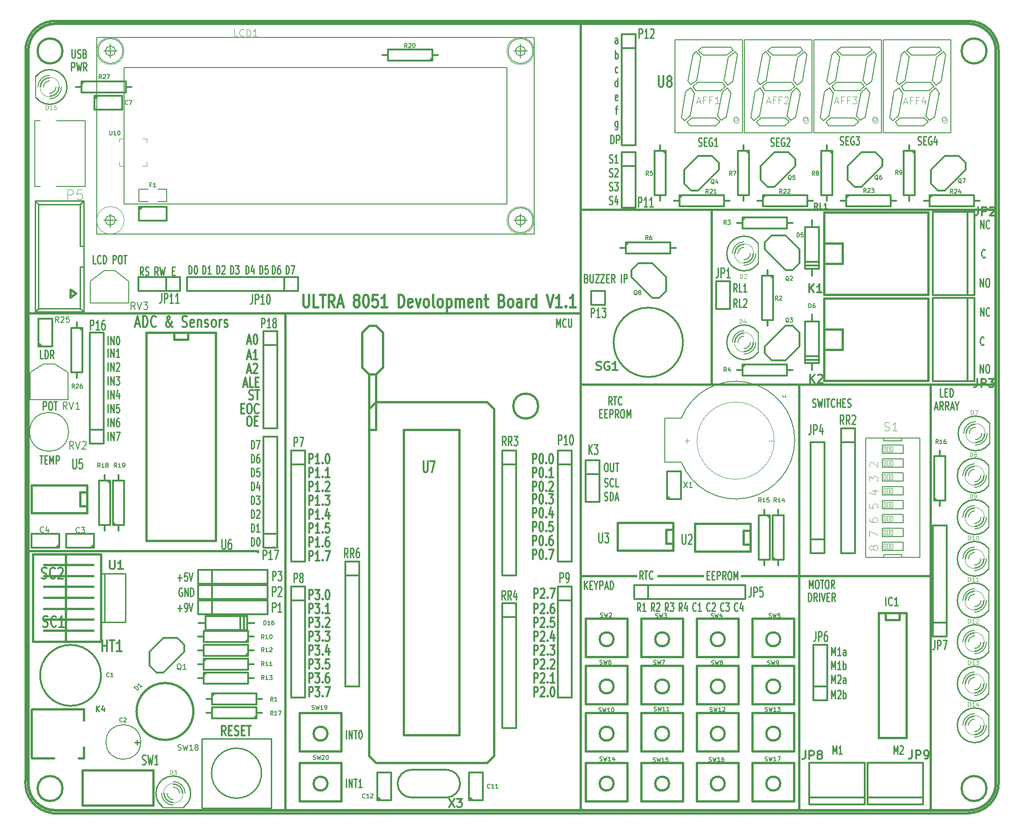
<source format=gto>
G04 #@! TF.FileFunction,Legend,Top*
%FSLAX46Y46*%
G04 Gerber Fmt 4.6, Leading zero omitted, Abs format (unit mm)*
G04 Created by KiCad (PCBNEW (2015-01-16 BZR 5376)-product) date 1/7/2016 1:02:51 PM*
%MOMM*%
G01*
G04 APERTURE LIST*
%ADD10C,0.150000*%
%ADD11C,0.304800*%
%ADD12C,0.381000*%
%ADD13C,0.254000*%
%ADD14C,0.444500*%
%ADD15C,0.500000*%
%ADD16C,0.127000*%
%ADD17C,0.203200*%
%ADD18C,0.076200*%
%ADD19C,0.152400*%
%ADD20C,0.066040*%
%ADD21C,0.063500*%
%ADD22C,0.101600*%
%ADD23C,0.317500*%
%ADD24C,0.050800*%
%ADD25C,0.406400*%
%ADD26C,0.271780*%
%ADD27C,0.190500*%
%ADD28C,0.285750*%
%ADD29C,0.287020*%
%ADD30C,0.088900*%
%ADD31C,0.269240*%
G04 APERTURE END LIST*
D10*
D11*
X62501857Y-131472476D02*
X62719571Y-131569238D01*
X63082428Y-131569238D01*
X63227571Y-131472476D01*
X63300142Y-131375714D01*
X63372714Y-131182190D01*
X63372714Y-130988667D01*
X63300142Y-130795143D01*
X63227571Y-130698381D01*
X63082428Y-130601619D01*
X62792142Y-130504857D01*
X62647000Y-130408095D01*
X62574428Y-130311333D01*
X62501857Y-130117810D01*
X62501857Y-129924286D01*
X62574428Y-129730762D01*
X62647000Y-129634000D01*
X62792142Y-129537238D01*
X63155000Y-129537238D01*
X63372714Y-129634000D01*
X64896714Y-131375714D02*
X64824143Y-131472476D01*
X64606429Y-131569238D01*
X64461286Y-131569238D01*
X64243571Y-131472476D01*
X64098429Y-131278952D01*
X64025857Y-131085429D01*
X63953286Y-130698381D01*
X63953286Y-130408095D01*
X64025857Y-130021048D01*
X64098429Y-129827524D01*
X64243571Y-129634000D01*
X64461286Y-129537238D01*
X64606429Y-129537238D01*
X64824143Y-129634000D01*
X64896714Y-129730762D01*
X65477286Y-129730762D02*
X65549857Y-129634000D01*
X65695000Y-129537238D01*
X66057857Y-129537238D01*
X66203000Y-129634000D01*
X66275571Y-129730762D01*
X66348143Y-129924286D01*
X66348143Y-130117810D01*
X66275571Y-130408095D01*
X65404714Y-131569238D01*
X66348143Y-131569238D01*
X62726857Y-140347476D02*
X62944571Y-140444238D01*
X63307428Y-140444238D01*
X63452571Y-140347476D01*
X63525142Y-140250714D01*
X63597714Y-140057190D01*
X63597714Y-139863667D01*
X63525142Y-139670143D01*
X63452571Y-139573381D01*
X63307428Y-139476619D01*
X63017142Y-139379857D01*
X62872000Y-139283095D01*
X62799428Y-139186333D01*
X62726857Y-138992810D01*
X62726857Y-138799286D01*
X62799428Y-138605762D01*
X62872000Y-138509000D01*
X63017142Y-138412238D01*
X63380000Y-138412238D01*
X63597714Y-138509000D01*
X65121714Y-140250714D02*
X65049143Y-140347476D01*
X64831429Y-140444238D01*
X64686286Y-140444238D01*
X64468571Y-140347476D01*
X64323429Y-140153952D01*
X64250857Y-139960429D01*
X64178286Y-139573381D01*
X64178286Y-139283095D01*
X64250857Y-138896048D01*
X64323429Y-138702524D01*
X64468571Y-138509000D01*
X64686286Y-138412238D01*
X64831429Y-138412238D01*
X65049143Y-138509000D01*
X65121714Y-138605762D01*
X66573143Y-140444238D02*
X65702286Y-140444238D01*
X66137714Y-140444238D02*
X66137714Y-138412238D01*
X65992571Y-138702524D01*
X65847429Y-138896048D01*
X65702286Y-138992810D01*
X73533286Y-144894238D02*
X73533286Y-142862238D01*
X73533286Y-143829857D02*
X74404143Y-143829857D01*
X74404143Y-144894238D02*
X74404143Y-142862238D01*
X74912143Y-142862238D02*
X75783000Y-142862238D01*
X75347571Y-144894238D02*
X75347571Y-142862238D01*
X77089286Y-144894238D02*
X76218429Y-144894238D01*
X76653857Y-144894238D02*
X76653857Y-142862238D01*
X76508714Y-143152524D01*
X76363572Y-143346048D01*
X76218429Y-143442810D01*
X175313857Y-39587238D02*
X175313857Y-41232190D01*
X175386429Y-41425714D01*
X175459000Y-41522476D01*
X175604143Y-41619238D01*
X175894429Y-41619238D01*
X176039571Y-41522476D01*
X176112143Y-41425714D01*
X176184714Y-41232190D01*
X176184714Y-39587238D01*
X177128142Y-40458095D02*
X176983000Y-40361333D01*
X176910428Y-40264571D01*
X176837857Y-40071048D01*
X176837857Y-39974286D01*
X176910428Y-39780762D01*
X176983000Y-39684000D01*
X177128142Y-39587238D01*
X177418428Y-39587238D01*
X177563571Y-39684000D01*
X177636142Y-39780762D01*
X177708714Y-39974286D01*
X177708714Y-40071048D01*
X177636142Y-40264571D01*
X177563571Y-40361333D01*
X177418428Y-40458095D01*
X177128142Y-40458095D01*
X176983000Y-40554857D01*
X176910428Y-40651619D01*
X176837857Y-40845143D01*
X176837857Y-41232190D01*
X176910428Y-41425714D01*
X176983000Y-41522476D01*
X177128142Y-41619238D01*
X177418428Y-41619238D01*
X177563571Y-41522476D01*
X177636142Y-41425714D01*
X177708714Y-41232190D01*
X177708714Y-40845143D01*
X177636142Y-40651619D01*
X177563571Y-40554857D01*
X177418428Y-40458095D01*
X79620429Y-84963667D02*
X80346143Y-84963667D01*
X79475286Y-85544238D02*
X79983286Y-83512238D01*
X80491286Y-85544238D01*
X80999286Y-85544238D02*
X80999286Y-83512238D01*
X81362143Y-83512238D01*
X81579858Y-83609000D01*
X81725000Y-83802524D01*
X81797572Y-83996048D01*
X81870143Y-84383095D01*
X81870143Y-84673381D01*
X81797572Y-85060429D01*
X81725000Y-85253952D01*
X81579858Y-85447476D01*
X81362143Y-85544238D01*
X80999286Y-85544238D01*
X83394143Y-85350714D02*
X83321572Y-85447476D01*
X83103858Y-85544238D01*
X82958715Y-85544238D01*
X82741000Y-85447476D01*
X82595858Y-85253952D01*
X82523286Y-85060429D01*
X82450715Y-84673381D01*
X82450715Y-84383095D01*
X82523286Y-83996048D01*
X82595858Y-83802524D01*
X82741000Y-83609000D01*
X82958715Y-83512238D01*
X83103858Y-83512238D01*
X83321572Y-83609000D01*
X83394143Y-83705762D01*
X86442143Y-85544238D02*
X86369572Y-85544238D01*
X86224429Y-85447476D01*
X86006715Y-85157190D01*
X85643858Y-84576619D01*
X85498715Y-84286333D01*
X85426143Y-83996048D01*
X85426143Y-83802524D01*
X85498715Y-83609000D01*
X85643858Y-83512238D01*
X85716429Y-83512238D01*
X85861572Y-83609000D01*
X85934143Y-83802524D01*
X85934143Y-83899286D01*
X85861572Y-84092810D01*
X85789001Y-84189571D01*
X85353572Y-84576619D01*
X85281001Y-84673381D01*
X85208429Y-84866905D01*
X85208429Y-85157190D01*
X85281001Y-85350714D01*
X85353572Y-85447476D01*
X85498715Y-85544238D01*
X85716429Y-85544238D01*
X85861572Y-85447476D01*
X85934143Y-85350714D01*
X86151858Y-84963667D01*
X86224429Y-84673381D01*
X86224429Y-84479857D01*
X88183858Y-85447476D02*
X88401572Y-85544238D01*
X88764429Y-85544238D01*
X88909572Y-85447476D01*
X88982143Y-85350714D01*
X89054715Y-85157190D01*
X89054715Y-84963667D01*
X88982143Y-84770143D01*
X88909572Y-84673381D01*
X88764429Y-84576619D01*
X88474143Y-84479857D01*
X88329001Y-84383095D01*
X88256429Y-84286333D01*
X88183858Y-84092810D01*
X88183858Y-83899286D01*
X88256429Y-83705762D01*
X88329001Y-83609000D01*
X88474143Y-83512238D01*
X88837001Y-83512238D01*
X89054715Y-83609000D01*
X90288430Y-85447476D02*
X90143287Y-85544238D01*
X89853001Y-85544238D01*
X89707858Y-85447476D01*
X89635287Y-85253952D01*
X89635287Y-84479857D01*
X89707858Y-84286333D01*
X89853001Y-84189571D01*
X90143287Y-84189571D01*
X90288430Y-84286333D01*
X90361001Y-84479857D01*
X90361001Y-84673381D01*
X89635287Y-84866905D01*
X91014144Y-84189571D02*
X91014144Y-85544238D01*
X91014144Y-84383095D02*
X91086716Y-84286333D01*
X91231858Y-84189571D01*
X91449573Y-84189571D01*
X91594716Y-84286333D01*
X91667287Y-84479857D01*
X91667287Y-85544238D01*
X92320430Y-85447476D02*
X92465573Y-85544238D01*
X92755858Y-85544238D01*
X92901001Y-85447476D01*
X92973573Y-85253952D01*
X92973573Y-85157190D01*
X92901001Y-84963667D01*
X92755858Y-84866905D01*
X92538144Y-84866905D01*
X92393001Y-84770143D01*
X92320430Y-84576619D01*
X92320430Y-84479857D01*
X92393001Y-84286333D01*
X92538144Y-84189571D01*
X92755858Y-84189571D01*
X92901001Y-84286333D01*
X93844429Y-85544238D02*
X93699287Y-85447476D01*
X93626715Y-85350714D01*
X93554144Y-85157190D01*
X93554144Y-84576619D01*
X93626715Y-84383095D01*
X93699287Y-84286333D01*
X93844429Y-84189571D01*
X94062144Y-84189571D01*
X94207287Y-84286333D01*
X94279858Y-84383095D01*
X94352429Y-84576619D01*
X94352429Y-85157190D01*
X94279858Y-85350714D01*
X94207287Y-85447476D01*
X94062144Y-85544238D01*
X93844429Y-85544238D01*
X95005572Y-85544238D02*
X95005572Y-84189571D01*
X95005572Y-84576619D02*
X95078144Y-84383095D01*
X95150715Y-84286333D01*
X95295858Y-84189571D01*
X95441001Y-84189571D01*
X95876430Y-85447476D02*
X96021573Y-85544238D01*
X96311858Y-85544238D01*
X96457001Y-85447476D01*
X96529573Y-85253952D01*
X96529573Y-85157190D01*
X96457001Y-84963667D01*
X96311858Y-84866905D01*
X96094144Y-84866905D01*
X95949001Y-84770143D01*
X95876430Y-84576619D01*
X95876430Y-84479857D01*
X95949001Y-84286333D01*
X96094144Y-84189571D01*
X96311858Y-84189571D01*
X96457001Y-84286333D01*
D12*
X102000000Y-126550000D02*
X102000000Y-126700000D01*
X60025000Y-126550000D02*
X102000000Y-126550000D01*
D13*
X72350691Y-73904929D02*
X71866882Y-73904929D01*
X71866882Y-72380929D01*
X73269929Y-73759786D02*
X73221548Y-73832357D01*
X73076405Y-73904929D01*
X72979643Y-73904929D01*
X72834501Y-73832357D01*
X72737739Y-73687214D01*
X72689358Y-73542071D01*
X72640977Y-73251786D01*
X72640977Y-73034071D01*
X72689358Y-72743786D01*
X72737739Y-72598643D01*
X72834501Y-72453500D01*
X72979643Y-72380929D01*
X73076405Y-72380929D01*
X73221548Y-72453500D01*
X73269929Y-72526071D01*
X73705358Y-73904929D02*
X73705358Y-72380929D01*
X73947263Y-72380929D01*
X74092405Y-72453500D01*
X74189167Y-72598643D01*
X74237548Y-72743786D01*
X74285929Y-73034071D01*
X74285929Y-73251786D01*
X74237548Y-73542071D01*
X74189167Y-73687214D01*
X74092405Y-73832357D01*
X73947263Y-73904929D01*
X73705358Y-73904929D01*
X75495453Y-73904929D02*
X75495453Y-72380929D01*
X75882500Y-72380929D01*
X75979262Y-72453500D01*
X76027643Y-72526071D01*
X76076024Y-72671214D01*
X76076024Y-72888929D01*
X76027643Y-73034071D01*
X75979262Y-73106643D01*
X75882500Y-73179214D01*
X75495453Y-73179214D01*
X76704977Y-72380929D02*
X76898500Y-72380929D01*
X76995262Y-72453500D01*
X77092024Y-72598643D01*
X77140405Y-72888929D01*
X77140405Y-73396929D01*
X77092024Y-73687214D01*
X76995262Y-73832357D01*
X76898500Y-73904929D01*
X76704977Y-73904929D01*
X76608215Y-73832357D01*
X76511453Y-73687214D01*
X76463072Y-73396929D01*
X76463072Y-72888929D01*
X76511453Y-72598643D01*
X76608215Y-72453500D01*
X76704977Y-72380929D01*
X77430691Y-72380929D02*
X78011262Y-72380929D01*
X77720977Y-73904929D02*
X77720977Y-72380929D01*
D12*
X59500000Y-34500000D02*
X59500000Y-168500000D01*
X232000000Y-29500000D02*
X65500000Y-29500000D01*
X237500000Y-169000000D02*
X237500000Y-35000000D01*
X64500000Y-174500000D02*
X232000000Y-174500000D01*
X59500000Y-168500000D02*
G75*
G03X64500000Y-174500000I5500000J-500000D01*
G01*
X65500000Y-29500000D02*
G75*
G03X59500000Y-34500000I-500000J-5500000D01*
G01*
X237500000Y-35000000D02*
G75*
G03X232000000Y-29500000I-5500000J0D01*
G01*
X232000000Y-174500000D02*
G75*
G03X237500000Y-169000000I0J5500000D01*
G01*
D13*
X156609143Y-85525429D02*
X156609143Y-84001429D01*
X156947809Y-85090000D01*
X157286476Y-84001429D01*
X157286476Y-85525429D01*
X158350857Y-85380286D02*
X158302476Y-85452857D01*
X158157333Y-85525429D01*
X158060571Y-85525429D01*
X157915429Y-85452857D01*
X157818667Y-85307714D01*
X157770286Y-85162571D01*
X157721905Y-84872286D01*
X157721905Y-84654571D01*
X157770286Y-84364286D01*
X157818667Y-84219143D01*
X157915429Y-84074000D01*
X158060571Y-84001429D01*
X158157333Y-84001429D01*
X158302476Y-84074000D01*
X158350857Y-84146571D01*
X158786286Y-84001429D02*
X158786286Y-85235143D01*
X158834667Y-85380286D01*
X158883048Y-85452857D01*
X158979810Y-85525429D01*
X159173333Y-85525429D01*
X159270095Y-85452857D01*
X159318476Y-85380286D01*
X159366857Y-85235143D01*
X159366857Y-84001429D01*
X161725429Y-133531429D02*
X161725429Y-132007429D01*
X162306000Y-133531429D02*
X161870572Y-132660571D01*
X162306000Y-132007429D02*
X161725429Y-132878286D01*
X162741429Y-132733143D02*
X163080095Y-132733143D01*
X163225238Y-133531429D02*
X162741429Y-133531429D01*
X162741429Y-132007429D01*
X163225238Y-132007429D01*
X163854191Y-132805714D02*
X163854191Y-133531429D01*
X163515524Y-132007429D02*
X163854191Y-132805714D01*
X164192857Y-132007429D01*
X164531524Y-133531429D02*
X164531524Y-132007429D01*
X164918571Y-132007429D01*
X165015333Y-132080000D01*
X165063714Y-132152571D01*
X165112095Y-132297714D01*
X165112095Y-132515429D01*
X165063714Y-132660571D01*
X165015333Y-132733143D01*
X164918571Y-132805714D01*
X164531524Y-132805714D01*
X165499143Y-133096000D02*
X165982952Y-133096000D01*
X165402381Y-133531429D02*
X165741048Y-132007429D01*
X166079714Y-133531429D01*
X166418381Y-133531429D02*
X166418381Y-132007429D01*
X166660286Y-132007429D01*
X166805428Y-132080000D01*
X166902190Y-132225143D01*
X166950571Y-132370286D01*
X166998952Y-132660571D01*
X166998952Y-132878286D01*
X166950571Y-133168571D01*
X166902190Y-133313714D01*
X166805428Y-133458857D01*
X166660286Y-133531429D01*
X166418381Y-133531429D01*
X165608001Y-110417429D02*
X165801524Y-110417429D01*
X165898286Y-110490000D01*
X165995048Y-110635143D01*
X166043429Y-110925429D01*
X166043429Y-111433429D01*
X165995048Y-111723714D01*
X165898286Y-111868857D01*
X165801524Y-111941429D01*
X165608001Y-111941429D01*
X165511239Y-111868857D01*
X165414477Y-111723714D01*
X165366096Y-111433429D01*
X165366096Y-110925429D01*
X165414477Y-110635143D01*
X165511239Y-110490000D01*
X165608001Y-110417429D01*
X166478858Y-110417429D02*
X166478858Y-111651143D01*
X166527239Y-111796286D01*
X166575620Y-111868857D01*
X166672382Y-111941429D01*
X166865905Y-111941429D01*
X166962667Y-111868857D01*
X167011048Y-111796286D01*
X167059429Y-111651143D01*
X167059429Y-110417429D01*
X167398096Y-110417429D02*
X167978667Y-110417429D01*
X167688382Y-111941429D02*
X167688382Y-110417429D01*
X165414477Y-114662857D02*
X165559620Y-114735429D01*
X165801524Y-114735429D01*
X165898286Y-114662857D01*
X165946667Y-114590286D01*
X165995048Y-114445143D01*
X165995048Y-114300000D01*
X165946667Y-114154857D01*
X165898286Y-114082286D01*
X165801524Y-114009714D01*
X165608001Y-113937143D01*
X165511239Y-113864571D01*
X165462858Y-113792000D01*
X165414477Y-113646857D01*
X165414477Y-113501714D01*
X165462858Y-113356571D01*
X165511239Y-113284000D01*
X165608001Y-113211429D01*
X165849905Y-113211429D01*
X165995048Y-113284000D01*
X167011048Y-114590286D02*
X166962667Y-114662857D01*
X166817524Y-114735429D01*
X166720762Y-114735429D01*
X166575620Y-114662857D01*
X166478858Y-114517714D01*
X166430477Y-114372571D01*
X166382096Y-114082286D01*
X166382096Y-113864571D01*
X166430477Y-113574286D01*
X166478858Y-113429143D01*
X166575620Y-113284000D01*
X166720762Y-113211429D01*
X166817524Y-113211429D01*
X166962667Y-113284000D01*
X167011048Y-113356571D01*
X167930286Y-114735429D02*
X167446477Y-114735429D01*
X167446477Y-113211429D01*
X165390286Y-117202857D02*
X165535429Y-117275429D01*
X165777333Y-117275429D01*
X165874095Y-117202857D01*
X165922476Y-117130286D01*
X165970857Y-116985143D01*
X165970857Y-116840000D01*
X165922476Y-116694857D01*
X165874095Y-116622286D01*
X165777333Y-116549714D01*
X165583810Y-116477143D01*
X165487048Y-116404571D01*
X165438667Y-116332000D01*
X165390286Y-116186857D01*
X165390286Y-116041714D01*
X165438667Y-115896571D01*
X165487048Y-115824000D01*
X165583810Y-115751429D01*
X165825714Y-115751429D01*
X165970857Y-115824000D01*
X166406286Y-117275429D02*
X166406286Y-115751429D01*
X166648191Y-115751429D01*
X166793333Y-115824000D01*
X166890095Y-115969143D01*
X166938476Y-116114286D01*
X166986857Y-116404571D01*
X166986857Y-116622286D01*
X166938476Y-116912571D01*
X166890095Y-117057714D01*
X166793333Y-117202857D01*
X166648191Y-117275429D01*
X166406286Y-117275429D01*
X167373905Y-116840000D02*
X167857714Y-116840000D01*
X167277143Y-117275429D02*
X167615810Y-115751429D01*
X167954476Y-117275429D01*
D12*
X190500000Y-131064000D02*
X225044000Y-131064000D01*
X175260000Y-131064000D02*
X183388000Y-131064000D01*
X161036000Y-131064000D02*
X171196000Y-131064000D01*
D14*
X110278332Y-79583643D02*
X110278332Y-81434214D01*
X110362999Y-81651929D01*
X110447666Y-81760786D01*
X110616999Y-81869643D01*
X110955666Y-81869643D01*
X111124999Y-81760786D01*
X111209666Y-81651929D01*
X111294332Y-81434214D01*
X111294332Y-79583643D01*
X112987666Y-81869643D02*
X112140999Y-81869643D01*
X112140999Y-79583643D01*
X113326332Y-79583643D02*
X114342332Y-79583643D01*
X113834332Y-81869643D02*
X113834332Y-79583643D01*
X115950999Y-81869643D02*
X115358333Y-80781071D01*
X114934999Y-81869643D02*
X114934999Y-79583643D01*
X115612333Y-79583643D01*
X115781666Y-79692500D01*
X115866333Y-79801357D01*
X115950999Y-80019071D01*
X115950999Y-80345643D01*
X115866333Y-80563357D01*
X115781666Y-80672214D01*
X115612333Y-80781071D01*
X114934999Y-80781071D01*
X116628333Y-81216500D02*
X117474999Y-81216500D01*
X116458999Y-81869643D02*
X117051666Y-79583643D01*
X117644333Y-81869643D01*
X119845666Y-80563357D02*
X119676333Y-80454500D01*
X119591666Y-80345643D01*
X119507000Y-80127929D01*
X119507000Y-80019071D01*
X119591666Y-79801357D01*
X119676333Y-79692500D01*
X119845666Y-79583643D01*
X120184333Y-79583643D01*
X120353666Y-79692500D01*
X120438333Y-79801357D01*
X120523000Y-80019071D01*
X120523000Y-80127929D01*
X120438333Y-80345643D01*
X120353666Y-80454500D01*
X120184333Y-80563357D01*
X119845666Y-80563357D01*
X119676333Y-80672214D01*
X119591666Y-80781071D01*
X119507000Y-80998786D01*
X119507000Y-81434214D01*
X119591666Y-81651929D01*
X119676333Y-81760786D01*
X119845666Y-81869643D01*
X120184333Y-81869643D01*
X120353666Y-81760786D01*
X120438333Y-81651929D01*
X120523000Y-81434214D01*
X120523000Y-80998786D01*
X120438333Y-80781071D01*
X120353666Y-80672214D01*
X120184333Y-80563357D01*
X121623666Y-79583643D02*
X121792999Y-79583643D01*
X121962333Y-79692500D01*
X122046999Y-79801357D01*
X122131666Y-80019071D01*
X122216333Y-80454500D01*
X122216333Y-80998786D01*
X122131666Y-81434214D01*
X122046999Y-81651929D01*
X121962333Y-81760786D01*
X121792999Y-81869643D01*
X121623666Y-81869643D01*
X121454333Y-81760786D01*
X121369666Y-81651929D01*
X121284999Y-81434214D01*
X121200333Y-80998786D01*
X121200333Y-80454500D01*
X121284999Y-80019071D01*
X121369666Y-79801357D01*
X121454333Y-79692500D01*
X121623666Y-79583643D01*
X123824999Y-79583643D02*
X122978332Y-79583643D01*
X122893666Y-80672214D01*
X122978332Y-80563357D01*
X123147666Y-80454500D01*
X123570999Y-80454500D01*
X123740332Y-80563357D01*
X123824999Y-80672214D01*
X123909666Y-80889929D01*
X123909666Y-81434214D01*
X123824999Y-81651929D01*
X123740332Y-81760786D01*
X123570999Y-81869643D01*
X123147666Y-81869643D01*
X122978332Y-81760786D01*
X122893666Y-81651929D01*
X125602999Y-81869643D02*
X124586999Y-81869643D01*
X125094999Y-81869643D02*
X125094999Y-79583643D01*
X124925665Y-79910214D01*
X124756332Y-80127929D01*
X124586999Y-80236786D01*
X127719665Y-81869643D02*
X127719665Y-79583643D01*
X128142999Y-79583643D01*
X128396999Y-79692500D01*
X128566332Y-79910214D01*
X128650999Y-80127929D01*
X128735665Y-80563357D01*
X128735665Y-80889929D01*
X128650999Y-81325357D01*
X128566332Y-81543071D01*
X128396999Y-81760786D01*
X128142999Y-81869643D01*
X127719665Y-81869643D01*
X130174999Y-81760786D02*
X130005665Y-81869643D01*
X129666999Y-81869643D01*
X129497665Y-81760786D01*
X129412999Y-81543071D01*
X129412999Y-80672214D01*
X129497665Y-80454500D01*
X129666999Y-80345643D01*
X130005665Y-80345643D01*
X130174999Y-80454500D01*
X130259665Y-80672214D01*
X130259665Y-80889929D01*
X129412999Y-81107643D01*
X130852332Y-80345643D02*
X131275665Y-81869643D01*
X131698999Y-80345643D01*
X132630332Y-81869643D02*
X132460999Y-81760786D01*
X132376332Y-81651929D01*
X132291666Y-81434214D01*
X132291666Y-80781071D01*
X132376332Y-80563357D01*
X132460999Y-80454500D01*
X132630332Y-80345643D01*
X132884332Y-80345643D01*
X133053666Y-80454500D01*
X133138332Y-80563357D01*
X133222999Y-80781071D01*
X133222999Y-81434214D01*
X133138332Y-81651929D01*
X133053666Y-81760786D01*
X132884332Y-81869643D01*
X132630332Y-81869643D01*
X134238999Y-81869643D02*
X134069666Y-81760786D01*
X133984999Y-81543071D01*
X133984999Y-79583643D01*
X135170332Y-81869643D02*
X135000999Y-81760786D01*
X134916332Y-81651929D01*
X134831666Y-81434214D01*
X134831666Y-80781071D01*
X134916332Y-80563357D01*
X135000999Y-80454500D01*
X135170332Y-80345643D01*
X135424332Y-80345643D01*
X135593666Y-80454500D01*
X135678332Y-80563357D01*
X135762999Y-80781071D01*
X135762999Y-81434214D01*
X135678332Y-81651929D01*
X135593666Y-81760786D01*
X135424332Y-81869643D01*
X135170332Y-81869643D01*
X136524999Y-80345643D02*
X136524999Y-82631643D01*
X136524999Y-80454500D02*
X136694333Y-80345643D01*
X137032999Y-80345643D01*
X137202333Y-80454500D01*
X137286999Y-80563357D01*
X137371666Y-80781071D01*
X137371666Y-81434214D01*
X137286999Y-81651929D01*
X137202333Y-81760786D01*
X137032999Y-81869643D01*
X136694333Y-81869643D01*
X136524999Y-81760786D01*
X138133666Y-81869643D02*
X138133666Y-80345643D01*
X138133666Y-80563357D02*
X138218333Y-80454500D01*
X138387666Y-80345643D01*
X138641666Y-80345643D01*
X138811000Y-80454500D01*
X138895666Y-80672214D01*
X138895666Y-81869643D01*
X138895666Y-80672214D02*
X138980333Y-80454500D01*
X139149666Y-80345643D01*
X139403666Y-80345643D01*
X139573000Y-80454500D01*
X139657666Y-80672214D01*
X139657666Y-81869643D01*
X141181667Y-81760786D02*
X141012333Y-81869643D01*
X140673667Y-81869643D01*
X140504333Y-81760786D01*
X140419667Y-81543071D01*
X140419667Y-80672214D01*
X140504333Y-80454500D01*
X140673667Y-80345643D01*
X141012333Y-80345643D01*
X141181667Y-80454500D01*
X141266333Y-80672214D01*
X141266333Y-80889929D01*
X140419667Y-81107643D01*
X142028333Y-80345643D02*
X142028333Y-81869643D01*
X142028333Y-80563357D02*
X142113000Y-80454500D01*
X142282333Y-80345643D01*
X142536333Y-80345643D01*
X142705667Y-80454500D01*
X142790333Y-80672214D01*
X142790333Y-81869643D01*
X143383000Y-80345643D02*
X144060334Y-80345643D01*
X143637000Y-79583643D02*
X143637000Y-81543071D01*
X143721667Y-81760786D01*
X143891000Y-81869643D01*
X144060334Y-81869643D01*
X146600334Y-80672214D02*
X146854334Y-80781071D01*
X146939001Y-80889929D01*
X147023667Y-81107643D01*
X147023667Y-81434214D01*
X146939001Y-81651929D01*
X146854334Y-81760786D01*
X146685001Y-81869643D01*
X146007667Y-81869643D01*
X146007667Y-79583643D01*
X146600334Y-79583643D01*
X146769667Y-79692500D01*
X146854334Y-79801357D01*
X146939001Y-80019071D01*
X146939001Y-80236786D01*
X146854334Y-80454500D01*
X146769667Y-80563357D01*
X146600334Y-80672214D01*
X146007667Y-80672214D01*
X148039667Y-81869643D02*
X147870334Y-81760786D01*
X147785667Y-81651929D01*
X147701001Y-81434214D01*
X147701001Y-80781071D01*
X147785667Y-80563357D01*
X147870334Y-80454500D01*
X148039667Y-80345643D01*
X148293667Y-80345643D01*
X148463001Y-80454500D01*
X148547667Y-80563357D01*
X148632334Y-80781071D01*
X148632334Y-81434214D01*
X148547667Y-81651929D01*
X148463001Y-81760786D01*
X148293667Y-81869643D01*
X148039667Y-81869643D01*
X150156334Y-81869643D02*
X150156334Y-80672214D01*
X150071668Y-80454500D01*
X149902334Y-80345643D01*
X149563668Y-80345643D01*
X149394334Y-80454500D01*
X150156334Y-81760786D02*
X149987001Y-81869643D01*
X149563668Y-81869643D01*
X149394334Y-81760786D01*
X149309668Y-81543071D01*
X149309668Y-81325357D01*
X149394334Y-81107643D01*
X149563668Y-80998786D01*
X149987001Y-80998786D01*
X150156334Y-80889929D01*
X151003001Y-81869643D02*
X151003001Y-80345643D01*
X151003001Y-80781071D02*
X151087668Y-80563357D01*
X151172335Y-80454500D01*
X151341668Y-80345643D01*
X151511001Y-80345643D01*
X152865668Y-81869643D02*
X152865668Y-79583643D01*
X152865668Y-81760786D02*
X152696335Y-81869643D01*
X152357668Y-81869643D01*
X152188335Y-81760786D01*
X152103668Y-81651929D01*
X152019002Y-81434214D01*
X152019002Y-80781071D01*
X152103668Y-80563357D01*
X152188335Y-80454500D01*
X152357668Y-80345643D01*
X152696335Y-80345643D01*
X152865668Y-80454500D01*
X154813002Y-79583643D02*
X155405669Y-81869643D01*
X155998336Y-79583643D01*
X157522336Y-81869643D02*
X156506336Y-81869643D01*
X157014336Y-81869643D02*
X157014336Y-79583643D01*
X156845002Y-79910214D01*
X156675669Y-80127929D01*
X156506336Y-80236786D01*
X158284335Y-81651929D02*
X158369002Y-81760786D01*
X158284335Y-81869643D01*
X158199669Y-81760786D01*
X158284335Y-81651929D01*
X158284335Y-81869643D01*
X160062336Y-81869643D02*
X159046336Y-81869643D01*
X159554336Y-81869643D02*
X159554336Y-79583643D01*
X159385002Y-79910214D01*
X159215669Y-80127929D01*
X159046336Y-80236786D01*
D15*
X60000000Y-169000000D02*
X60000000Y-35000000D01*
X232000000Y-174000000D02*
X65000000Y-174000000D01*
X237000000Y-35000000D02*
X237000000Y-169000000D01*
X65000000Y-30000000D02*
X232000000Y-30000000D01*
X232000000Y-174000000D02*
G75*
G03X237000000Y-169000000I0J5000000D01*
G01*
X237000000Y-35000000D02*
G75*
G03X232000000Y-30000000I-5000000J0D01*
G01*
X65000000Y-30000000D02*
G75*
G03X60000000Y-35000000I0J-5000000D01*
G01*
X60000000Y-169000000D02*
G75*
G03X65000000Y-174000000I5000000J0D01*
G01*
D13*
X87339715Y-137014857D02*
X88113810Y-137014857D01*
X87726762Y-137595429D02*
X87726762Y-136434286D01*
X88646001Y-137595429D02*
X88839525Y-137595429D01*
X88936286Y-137522857D01*
X88984667Y-137450286D01*
X89081429Y-137232571D01*
X89129810Y-136942286D01*
X89129810Y-136361714D01*
X89081429Y-136216571D01*
X89033048Y-136144000D01*
X88936286Y-136071429D01*
X88742763Y-136071429D01*
X88646001Y-136144000D01*
X88597620Y-136216571D01*
X88549239Y-136361714D01*
X88549239Y-136724571D01*
X88597620Y-136869714D01*
X88646001Y-136942286D01*
X88742763Y-137014857D01*
X88936286Y-137014857D01*
X89033048Y-136942286D01*
X89081429Y-136869714D01*
X89129810Y-136724571D01*
X89420096Y-136071429D02*
X89758763Y-137595429D01*
X90097429Y-136071429D01*
X88125905Y-133350000D02*
X88029143Y-133277429D01*
X87884000Y-133277429D01*
X87738858Y-133350000D01*
X87642096Y-133495143D01*
X87593715Y-133640286D01*
X87545334Y-133930571D01*
X87545334Y-134148286D01*
X87593715Y-134438571D01*
X87642096Y-134583714D01*
X87738858Y-134728857D01*
X87884000Y-134801429D01*
X87980762Y-134801429D01*
X88125905Y-134728857D01*
X88174286Y-134656286D01*
X88174286Y-134148286D01*
X87980762Y-134148286D01*
X88609715Y-134801429D02*
X88609715Y-133277429D01*
X89190286Y-134801429D01*
X89190286Y-133277429D01*
X89674096Y-134801429D02*
X89674096Y-133277429D01*
X89916001Y-133277429D01*
X90061143Y-133350000D01*
X90157905Y-133495143D01*
X90206286Y-133640286D01*
X90254667Y-133930571D01*
X90254667Y-134148286D01*
X90206286Y-134438571D01*
X90157905Y-134583714D01*
X90061143Y-134728857D01*
X89916001Y-134801429D01*
X89674096Y-134801429D01*
X87339715Y-131426857D02*
X88113810Y-131426857D01*
X87726762Y-132007429D02*
X87726762Y-130846286D01*
X89081429Y-130483429D02*
X88597620Y-130483429D01*
X88549239Y-131209143D01*
X88597620Y-131136571D01*
X88694382Y-131064000D01*
X88936286Y-131064000D01*
X89033048Y-131136571D01*
X89081429Y-131209143D01*
X89129810Y-131354286D01*
X89129810Y-131717143D01*
X89081429Y-131862286D01*
X89033048Y-131934857D01*
X88936286Y-132007429D01*
X88694382Y-132007429D01*
X88597620Y-131934857D01*
X88549239Y-131862286D01*
X89420096Y-130483429D02*
X89758763Y-132007429D01*
X90097429Y-130483429D01*
D12*
X225000000Y-131000000D02*
X225000000Y-96000000D01*
D13*
X234151715Y-83493429D02*
X234151715Y-81969429D01*
X234732286Y-83493429D01*
X234732286Y-81969429D01*
X235796667Y-83348286D02*
X235748286Y-83420857D01*
X235603143Y-83493429D01*
X235506381Y-83493429D01*
X235361239Y-83420857D01*
X235264477Y-83275714D01*
X235216096Y-83130571D01*
X235167715Y-82840286D01*
X235167715Y-82622571D01*
X235216096Y-82332286D01*
X235264477Y-82187143D01*
X235361239Y-82042000D01*
X235506381Y-81969429D01*
X235603143Y-81969429D01*
X235748286Y-82042000D01*
X235796667Y-82114571D01*
X234756476Y-88682286D02*
X234708095Y-88754857D01*
X234562952Y-88827429D01*
X234466190Y-88827429D01*
X234321048Y-88754857D01*
X234224286Y-88609714D01*
X234175905Y-88464571D01*
X234127524Y-88174286D01*
X234127524Y-87956571D01*
X234175905Y-87666286D01*
X234224286Y-87521143D01*
X234321048Y-87376000D01*
X234466190Y-87303429D01*
X234562952Y-87303429D01*
X234708095Y-87376000D01*
X234756476Y-87448571D01*
X234127524Y-93907429D02*
X234127524Y-92383429D01*
X234708095Y-93907429D01*
X234708095Y-92383429D01*
X235385429Y-92383429D02*
X235578952Y-92383429D01*
X235675714Y-92456000D01*
X235772476Y-92601143D01*
X235820857Y-92891429D01*
X235820857Y-93399429D01*
X235772476Y-93689714D01*
X235675714Y-93834857D01*
X235578952Y-93907429D01*
X235385429Y-93907429D01*
X235288667Y-93834857D01*
X235191905Y-93689714D01*
X235143524Y-93399429D01*
X235143524Y-92891429D01*
X235191905Y-92601143D01*
X235288667Y-92456000D01*
X235385429Y-92383429D01*
X234127524Y-78159429D02*
X234127524Y-76635429D01*
X234708095Y-78159429D01*
X234708095Y-76635429D01*
X235385429Y-76635429D02*
X235578952Y-76635429D01*
X235675714Y-76708000D01*
X235772476Y-76853143D01*
X235820857Y-77143429D01*
X235820857Y-77651429D01*
X235772476Y-77941714D01*
X235675714Y-78086857D01*
X235578952Y-78159429D01*
X235385429Y-78159429D01*
X235288667Y-78086857D01*
X235191905Y-77941714D01*
X235143524Y-77651429D01*
X235143524Y-77143429D01*
X235191905Y-76853143D01*
X235288667Y-76708000D01*
X235385429Y-76635429D01*
X235010476Y-72680286D02*
X234962095Y-72752857D01*
X234816952Y-72825429D01*
X234720190Y-72825429D01*
X234575048Y-72752857D01*
X234478286Y-72607714D01*
X234429905Y-72462571D01*
X234381524Y-72172286D01*
X234381524Y-71954571D01*
X234429905Y-71664286D01*
X234478286Y-71519143D01*
X234575048Y-71374000D01*
X234720190Y-71301429D01*
X234816952Y-71301429D01*
X234962095Y-71374000D01*
X235010476Y-71446571D01*
X234151715Y-67491429D02*
X234151715Y-65967429D01*
X234732286Y-67491429D01*
X234732286Y-65967429D01*
X235796667Y-67346286D02*
X235748286Y-67418857D01*
X235603143Y-67491429D01*
X235506381Y-67491429D01*
X235361239Y-67418857D01*
X235264477Y-67273714D01*
X235216096Y-67128571D01*
X235167715Y-66838286D01*
X235167715Y-66620571D01*
X235216096Y-66330286D01*
X235264477Y-66185143D01*
X235361239Y-66040000D01*
X235506381Y-65967429D01*
X235603143Y-65967429D01*
X235748286Y-66040000D01*
X235796667Y-66112571D01*
D12*
X107000000Y-83000000D02*
X107000000Y-174000000D01*
X161000000Y-83000000D02*
X60000000Y-83000000D01*
X185000000Y-96000000D02*
X185000000Y-64000000D01*
X237000000Y-64000000D02*
X161000000Y-64000000D01*
X201000000Y-96000000D02*
X161000000Y-96000000D01*
X161000000Y-131000000D02*
X161000000Y-30000000D01*
X201000000Y-96000000D02*
X237000000Y-96000000D01*
X201000000Y-131000000D02*
X201000000Y-96000000D01*
X201000000Y-174000000D02*
X201000000Y-131000000D01*
X225000000Y-131000000D02*
X225000000Y-174000000D01*
X161000000Y-174000000D02*
X161000000Y-131000000D01*
D13*
X227311857Y-98301629D02*
X226828048Y-98301629D01*
X226828048Y-96777629D01*
X227650524Y-97503343D02*
X227989190Y-97503343D01*
X228134333Y-98301629D02*
X227650524Y-98301629D01*
X227650524Y-96777629D01*
X228134333Y-96777629D01*
X228569762Y-98301629D02*
X228569762Y-96777629D01*
X228811667Y-96777629D01*
X228956809Y-96850200D01*
X229053571Y-96995343D01*
X229101952Y-97140486D01*
X229150333Y-97430771D01*
X229150333Y-97648486D01*
X229101952Y-97938771D01*
X229053571Y-98083914D01*
X228956809Y-98229057D01*
X228811667Y-98301629D01*
X228569762Y-98301629D01*
X225836239Y-100253800D02*
X226320048Y-100253800D01*
X225739477Y-100689229D02*
X226078144Y-99165229D01*
X226416810Y-100689229D01*
X227336048Y-100689229D02*
X226997382Y-99963514D01*
X226755477Y-100689229D02*
X226755477Y-99165229D01*
X227142524Y-99165229D01*
X227239286Y-99237800D01*
X227287667Y-99310371D01*
X227336048Y-99455514D01*
X227336048Y-99673229D01*
X227287667Y-99818371D01*
X227239286Y-99890943D01*
X227142524Y-99963514D01*
X226755477Y-99963514D01*
X228352048Y-100689229D02*
X228013382Y-99963514D01*
X227771477Y-100689229D02*
X227771477Y-99165229D01*
X228158524Y-99165229D01*
X228255286Y-99237800D01*
X228303667Y-99310371D01*
X228352048Y-99455514D01*
X228352048Y-99673229D01*
X228303667Y-99818371D01*
X228255286Y-99890943D01*
X228158524Y-99963514D01*
X227771477Y-99963514D01*
X228739096Y-100253800D02*
X229222905Y-100253800D01*
X228642334Y-100689229D02*
X228981001Y-99165229D01*
X229319667Y-100689229D01*
X229851858Y-99963514D02*
X229851858Y-100689229D01*
X229513191Y-99165229D02*
X229851858Y-99963514D01*
X230190524Y-99165229D01*
X218313524Y-163693429D02*
X218313524Y-162169429D01*
X218652190Y-163258000D01*
X218990857Y-162169429D01*
X218990857Y-163693429D01*
X219426286Y-162314571D02*
X219474667Y-162242000D01*
X219571429Y-162169429D01*
X219813333Y-162169429D01*
X219910095Y-162242000D01*
X219958476Y-162314571D01*
X220006857Y-162459714D01*
X220006857Y-162604857D01*
X219958476Y-162822571D01*
X219377905Y-163693429D01*
X220006857Y-163693429D01*
X207137524Y-163693429D02*
X207137524Y-162169429D01*
X207476190Y-163258000D01*
X207814857Y-162169429D01*
X207814857Y-163693429D01*
X208830857Y-163693429D02*
X208250286Y-163693429D01*
X208540572Y-163693429D02*
X208540572Y-162169429D01*
X208443810Y-162387143D01*
X208347048Y-162532286D01*
X208250286Y-162604857D01*
X206931905Y-153533429D02*
X206931905Y-152009429D01*
X207270571Y-153098000D01*
X207609238Y-152009429D01*
X207609238Y-153533429D01*
X208044667Y-152154571D02*
X208093048Y-152082000D01*
X208189810Y-152009429D01*
X208431714Y-152009429D01*
X208528476Y-152082000D01*
X208576857Y-152154571D01*
X208625238Y-152299714D01*
X208625238Y-152444857D01*
X208576857Y-152662571D01*
X207996286Y-153533429D01*
X208625238Y-153533429D01*
X209060667Y-153533429D02*
X209060667Y-152009429D01*
X209060667Y-152590000D02*
X209157429Y-152517429D01*
X209350952Y-152517429D01*
X209447714Y-152590000D01*
X209496095Y-152662571D01*
X209544476Y-152807714D01*
X209544476Y-153243143D01*
X209496095Y-153388286D01*
X209447714Y-153460857D01*
X209350952Y-153533429D01*
X209157429Y-153533429D01*
X209060667Y-153460857D01*
X206931905Y-150739429D02*
X206931905Y-149215429D01*
X207270571Y-150304000D01*
X207609238Y-149215429D01*
X207609238Y-150739429D01*
X208044667Y-149360571D02*
X208093048Y-149288000D01*
X208189810Y-149215429D01*
X208431714Y-149215429D01*
X208528476Y-149288000D01*
X208576857Y-149360571D01*
X208625238Y-149505714D01*
X208625238Y-149650857D01*
X208576857Y-149868571D01*
X207996286Y-150739429D01*
X208625238Y-150739429D01*
X209496095Y-150739429D02*
X209496095Y-149941143D01*
X209447714Y-149796000D01*
X209350952Y-149723429D01*
X209157429Y-149723429D01*
X209060667Y-149796000D01*
X209496095Y-150666857D02*
X209399333Y-150739429D01*
X209157429Y-150739429D01*
X209060667Y-150666857D01*
X209012286Y-150521714D01*
X209012286Y-150376571D01*
X209060667Y-150231429D01*
X209157429Y-150158857D01*
X209399333Y-150158857D01*
X209496095Y-150086286D01*
X206931905Y-148199429D02*
X206931905Y-146675429D01*
X207270571Y-147764000D01*
X207609238Y-146675429D01*
X207609238Y-148199429D01*
X208625238Y-148199429D02*
X208044667Y-148199429D01*
X208334953Y-148199429D02*
X208334953Y-146675429D01*
X208238191Y-146893143D01*
X208141429Y-147038286D01*
X208044667Y-147110857D01*
X209060667Y-148199429D02*
X209060667Y-146675429D01*
X209060667Y-147256000D02*
X209157429Y-147183429D01*
X209350952Y-147183429D01*
X209447714Y-147256000D01*
X209496095Y-147328571D01*
X209544476Y-147473714D01*
X209544476Y-147909143D01*
X209496095Y-148054286D01*
X209447714Y-148126857D01*
X209350952Y-148199429D01*
X209157429Y-148199429D01*
X209060667Y-148126857D01*
X206931905Y-145659429D02*
X206931905Y-144135429D01*
X207270571Y-145224000D01*
X207609238Y-144135429D01*
X207609238Y-145659429D01*
X208625238Y-145659429D02*
X208044667Y-145659429D01*
X208334953Y-145659429D02*
X208334953Y-144135429D01*
X208238191Y-144353143D01*
X208141429Y-144498286D01*
X208044667Y-144570857D01*
X209496095Y-145659429D02*
X209496095Y-144861143D01*
X209447714Y-144716000D01*
X209350952Y-144643429D01*
X209157429Y-144643429D01*
X209060667Y-144716000D01*
X209496095Y-145586857D02*
X209399333Y-145659429D01*
X209157429Y-145659429D01*
X209060667Y-145586857D01*
X209012286Y-145441714D01*
X209012286Y-145296571D01*
X209060667Y-145151429D01*
X209157429Y-145078857D01*
X209399333Y-145078857D01*
X209496095Y-145006286D01*
X202806905Y-133353629D02*
X202806905Y-131829629D01*
X203145571Y-132918200D01*
X203484238Y-131829629D01*
X203484238Y-133353629D01*
X204161572Y-131829629D02*
X204355095Y-131829629D01*
X204451857Y-131902200D01*
X204548619Y-132047343D01*
X204597000Y-132337629D01*
X204597000Y-132845629D01*
X204548619Y-133135914D01*
X204451857Y-133281057D01*
X204355095Y-133353629D01*
X204161572Y-133353629D01*
X204064810Y-133281057D01*
X203968048Y-133135914D01*
X203919667Y-132845629D01*
X203919667Y-132337629D01*
X203968048Y-132047343D01*
X204064810Y-131902200D01*
X204161572Y-131829629D01*
X204887286Y-131829629D02*
X205467857Y-131829629D01*
X205177572Y-133353629D02*
X205177572Y-131829629D01*
X206000048Y-131829629D02*
X206193571Y-131829629D01*
X206290333Y-131902200D01*
X206387095Y-132047343D01*
X206435476Y-132337629D01*
X206435476Y-132845629D01*
X206387095Y-133135914D01*
X206290333Y-133281057D01*
X206193571Y-133353629D01*
X206000048Y-133353629D01*
X205903286Y-133281057D01*
X205806524Y-133135914D01*
X205758143Y-132845629D01*
X205758143Y-132337629D01*
X205806524Y-132047343D01*
X205903286Y-131902200D01*
X206000048Y-131829629D01*
X207451476Y-133353629D02*
X207112810Y-132627914D01*
X206870905Y-133353629D02*
X206870905Y-131829629D01*
X207257952Y-131829629D01*
X207354714Y-131902200D01*
X207403095Y-131974771D01*
X207451476Y-132119914D01*
X207451476Y-132337629D01*
X207403095Y-132482771D01*
X207354714Y-132555343D01*
X207257952Y-132627914D01*
X206870905Y-132627914D01*
X202685953Y-135741229D02*
X202685953Y-134217229D01*
X202927858Y-134217229D01*
X203073000Y-134289800D01*
X203169762Y-134434943D01*
X203218143Y-134580086D01*
X203266524Y-134870371D01*
X203266524Y-135088086D01*
X203218143Y-135378371D01*
X203169762Y-135523514D01*
X203073000Y-135668657D01*
X202927858Y-135741229D01*
X202685953Y-135741229D01*
X204282524Y-135741229D02*
X203943858Y-135015514D01*
X203701953Y-135741229D02*
X203701953Y-134217229D01*
X204089000Y-134217229D01*
X204185762Y-134289800D01*
X204234143Y-134362371D01*
X204282524Y-134507514D01*
X204282524Y-134725229D01*
X204234143Y-134870371D01*
X204185762Y-134942943D01*
X204089000Y-135015514D01*
X203701953Y-135015514D01*
X204717953Y-135741229D02*
X204717953Y-134217229D01*
X205056620Y-134217229D02*
X205395287Y-135741229D01*
X205733953Y-134217229D01*
X206072620Y-134942943D02*
X206411286Y-134942943D01*
X206556429Y-135741229D02*
X206072620Y-135741229D01*
X206072620Y-134217229D01*
X206556429Y-134217229D01*
X207572429Y-135741229D02*
X207233763Y-135015514D01*
X206991858Y-135741229D02*
X206991858Y-134217229D01*
X207378905Y-134217229D01*
X207475667Y-134289800D01*
X207524048Y-134362371D01*
X207572429Y-134507514D01*
X207572429Y-134725229D01*
X207524048Y-134870371D01*
X207475667Y-134942943D01*
X207378905Y-135015514D01*
X206991858Y-135015514D01*
X203460572Y-100120857D02*
X203605715Y-100193429D01*
X203847619Y-100193429D01*
X203944381Y-100120857D01*
X203992762Y-100048286D01*
X204041143Y-99903143D01*
X204041143Y-99758000D01*
X203992762Y-99612857D01*
X203944381Y-99540286D01*
X203847619Y-99467714D01*
X203654096Y-99395143D01*
X203557334Y-99322571D01*
X203508953Y-99250000D01*
X203460572Y-99104857D01*
X203460572Y-98959714D01*
X203508953Y-98814571D01*
X203557334Y-98742000D01*
X203654096Y-98669429D01*
X203896000Y-98669429D01*
X204041143Y-98742000D01*
X204379810Y-98669429D02*
X204621715Y-100193429D01*
X204815238Y-99104857D01*
X205008762Y-100193429D01*
X205250667Y-98669429D01*
X205637715Y-100193429D02*
X205637715Y-98669429D01*
X205976382Y-98669429D02*
X206556953Y-98669429D01*
X206266668Y-100193429D02*
X206266668Y-98669429D01*
X207476191Y-100048286D02*
X207427810Y-100120857D01*
X207282667Y-100193429D01*
X207185905Y-100193429D01*
X207040763Y-100120857D01*
X206944001Y-99975714D01*
X206895620Y-99830571D01*
X206847239Y-99540286D01*
X206847239Y-99322571D01*
X206895620Y-99032286D01*
X206944001Y-98887143D01*
X207040763Y-98742000D01*
X207185905Y-98669429D01*
X207282667Y-98669429D01*
X207427810Y-98742000D01*
X207476191Y-98814571D01*
X207911620Y-100193429D02*
X207911620Y-98669429D01*
X207911620Y-99395143D02*
X208492191Y-99395143D01*
X208492191Y-100193429D02*
X208492191Y-98669429D01*
X208976001Y-99395143D02*
X209314667Y-99395143D01*
X209459810Y-100193429D02*
X208976001Y-100193429D01*
X208976001Y-98669429D01*
X209459810Y-98669429D01*
X209846858Y-100120857D02*
X209992001Y-100193429D01*
X210233905Y-100193429D01*
X210330667Y-100120857D01*
X210379048Y-100048286D01*
X210427429Y-99903143D01*
X210427429Y-99758000D01*
X210379048Y-99612857D01*
X210330667Y-99540286D01*
X210233905Y-99467714D01*
X210040382Y-99395143D01*
X209943620Y-99322571D01*
X209895239Y-99250000D01*
X209846858Y-99104857D01*
X209846858Y-98959714D01*
X209895239Y-98814571D01*
X209943620Y-98742000D01*
X210040382Y-98669429D01*
X210282286Y-98669429D01*
X210427429Y-98742000D01*
X184137905Y-130955143D02*
X184476571Y-130955143D01*
X184621714Y-131753429D02*
X184137905Y-131753429D01*
X184137905Y-130229429D01*
X184621714Y-130229429D01*
X185057143Y-130955143D02*
X185395809Y-130955143D01*
X185540952Y-131753429D02*
X185057143Y-131753429D01*
X185057143Y-130229429D01*
X185540952Y-130229429D01*
X185976381Y-131753429D02*
X185976381Y-130229429D01*
X186363428Y-130229429D01*
X186460190Y-130302000D01*
X186508571Y-130374571D01*
X186556952Y-130519714D01*
X186556952Y-130737429D01*
X186508571Y-130882571D01*
X186460190Y-130955143D01*
X186363428Y-131027714D01*
X185976381Y-131027714D01*
X187572952Y-131753429D02*
X187234286Y-131027714D01*
X186992381Y-131753429D02*
X186992381Y-130229429D01*
X187379428Y-130229429D01*
X187476190Y-130302000D01*
X187524571Y-130374571D01*
X187572952Y-130519714D01*
X187572952Y-130737429D01*
X187524571Y-130882571D01*
X187476190Y-130955143D01*
X187379428Y-131027714D01*
X186992381Y-131027714D01*
X188201905Y-130229429D02*
X188395428Y-130229429D01*
X188492190Y-130302000D01*
X188588952Y-130447143D01*
X188637333Y-130737429D01*
X188637333Y-131245429D01*
X188588952Y-131535714D01*
X188492190Y-131680857D01*
X188395428Y-131753429D01*
X188201905Y-131753429D01*
X188105143Y-131680857D01*
X188008381Y-131535714D01*
X187960000Y-131245429D01*
X187960000Y-130737429D01*
X188008381Y-130447143D01*
X188105143Y-130302000D01*
X188201905Y-130229429D01*
X189072762Y-131753429D02*
X189072762Y-130229429D01*
X189411428Y-131318000D01*
X189750095Y-130229429D01*
X189750095Y-131753429D01*
X172419429Y-131689429D02*
X172080763Y-130963714D01*
X171838858Y-131689429D02*
X171838858Y-130165429D01*
X172225905Y-130165429D01*
X172322667Y-130238000D01*
X172371048Y-130310571D01*
X172419429Y-130455714D01*
X172419429Y-130673429D01*
X172371048Y-130818571D01*
X172322667Y-130891143D01*
X172225905Y-130963714D01*
X171838858Y-130963714D01*
X172709715Y-130165429D02*
X173290286Y-130165429D01*
X173000001Y-131689429D02*
X173000001Y-130165429D01*
X174209524Y-131544286D02*
X174161143Y-131616857D01*
X174016000Y-131689429D01*
X173919238Y-131689429D01*
X173774096Y-131616857D01*
X173677334Y-131471714D01*
X173628953Y-131326571D01*
X173580572Y-131036286D01*
X173580572Y-130818571D01*
X173628953Y-130528286D01*
X173677334Y-130383143D01*
X173774096Y-130238000D01*
X173919238Y-130165429D01*
X174016000Y-130165429D01*
X174161143Y-130238000D01*
X174209524Y-130310571D01*
X166739429Y-99761629D02*
X166400763Y-99035914D01*
X166158858Y-99761629D02*
X166158858Y-98237629D01*
X166545905Y-98237629D01*
X166642667Y-98310200D01*
X166691048Y-98382771D01*
X166739429Y-98527914D01*
X166739429Y-98745629D01*
X166691048Y-98890771D01*
X166642667Y-98963343D01*
X166545905Y-99035914D01*
X166158858Y-99035914D01*
X167029715Y-98237629D02*
X167610286Y-98237629D01*
X167320001Y-99761629D02*
X167320001Y-98237629D01*
X168529524Y-99616486D02*
X168481143Y-99689057D01*
X168336000Y-99761629D01*
X168239238Y-99761629D01*
X168094096Y-99689057D01*
X167997334Y-99543914D01*
X167948953Y-99398771D01*
X167900572Y-99108486D01*
X167900572Y-98890771D01*
X167948953Y-98600486D01*
X167997334Y-98455343D01*
X168094096Y-98310200D01*
X168239238Y-98237629D01*
X168336000Y-98237629D01*
X168481143Y-98310200D01*
X168529524Y-98382771D01*
X164513905Y-101350943D02*
X164852571Y-101350943D01*
X164997714Y-102149229D02*
X164513905Y-102149229D01*
X164513905Y-100625229D01*
X164997714Y-100625229D01*
X165433143Y-101350943D02*
X165771809Y-101350943D01*
X165916952Y-102149229D02*
X165433143Y-102149229D01*
X165433143Y-100625229D01*
X165916952Y-100625229D01*
X166352381Y-102149229D02*
X166352381Y-100625229D01*
X166739428Y-100625229D01*
X166836190Y-100697800D01*
X166884571Y-100770371D01*
X166932952Y-100915514D01*
X166932952Y-101133229D01*
X166884571Y-101278371D01*
X166836190Y-101350943D01*
X166739428Y-101423514D01*
X166352381Y-101423514D01*
X167948952Y-102149229D02*
X167610286Y-101423514D01*
X167368381Y-102149229D02*
X167368381Y-100625229D01*
X167755428Y-100625229D01*
X167852190Y-100697800D01*
X167900571Y-100770371D01*
X167948952Y-100915514D01*
X167948952Y-101133229D01*
X167900571Y-101278371D01*
X167852190Y-101350943D01*
X167755428Y-101423514D01*
X167368381Y-101423514D01*
X168577905Y-100625229D02*
X168771428Y-100625229D01*
X168868190Y-100697800D01*
X168964952Y-100842943D01*
X169013333Y-101133229D01*
X169013333Y-101641229D01*
X168964952Y-101931514D01*
X168868190Y-102076657D01*
X168771428Y-102149229D01*
X168577905Y-102149229D01*
X168481143Y-102076657D01*
X168384381Y-101931514D01*
X168336000Y-101641229D01*
X168336000Y-101133229D01*
X168384381Y-100842943D01*
X168481143Y-100697800D01*
X168577905Y-100625229D01*
X169448762Y-102149229D02*
X169448762Y-100625229D01*
X169787428Y-101713800D01*
X170126095Y-100625229D01*
X170126095Y-102149229D01*
X189756667Y-137386286D02*
X189708286Y-137458857D01*
X189563143Y-137531429D01*
X189466381Y-137531429D01*
X189321239Y-137458857D01*
X189224477Y-137313714D01*
X189176096Y-137168571D01*
X189127715Y-136878286D01*
X189127715Y-136660571D01*
X189176096Y-136370286D01*
X189224477Y-136225143D01*
X189321239Y-136080000D01*
X189466381Y-136007429D01*
X189563143Y-136007429D01*
X189708286Y-136080000D01*
X189756667Y-136152571D01*
X190627524Y-136515429D02*
X190627524Y-137531429D01*
X190385620Y-135934857D02*
X190143715Y-137023429D01*
X190772667Y-137023429D01*
X187216667Y-137386286D02*
X187168286Y-137458857D01*
X187023143Y-137531429D01*
X186926381Y-137531429D01*
X186781239Y-137458857D01*
X186684477Y-137313714D01*
X186636096Y-137168571D01*
X186587715Y-136878286D01*
X186587715Y-136660571D01*
X186636096Y-136370286D01*
X186684477Y-136225143D01*
X186781239Y-136080000D01*
X186926381Y-136007429D01*
X187023143Y-136007429D01*
X187168286Y-136080000D01*
X187216667Y-136152571D01*
X187555334Y-136007429D02*
X188184286Y-136007429D01*
X187845620Y-136588000D01*
X187990762Y-136588000D01*
X188087524Y-136660571D01*
X188135905Y-136733143D01*
X188184286Y-136878286D01*
X188184286Y-137241143D01*
X188135905Y-137386286D01*
X188087524Y-137458857D01*
X187990762Y-137531429D01*
X187700477Y-137531429D01*
X187603715Y-137458857D01*
X187555334Y-137386286D01*
X184676667Y-137386286D02*
X184628286Y-137458857D01*
X184483143Y-137531429D01*
X184386381Y-137531429D01*
X184241239Y-137458857D01*
X184144477Y-137313714D01*
X184096096Y-137168571D01*
X184047715Y-136878286D01*
X184047715Y-136660571D01*
X184096096Y-136370286D01*
X184144477Y-136225143D01*
X184241239Y-136080000D01*
X184386381Y-136007429D01*
X184483143Y-136007429D01*
X184628286Y-136080000D01*
X184676667Y-136152571D01*
X185063715Y-136152571D02*
X185112096Y-136080000D01*
X185208858Y-136007429D01*
X185450762Y-136007429D01*
X185547524Y-136080000D01*
X185595905Y-136152571D01*
X185644286Y-136297714D01*
X185644286Y-136442857D01*
X185595905Y-136660571D01*
X185015334Y-137531429D01*
X185644286Y-137531429D01*
X182136667Y-137386286D02*
X182088286Y-137458857D01*
X181943143Y-137531429D01*
X181846381Y-137531429D01*
X181701239Y-137458857D01*
X181604477Y-137313714D01*
X181556096Y-137168571D01*
X181507715Y-136878286D01*
X181507715Y-136660571D01*
X181556096Y-136370286D01*
X181604477Y-136225143D01*
X181701239Y-136080000D01*
X181846381Y-136007429D01*
X181943143Y-136007429D01*
X182088286Y-136080000D01*
X182136667Y-136152571D01*
X183104286Y-137531429D02*
X182523715Y-137531429D01*
X182814001Y-137531429D02*
X182814001Y-136007429D01*
X182717239Y-136225143D01*
X182620477Y-136370286D01*
X182523715Y-136442857D01*
X179596667Y-137531429D02*
X179258001Y-136805714D01*
X179016096Y-137531429D02*
X179016096Y-136007429D01*
X179403143Y-136007429D01*
X179499905Y-136080000D01*
X179548286Y-136152571D01*
X179596667Y-136297714D01*
X179596667Y-136515429D01*
X179548286Y-136660571D01*
X179499905Y-136733143D01*
X179403143Y-136805714D01*
X179016096Y-136805714D01*
X180467524Y-136515429D02*
X180467524Y-137531429D01*
X180225620Y-135934857D02*
X179983715Y-137023429D01*
X180612667Y-137023429D01*
X177056667Y-137531429D02*
X176718001Y-136805714D01*
X176476096Y-137531429D02*
X176476096Y-136007429D01*
X176863143Y-136007429D01*
X176959905Y-136080000D01*
X177008286Y-136152571D01*
X177056667Y-136297714D01*
X177056667Y-136515429D01*
X177008286Y-136660571D01*
X176959905Y-136733143D01*
X176863143Y-136805714D01*
X176476096Y-136805714D01*
X177395334Y-136007429D02*
X178024286Y-136007429D01*
X177685620Y-136588000D01*
X177830762Y-136588000D01*
X177927524Y-136660571D01*
X177975905Y-136733143D01*
X178024286Y-136878286D01*
X178024286Y-137241143D01*
X177975905Y-137386286D01*
X177927524Y-137458857D01*
X177830762Y-137531429D01*
X177540477Y-137531429D01*
X177443715Y-137458857D01*
X177395334Y-137386286D01*
X174516667Y-137531429D02*
X174178001Y-136805714D01*
X173936096Y-137531429D02*
X173936096Y-136007429D01*
X174323143Y-136007429D01*
X174419905Y-136080000D01*
X174468286Y-136152571D01*
X174516667Y-136297714D01*
X174516667Y-136515429D01*
X174468286Y-136660571D01*
X174419905Y-136733143D01*
X174323143Y-136805714D01*
X173936096Y-136805714D01*
X174903715Y-136152571D02*
X174952096Y-136080000D01*
X175048858Y-136007429D01*
X175290762Y-136007429D01*
X175387524Y-136080000D01*
X175435905Y-136152571D01*
X175484286Y-136297714D01*
X175484286Y-136442857D01*
X175435905Y-136660571D01*
X174855334Y-137531429D01*
X175484286Y-137531429D01*
X171976667Y-137531429D02*
X171638001Y-136805714D01*
X171396096Y-137531429D02*
X171396096Y-136007429D01*
X171783143Y-136007429D01*
X171879905Y-136080000D01*
X171928286Y-136152571D01*
X171976667Y-136297714D01*
X171976667Y-136515429D01*
X171928286Y-136660571D01*
X171879905Y-136733143D01*
X171783143Y-136805714D01*
X171396096Y-136805714D01*
X172944286Y-137531429D02*
X172363715Y-137531429D01*
X172654001Y-137531429D02*
X172654001Y-136007429D01*
X172557239Y-136225143D01*
X172460477Y-136370286D01*
X172363715Y-136442857D01*
X222728286Y-52114857D02*
X222873429Y-52187429D01*
X223115333Y-52187429D01*
X223212095Y-52114857D01*
X223260476Y-52042286D01*
X223308857Y-51897143D01*
X223308857Y-51752000D01*
X223260476Y-51606857D01*
X223212095Y-51534286D01*
X223115333Y-51461714D01*
X222921810Y-51389143D01*
X222825048Y-51316571D01*
X222776667Y-51244000D01*
X222728286Y-51098857D01*
X222728286Y-50953714D01*
X222776667Y-50808571D01*
X222825048Y-50736000D01*
X222921810Y-50663429D01*
X223163714Y-50663429D01*
X223308857Y-50736000D01*
X223744286Y-51389143D02*
X224082952Y-51389143D01*
X224228095Y-52187429D02*
X223744286Y-52187429D01*
X223744286Y-50663429D01*
X224228095Y-50663429D01*
X225195714Y-50736000D02*
X225098952Y-50663429D01*
X224953809Y-50663429D01*
X224808667Y-50736000D01*
X224711905Y-50881143D01*
X224663524Y-51026286D01*
X224615143Y-51316571D01*
X224615143Y-51534286D01*
X224663524Y-51824571D01*
X224711905Y-51969714D01*
X224808667Y-52114857D01*
X224953809Y-52187429D01*
X225050571Y-52187429D01*
X225195714Y-52114857D01*
X225244095Y-52042286D01*
X225244095Y-51534286D01*
X225050571Y-51534286D01*
X226114952Y-51171429D02*
X226114952Y-52187429D01*
X225873048Y-50590857D02*
X225631143Y-51679429D01*
X226260095Y-51679429D01*
X208504286Y-52114857D02*
X208649429Y-52187429D01*
X208891333Y-52187429D01*
X208988095Y-52114857D01*
X209036476Y-52042286D01*
X209084857Y-51897143D01*
X209084857Y-51752000D01*
X209036476Y-51606857D01*
X208988095Y-51534286D01*
X208891333Y-51461714D01*
X208697810Y-51389143D01*
X208601048Y-51316571D01*
X208552667Y-51244000D01*
X208504286Y-51098857D01*
X208504286Y-50953714D01*
X208552667Y-50808571D01*
X208601048Y-50736000D01*
X208697810Y-50663429D01*
X208939714Y-50663429D01*
X209084857Y-50736000D01*
X209520286Y-51389143D02*
X209858952Y-51389143D01*
X210004095Y-52187429D02*
X209520286Y-52187429D01*
X209520286Y-50663429D01*
X210004095Y-50663429D01*
X210971714Y-50736000D02*
X210874952Y-50663429D01*
X210729809Y-50663429D01*
X210584667Y-50736000D01*
X210487905Y-50881143D01*
X210439524Y-51026286D01*
X210391143Y-51316571D01*
X210391143Y-51534286D01*
X210439524Y-51824571D01*
X210487905Y-51969714D01*
X210584667Y-52114857D01*
X210729809Y-52187429D01*
X210826571Y-52187429D01*
X210971714Y-52114857D01*
X211020095Y-52042286D01*
X211020095Y-51534286D01*
X210826571Y-51534286D01*
X211358762Y-50663429D02*
X211987714Y-50663429D01*
X211649048Y-51244000D01*
X211794190Y-51244000D01*
X211890952Y-51316571D01*
X211939333Y-51389143D01*
X211987714Y-51534286D01*
X211987714Y-51897143D01*
X211939333Y-52042286D01*
X211890952Y-52114857D01*
X211794190Y-52187429D01*
X211503905Y-52187429D01*
X211407143Y-52114857D01*
X211358762Y-52042286D01*
X195804286Y-52368857D02*
X195949429Y-52441429D01*
X196191333Y-52441429D01*
X196288095Y-52368857D01*
X196336476Y-52296286D01*
X196384857Y-52151143D01*
X196384857Y-52006000D01*
X196336476Y-51860857D01*
X196288095Y-51788286D01*
X196191333Y-51715714D01*
X195997810Y-51643143D01*
X195901048Y-51570571D01*
X195852667Y-51498000D01*
X195804286Y-51352857D01*
X195804286Y-51207714D01*
X195852667Y-51062571D01*
X195901048Y-50990000D01*
X195997810Y-50917429D01*
X196239714Y-50917429D01*
X196384857Y-50990000D01*
X196820286Y-51643143D02*
X197158952Y-51643143D01*
X197304095Y-52441429D02*
X196820286Y-52441429D01*
X196820286Y-50917429D01*
X197304095Y-50917429D01*
X198271714Y-50990000D02*
X198174952Y-50917429D01*
X198029809Y-50917429D01*
X197884667Y-50990000D01*
X197787905Y-51135143D01*
X197739524Y-51280286D01*
X197691143Y-51570571D01*
X197691143Y-51788286D01*
X197739524Y-52078571D01*
X197787905Y-52223714D01*
X197884667Y-52368857D01*
X198029809Y-52441429D01*
X198126571Y-52441429D01*
X198271714Y-52368857D01*
X198320095Y-52296286D01*
X198320095Y-51788286D01*
X198126571Y-51788286D01*
X198707143Y-51062571D02*
X198755524Y-50990000D01*
X198852286Y-50917429D01*
X199094190Y-50917429D01*
X199190952Y-50990000D01*
X199239333Y-51062571D01*
X199287714Y-51207714D01*
X199287714Y-51352857D01*
X199239333Y-51570571D01*
X198658762Y-52441429D01*
X199287714Y-52441429D01*
X182596286Y-52368857D02*
X182741429Y-52441429D01*
X182983333Y-52441429D01*
X183080095Y-52368857D01*
X183128476Y-52296286D01*
X183176857Y-52151143D01*
X183176857Y-52006000D01*
X183128476Y-51860857D01*
X183080095Y-51788286D01*
X182983333Y-51715714D01*
X182789810Y-51643143D01*
X182693048Y-51570571D01*
X182644667Y-51498000D01*
X182596286Y-51352857D01*
X182596286Y-51207714D01*
X182644667Y-51062571D01*
X182693048Y-50990000D01*
X182789810Y-50917429D01*
X183031714Y-50917429D01*
X183176857Y-50990000D01*
X183612286Y-51643143D02*
X183950952Y-51643143D01*
X184096095Y-52441429D02*
X183612286Y-52441429D01*
X183612286Y-50917429D01*
X184096095Y-50917429D01*
X185063714Y-50990000D02*
X184966952Y-50917429D01*
X184821809Y-50917429D01*
X184676667Y-50990000D01*
X184579905Y-51135143D01*
X184531524Y-51280286D01*
X184483143Y-51570571D01*
X184483143Y-51788286D01*
X184531524Y-52078571D01*
X184579905Y-52223714D01*
X184676667Y-52368857D01*
X184821809Y-52441429D01*
X184918571Y-52441429D01*
X185063714Y-52368857D01*
X185112095Y-52296286D01*
X185112095Y-51788286D01*
X184918571Y-51788286D01*
X186079714Y-52441429D02*
X185499143Y-52441429D01*
X185789429Y-52441429D02*
X185789429Y-50917429D01*
X185692667Y-51135143D01*
X185595905Y-51280286D01*
X185499143Y-51352857D01*
X166545905Y-51933429D02*
X166545905Y-50409429D01*
X166787810Y-50409429D01*
X166932952Y-50482000D01*
X167029714Y-50627143D01*
X167078095Y-50772286D01*
X167126476Y-51062571D01*
X167126476Y-51280286D01*
X167078095Y-51570571D01*
X167029714Y-51715714D01*
X166932952Y-51860857D01*
X166787810Y-51933429D01*
X166545905Y-51933429D01*
X167561905Y-51933429D02*
X167561905Y-50409429D01*
X167948952Y-50409429D01*
X168045714Y-50482000D01*
X168094095Y-50554571D01*
X168142476Y-50699714D01*
X168142476Y-50917429D01*
X168094095Y-51062571D01*
X168045714Y-51135143D01*
X167948952Y-51207714D01*
X167561905Y-51207714D01*
X167791714Y-47869429D02*
X167791714Y-49103143D01*
X167743333Y-49248286D01*
X167694952Y-49320857D01*
X167598191Y-49393429D01*
X167453048Y-49393429D01*
X167356286Y-49320857D01*
X167791714Y-48812857D02*
X167694952Y-48885429D01*
X167501429Y-48885429D01*
X167404667Y-48812857D01*
X167356286Y-48740286D01*
X167307905Y-48595143D01*
X167307905Y-48159714D01*
X167356286Y-48014571D01*
X167404667Y-47942000D01*
X167501429Y-47869429D01*
X167694952Y-47869429D01*
X167791714Y-47942000D01*
X167380477Y-45583429D02*
X167767525Y-45583429D01*
X167525620Y-46599429D02*
X167525620Y-45293143D01*
X167574001Y-45148000D01*
X167670763Y-45075429D01*
X167767525Y-45075429D01*
X167767524Y-43986857D02*
X167670762Y-44059429D01*
X167477239Y-44059429D01*
X167380477Y-43986857D01*
X167332096Y-43841714D01*
X167332096Y-43261143D01*
X167380477Y-43116000D01*
X167477239Y-43043429D01*
X167670762Y-43043429D01*
X167767524Y-43116000D01*
X167815905Y-43261143D01*
X167815905Y-43406286D01*
X167332096Y-43551429D01*
X167791714Y-41519429D02*
X167791714Y-39995429D01*
X167791714Y-41446857D02*
X167694952Y-41519429D01*
X167501429Y-41519429D01*
X167404667Y-41446857D01*
X167356286Y-41374286D01*
X167307905Y-41229143D01*
X167307905Y-40793714D01*
X167356286Y-40648571D01*
X167404667Y-40576000D01*
X167501429Y-40503429D01*
X167694952Y-40503429D01*
X167791714Y-40576000D01*
X167815905Y-38906857D02*
X167719143Y-38979429D01*
X167525620Y-38979429D01*
X167428858Y-38906857D01*
X167380477Y-38834286D01*
X167332096Y-38689143D01*
X167332096Y-38253714D01*
X167380477Y-38108571D01*
X167428858Y-38036000D01*
X167525620Y-37963429D01*
X167719143Y-37963429D01*
X167815905Y-38036000D01*
X167356286Y-36439429D02*
X167356286Y-34915429D01*
X167356286Y-35496000D02*
X167453048Y-35423429D01*
X167646571Y-35423429D01*
X167743333Y-35496000D01*
X167791714Y-35568571D01*
X167840095Y-35713714D01*
X167840095Y-36149143D01*
X167791714Y-36294286D01*
X167743333Y-36366857D01*
X167646571Y-36439429D01*
X167453048Y-36439429D01*
X167356286Y-36366857D01*
X167791714Y-33645429D02*
X167791714Y-32847143D01*
X167743333Y-32702000D01*
X167646571Y-32629429D01*
X167453048Y-32629429D01*
X167356286Y-32702000D01*
X167791714Y-33572857D02*
X167694952Y-33645429D01*
X167453048Y-33645429D01*
X167356286Y-33572857D01*
X167307905Y-33427714D01*
X167307905Y-33282571D01*
X167356286Y-33137429D01*
X167453048Y-33064857D01*
X167694952Y-33064857D01*
X167791714Y-32992286D01*
X166291905Y-63036857D02*
X166437048Y-63109429D01*
X166678952Y-63109429D01*
X166775714Y-63036857D01*
X166824095Y-62964286D01*
X166872476Y-62819143D01*
X166872476Y-62674000D01*
X166824095Y-62528857D01*
X166775714Y-62456286D01*
X166678952Y-62383714D01*
X166485429Y-62311143D01*
X166388667Y-62238571D01*
X166340286Y-62166000D01*
X166291905Y-62020857D01*
X166291905Y-61875714D01*
X166340286Y-61730571D01*
X166388667Y-61658000D01*
X166485429Y-61585429D01*
X166727333Y-61585429D01*
X166872476Y-61658000D01*
X167743333Y-62093429D02*
X167743333Y-63109429D01*
X167501429Y-61512857D02*
X167259524Y-62601429D01*
X167888476Y-62601429D01*
X166291905Y-60496857D02*
X166437048Y-60569429D01*
X166678952Y-60569429D01*
X166775714Y-60496857D01*
X166824095Y-60424286D01*
X166872476Y-60279143D01*
X166872476Y-60134000D01*
X166824095Y-59988857D01*
X166775714Y-59916286D01*
X166678952Y-59843714D01*
X166485429Y-59771143D01*
X166388667Y-59698571D01*
X166340286Y-59626000D01*
X166291905Y-59480857D01*
X166291905Y-59335714D01*
X166340286Y-59190571D01*
X166388667Y-59118000D01*
X166485429Y-59045429D01*
X166727333Y-59045429D01*
X166872476Y-59118000D01*
X167211143Y-59045429D02*
X167840095Y-59045429D01*
X167501429Y-59626000D01*
X167646571Y-59626000D01*
X167743333Y-59698571D01*
X167791714Y-59771143D01*
X167840095Y-59916286D01*
X167840095Y-60279143D01*
X167791714Y-60424286D01*
X167743333Y-60496857D01*
X167646571Y-60569429D01*
X167356286Y-60569429D01*
X167259524Y-60496857D01*
X167211143Y-60424286D01*
X166291905Y-57956857D02*
X166437048Y-58029429D01*
X166678952Y-58029429D01*
X166775714Y-57956857D01*
X166824095Y-57884286D01*
X166872476Y-57739143D01*
X166872476Y-57594000D01*
X166824095Y-57448857D01*
X166775714Y-57376286D01*
X166678952Y-57303714D01*
X166485429Y-57231143D01*
X166388667Y-57158571D01*
X166340286Y-57086000D01*
X166291905Y-56940857D01*
X166291905Y-56795714D01*
X166340286Y-56650571D01*
X166388667Y-56578000D01*
X166485429Y-56505429D01*
X166727333Y-56505429D01*
X166872476Y-56578000D01*
X167259524Y-56650571D02*
X167307905Y-56578000D01*
X167404667Y-56505429D01*
X167646571Y-56505429D01*
X167743333Y-56578000D01*
X167791714Y-56650571D01*
X167840095Y-56795714D01*
X167840095Y-56940857D01*
X167791714Y-57158571D01*
X167211143Y-58029429D01*
X167840095Y-58029429D01*
X166291905Y-55416857D02*
X166437048Y-55489429D01*
X166678952Y-55489429D01*
X166775714Y-55416857D01*
X166824095Y-55344286D01*
X166872476Y-55199143D01*
X166872476Y-55054000D01*
X166824095Y-54908857D01*
X166775714Y-54836286D01*
X166678952Y-54763714D01*
X166485429Y-54691143D01*
X166388667Y-54618571D01*
X166340286Y-54546000D01*
X166291905Y-54400857D01*
X166291905Y-54255714D01*
X166340286Y-54110571D01*
X166388667Y-54038000D01*
X166485429Y-53965429D01*
X166727333Y-53965429D01*
X166872476Y-54038000D01*
X167840095Y-55489429D02*
X167259524Y-55489429D01*
X167549810Y-55489429D02*
X167549810Y-53965429D01*
X167453048Y-54183143D01*
X167356286Y-54328286D01*
X167259524Y-54400857D01*
X189599429Y-81905429D02*
X189260763Y-81179714D01*
X189018858Y-81905429D02*
X189018858Y-80381429D01*
X189405905Y-80381429D01*
X189502667Y-80454000D01*
X189551048Y-80526571D01*
X189599429Y-80671714D01*
X189599429Y-80889429D01*
X189551048Y-81034571D01*
X189502667Y-81107143D01*
X189405905Y-81179714D01*
X189018858Y-81179714D01*
X190518667Y-81905429D02*
X190034858Y-81905429D01*
X190034858Y-80381429D01*
X190808953Y-80526571D02*
X190857334Y-80454000D01*
X190954096Y-80381429D01*
X191196000Y-80381429D01*
X191292762Y-80454000D01*
X191341143Y-80526571D01*
X191389524Y-80671714D01*
X191389524Y-80816857D01*
X191341143Y-81034571D01*
X190760572Y-81905429D01*
X191389524Y-81905429D01*
X189599429Y-79111429D02*
X189260763Y-78385714D01*
X189018858Y-79111429D02*
X189018858Y-77587429D01*
X189405905Y-77587429D01*
X189502667Y-77660000D01*
X189551048Y-77732571D01*
X189599429Y-77877714D01*
X189599429Y-78095429D01*
X189551048Y-78240571D01*
X189502667Y-78313143D01*
X189405905Y-78385714D01*
X189018858Y-78385714D01*
X190518667Y-79111429D02*
X190034858Y-79111429D01*
X190034858Y-77587429D01*
X191389524Y-79111429D02*
X190808953Y-79111429D01*
X191099239Y-79111429D02*
X191099239Y-77587429D01*
X191002477Y-77805143D01*
X190905715Y-77950286D01*
X190808953Y-78022857D01*
X162076190Y-76599143D02*
X162221333Y-76671714D01*
X162269714Y-76744286D01*
X162318095Y-76889429D01*
X162318095Y-77107143D01*
X162269714Y-77252286D01*
X162221333Y-77324857D01*
X162124571Y-77397429D01*
X161737524Y-77397429D01*
X161737524Y-75873429D01*
X162076190Y-75873429D01*
X162172952Y-75946000D01*
X162221333Y-76018571D01*
X162269714Y-76163714D01*
X162269714Y-76308857D01*
X162221333Y-76454000D01*
X162172952Y-76526571D01*
X162076190Y-76599143D01*
X161737524Y-76599143D01*
X162753524Y-75873429D02*
X162753524Y-77107143D01*
X162801905Y-77252286D01*
X162850286Y-77324857D01*
X162947048Y-77397429D01*
X163140571Y-77397429D01*
X163237333Y-77324857D01*
X163285714Y-77252286D01*
X163334095Y-77107143D01*
X163334095Y-75873429D01*
X163721143Y-75873429D02*
X164398476Y-75873429D01*
X163721143Y-77397429D01*
X164398476Y-77397429D01*
X164688762Y-75873429D02*
X165366095Y-75873429D01*
X164688762Y-77397429D01*
X165366095Y-77397429D01*
X165753143Y-76599143D02*
X166091809Y-76599143D01*
X166236952Y-77397429D02*
X165753143Y-77397429D01*
X165753143Y-75873429D01*
X166236952Y-75873429D01*
X167252952Y-77397429D02*
X166914286Y-76671714D01*
X166672381Y-77397429D02*
X166672381Y-75873429D01*
X167059428Y-75873429D01*
X167156190Y-75946000D01*
X167204571Y-76018571D01*
X167252952Y-76163714D01*
X167252952Y-76381429D01*
X167204571Y-76526571D01*
X167156190Y-76599143D01*
X167059428Y-76671714D01*
X166672381Y-76671714D01*
X168462476Y-77397429D02*
X168462476Y-75873429D01*
X168946286Y-77397429D02*
X168946286Y-75873429D01*
X169333333Y-75873429D01*
X169430095Y-75946000D01*
X169478476Y-76018571D01*
X169526857Y-76163714D01*
X169526857Y-76381429D01*
X169478476Y-76526571D01*
X169430095Y-76599143D01*
X169333333Y-76671714D01*
X168946286Y-76671714D01*
X74610000Y-106289429D02*
X74610000Y-104765429D01*
X75093810Y-106289429D02*
X75093810Y-104765429D01*
X75674381Y-106289429D01*
X75674381Y-104765429D01*
X76061429Y-104765429D02*
X76738762Y-104765429D01*
X76303334Y-106289429D01*
X74610000Y-103749429D02*
X74610000Y-102225429D01*
X75093810Y-103749429D02*
X75093810Y-102225429D01*
X75674381Y-103749429D01*
X75674381Y-102225429D01*
X76593619Y-102225429D02*
X76400096Y-102225429D01*
X76303334Y-102298000D01*
X76254953Y-102370571D01*
X76158191Y-102588286D01*
X76109810Y-102878571D01*
X76109810Y-103459143D01*
X76158191Y-103604286D01*
X76206572Y-103676857D01*
X76303334Y-103749429D01*
X76496857Y-103749429D01*
X76593619Y-103676857D01*
X76642000Y-103604286D01*
X76690381Y-103459143D01*
X76690381Y-103096286D01*
X76642000Y-102951143D01*
X76593619Y-102878571D01*
X76496857Y-102806000D01*
X76303334Y-102806000D01*
X76206572Y-102878571D01*
X76158191Y-102951143D01*
X76109810Y-103096286D01*
X74610000Y-101209429D02*
X74610000Y-99685429D01*
X75093810Y-101209429D02*
X75093810Y-99685429D01*
X75674381Y-101209429D01*
X75674381Y-99685429D01*
X76642000Y-99685429D02*
X76158191Y-99685429D01*
X76109810Y-100411143D01*
X76158191Y-100338571D01*
X76254953Y-100266000D01*
X76496857Y-100266000D01*
X76593619Y-100338571D01*
X76642000Y-100411143D01*
X76690381Y-100556286D01*
X76690381Y-100919143D01*
X76642000Y-101064286D01*
X76593619Y-101136857D01*
X76496857Y-101209429D01*
X76254953Y-101209429D01*
X76158191Y-101136857D01*
X76109810Y-101064286D01*
X74610000Y-98669429D02*
X74610000Y-97145429D01*
X75093810Y-98669429D02*
X75093810Y-97145429D01*
X75674381Y-98669429D01*
X75674381Y-97145429D01*
X76593619Y-97653429D02*
X76593619Y-98669429D01*
X76351715Y-97072857D02*
X76109810Y-98161429D01*
X76738762Y-98161429D01*
X74610000Y-96129429D02*
X74610000Y-94605429D01*
X75093810Y-96129429D02*
X75093810Y-94605429D01*
X75674381Y-96129429D01*
X75674381Y-94605429D01*
X76061429Y-94605429D02*
X76690381Y-94605429D01*
X76351715Y-95186000D01*
X76496857Y-95186000D01*
X76593619Y-95258571D01*
X76642000Y-95331143D01*
X76690381Y-95476286D01*
X76690381Y-95839143D01*
X76642000Y-95984286D01*
X76593619Y-96056857D01*
X76496857Y-96129429D01*
X76206572Y-96129429D01*
X76109810Y-96056857D01*
X76061429Y-95984286D01*
X74610000Y-93589429D02*
X74610000Y-92065429D01*
X75093810Y-93589429D02*
X75093810Y-92065429D01*
X75674381Y-93589429D01*
X75674381Y-92065429D01*
X76109810Y-92210571D02*
X76158191Y-92138000D01*
X76254953Y-92065429D01*
X76496857Y-92065429D01*
X76593619Y-92138000D01*
X76642000Y-92210571D01*
X76690381Y-92355714D01*
X76690381Y-92500857D01*
X76642000Y-92718571D01*
X76061429Y-93589429D01*
X76690381Y-93589429D01*
X74610000Y-91049429D02*
X74610000Y-89525429D01*
X75093810Y-91049429D02*
X75093810Y-89525429D01*
X75674381Y-91049429D01*
X75674381Y-89525429D01*
X76690381Y-91049429D02*
X76109810Y-91049429D01*
X76400096Y-91049429D02*
X76400096Y-89525429D01*
X76303334Y-89743143D01*
X76206572Y-89888286D01*
X76109810Y-89960857D01*
X74610000Y-88763429D02*
X74610000Y-87239429D01*
X75093810Y-88763429D02*
X75093810Y-87239429D01*
X75674381Y-88763429D01*
X75674381Y-87239429D01*
X76351715Y-87239429D02*
X76448476Y-87239429D01*
X76545238Y-87312000D01*
X76593619Y-87384571D01*
X76642000Y-87529714D01*
X76690381Y-87820000D01*
X76690381Y-88182857D01*
X76642000Y-88473143D01*
X76593619Y-88618286D01*
X76545238Y-88690857D01*
X76448476Y-88763429D01*
X76351715Y-88763429D01*
X76254953Y-88690857D01*
X76206572Y-88618286D01*
X76158191Y-88473143D01*
X76109810Y-88182857D01*
X76109810Y-87820000D01*
X76158191Y-87529714D01*
X76206572Y-87384571D01*
X76254953Y-87312000D01*
X76351715Y-87239429D01*
X100784096Y-107813429D02*
X100784096Y-106289429D01*
X101026001Y-106289429D01*
X101171143Y-106362000D01*
X101267905Y-106507143D01*
X101316286Y-106652286D01*
X101364667Y-106942571D01*
X101364667Y-107160286D01*
X101316286Y-107450571D01*
X101267905Y-107595714D01*
X101171143Y-107740857D01*
X101026001Y-107813429D01*
X100784096Y-107813429D01*
X101703334Y-106289429D02*
X102380667Y-106289429D01*
X101945239Y-107813429D01*
X100784096Y-110353429D02*
X100784096Y-108829429D01*
X101026001Y-108829429D01*
X101171143Y-108902000D01*
X101267905Y-109047143D01*
X101316286Y-109192286D01*
X101364667Y-109482571D01*
X101364667Y-109700286D01*
X101316286Y-109990571D01*
X101267905Y-110135714D01*
X101171143Y-110280857D01*
X101026001Y-110353429D01*
X100784096Y-110353429D01*
X102235524Y-108829429D02*
X102042001Y-108829429D01*
X101945239Y-108902000D01*
X101896858Y-108974571D01*
X101800096Y-109192286D01*
X101751715Y-109482571D01*
X101751715Y-110063143D01*
X101800096Y-110208286D01*
X101848477Y-110280857D01*
X101945239Y-110353429D01*
X102138762Y-110353429D01*
X102235524Y-110280857D01*
X102283905Y-110208286D01*
X102332286Y-110063143D01*
X102332286Y-109700286D01*
X102283905Y-109555143D01*
X102235524Y-109482571D01*
X102138762Y-109410000D01*
X101945239Y-109410000D01*
X101848477Y-109482571D01*
X101800096Y-109555143D01*
X101751715Y-109700286D01*
X100784096Y-112893429D02*
X100784096Y-111369429D01*
X101026001Y-111369429D01*
X101171143Y-111442000D01*
X101267905Y-111587143D01*
X101316286Y-111732286D01*
X101364667Y-112022571D01*
X101364667Y-112240286D01*
X101316286Y-112530571D01*
X101267905Y-112675714D01*
X101171143Y-112820857D01*
X101026001Y-112893429D01*
X100784096Y-112893429D01*
X102283905Y-111369429D02*
X101800096Y-111369429D01*
X101751715Y-112095143D01*
X101800096Y-112022571D01*
X101896858Y-111950000D01*
X102138762Y-111950000D01*
X102235524Y-112022571D01*
X102283905Y-112095143D01*
X102332286Y-112240286D01*
X102332286Y-112603143D01*
X102283905Y-112748286D01*
X102235524Y-112820857D01*
X102138762Y-112893429D01*
X101896858Y-112893429D01*
X101800096Y-112820857D01*
X101751715Y-112748286D01*
X100784096Y-115433429D02*
X100784096Y-113909429D01*
X101026001Y-113909429D01*
X101171143Y-113982000D01*
X101267905Y-114127143D01*
X101316286Y-114272286D01*
X101364667Y-114562571D01*
X101364667Y-114780286D01*
X101316286Y-115070571D01*
X101267905Y-115215714D01*
X101171143Y-115360857D01*
X101026001Y-115433429D01*
X100784096Y-115433429D01*
X102235524Y-114417429D02*
X102235524Y-115433429D01*
X101993620Y-113836857D02*
X101751715Y-114925429D01*
X102380667Y-114925429D01*
X100784096Y-117973429D02*
X100784096Y-116449429D01*
X101026001Y-116449429D01*
X101171143Y-116522000D01*
X101267905Y-116667143D01*
X101316286Y-116812286D01*
X101364667Y-117102571D01*
X101364667Y-117320286D01*
X101316286Y-117610571D01*
X101267905Y-117755714D01*
X101171143Y-117900857D01*
X101026001Y-117973429D01*
X100784096Y-117973429D01*
X101703334Y-116449429D02*
X102332286Y-116449429D01*
X101993620Y-117030000D01*
X102138762Y-117030000D01*
X102235524Y-117102571D01*
X102283905Y-117175143D01*
X102332286Y-117320286D01*
X102332286Y-117683143D01*
X102283905Y-117828286D01*
X102235524Y-117900857D01*
X102138762Y-117973429D01*
X101848477Y-117973429D01*
X101751715Y-117900857D01*
X101703334Y-117828286D01*
X100784096Y-120513429D02*
X100784096Y-118989429D01*
X101026001Y-118989429D01*
X101171143Y-119062000D01*
X101267905Y-119207143D01*
X101316286Y-119352286D01*
X101364667Y-119642571D01*
X101364667Y-119860286D01*
X101316286Y-120150571D01*
X101267905Y-120295714D01*
X101171143Y-120440857D01*
X101026001Y-120513429D01*
X100784096Y-120513429D01*
X101751715Y-119134571D02*
X101800096Y-119062000D01*
X101896858Y-118989429D01*
X102138762Y-118989429D01*
X102235524Y-119062000D01*
X102283905Y-119134571D01*
X102332286Y-119279714D01*
X102332286Y-119424857D01*
X102283905Y-119642571D01*
X101703334Y-120513429D01*
X102332286Y-120513429D01*
X100784096Y-123053429D02*
X100784096Y-121529429D01*
X101026001Y-121529429D01*
X101171143Y-121602000D01*
X101267905Y-121747143D01*
X101316286Y-121892286D01*
X101364667Y-122182571D01*
X101364667Y-122400286D01*
X101316286Y-122690571D01*
X101267905Y-122835714D01*
X101171143Y-122980857D01*
X101026001Y-123053429D01*
X100784096Y-123053429D01*
X102332286Y-123053429D02*
X101751715Y-123053429D01*
X102042001Y-123053429D02*
X102042001Y-121529429D01*
X101945239Y-121747143D01*
X101848477Y-121892286D01*
X101751715Y-121964857D01*
X100784096Y-125593429D02*
X100784096Y-124069429D01*
X101026001Y-124069429D01*
X101171143Y-124142000D01*
X101267905Y-124287143D01*
X101316286Y-124432286D01*
X101364667Y-124722571D01*
X101364667Y-124940286D01*
X101316286Y-125230571D01*
X101267905Y-125375714D01*
X101171143Y-125520857D01*
X101026001Y-125593429D01*
X100784096Y-125593429D01*
X101993620Y-124069429D02*
X102090381Y-124069429D01*
X102187143Y-124142000D01*
X102235524Y-124214571D01*
X102283905Y-124359714D01*
X102332286Y-124650000D01*
X102332286Y-125012857D01*
X102283905Y-125303143D01*
X102235524Y-125448286D01*
X102187143Y-125520857D01*
X102090381Y-125593429D01*
X101993620Y-125593429D01*
X101896858Y-125520857D01*
X101848477Y-125448286D01*
X101800096Y-125303143D01*
X101751715Y-125012857D01*
X101751715Y-124650000D01*
X101800096Y-124359714D01*
X101848477Y-124214571D01*
X101896858Y-124142000D01*
X101993620Y-124069429D01*
D11*
X100330524Y-101832333D02*
X100572428Y-101832333D01*
X100693381Y-101917000D01*
X100814333Y-102086333D01*
X100874809Y-102425000D01*
X100874809Y-103017667D01*
X100814333Y-103356333D01*
X100693381Y-103525667D01*
X100572428Y-103610333D01*
X100330524Y-103610333D01*
X100209571Y-103525667D01*
X100088619Y-103356333D01*
X100028143Y-103017667D01*
X100028143Y-102425000D01*
X100088619Y-102086333D01*
X100209571Y-101917000D01*
X100330524Y-101832333D01*
X101419095Y-102679000D02*
X101842428Y-102679000D01*
X102023857Y-103610333D02*
X101419095Y-103610333D01*
X101419095Y-101832333D01*
X102023857Y-101832333D01*
X98945619Y-100393000D02*
X99368952Y-100393000D01*
X99550381Y-101324333D02*
X98945619Y-101324333D01*
X98945619Y-99546333D01*
X99550381Y-99546333D01*
X100336572Y-99546333D02*
X100578476Y-99546333D01*
X100699429Y-99631000D01*
X100820381Y-99800333D01*
X100880857Y-100139000D01*
X100880857Y-100731667D01*
X100820381Y-101070333D01*
X100699429Y-101239667D01*
X100578476Y-101324333D01*
X100336572Y-101324333D01*
X100215619Y-101239667D01*
X100094667Y-101070333D01*
X100034191Y-100731667D01*
X100034191Y-100139000D01*
X100094667Y-99800333D01*
X100215619Y-99631000D01*
X100336572Y-99546333D01*
X102150857Y-101155000D02*
X102090381Y-101239667D01*
X101908952Y-101324333D01*
X101788000Y-101324333D01*
X101606572Y-101239667D01*
X101485619Y-101070333D01*
X101425143Y-100901000D01*
X101364667Y-100562333D01*
X101364667Y-100308333D01*
X101425143Y-99969667D01*
X101485619Y-99800333D01*
X101606572Y-99631000D01*
X101788000Y-99546333D01*
X101908952Y-99546333D01*
X102090381Y-99631000D01*
X102150857Y-99715667D01*
X100433334Y-98699667D02*
X100614762Y-98784333D01*
X100917143Y-98784333D01*
X101038096Y-98699667D01*
X101098572Y-98615000D01*
X101159048Y-98445667D01*
X101159048Y-98276333D01*
X101098572Y-98107000D01*
X101038096Y-98022333D01*
X100917143Y-97937667D01*
X100675239Y-97853000D01*
X100554286Y-97768333D01*
X100493810Y-97683667D01*
X100433334Y-97514333D01*
X100433334Y-97345000D01*
X100493810Y-97175667D01*
X100554286Y-97091000D01*
X100675239Y-97006333D01*
X100977619Y-97006333D01*
X101159048Y-97091000D01*
X101521905Y-97006333D02*
X102247620Y-97006333D01*
X101884763Y-98784333D02*
X101884763Y-97006333D01*
X99381048Y-95990333D02*
X99985810Y-95990333D01*
X99260095Y-96498333D02*
X99683429Y-94720333D01*
X100106762Y-96498333D01*
X101134857Y-96498333D02*
X100530095Y-96498333D01*
X100530095Y-94720333D01*
X101558190Y-95567000D02*
X101981523Y-95567000D01*
X102162952Y-96498333D02*
X101558190Y-96498333D01*
X101558190Y-94720333D01*
X102162952Y-94720333D01*
X100118858Y-93450333D02*
X100723620Y-93450333D01*
X99997905Y-93958333D02*
X100421239Y-92180333D01*
X100844572Y-93958333D01*
X101207429Y-92349667D02*
X101267905Y-92265000D01*
X101388857Y-92180333D01*
X101691238Y-92180333D01*
X101812191Y-92265000D01*
X101872667Y-92349667D01*
X101933143Y-92519000D01*
X101933143Y-92688333D01*
X101872667Y-92942333D01*
X101146953Y-93958333D01*
X101933143Y-93958333D01*
X100118858Y-90910333D02*
X100723620Y-90910333D01*
X99997905Y-91418333D02*
X100421239Y-89640333D01*
X100844572Y-91418333D01*
X101933143Y-91418333D02*
X101207429Y-91418333D01*
X101570286Y-91418333D02*
X101570286Y-89640333D01*
X101449334Y-89894333D01*
X101328381Y-90063667D01*
X101207429Y-90148333D01*
X100118858Y-88116333D02*
X100723620Y-88116333D01*
X99997905Y-88624333D02*
X100421239Y-86846333D01*
X100844572Y-88624333D01*
X101509810Y-86846333D02*
X101630762Y-86846333D01*
X101751714Y-86931000D01*
X101812191Y-87015667D01*
X101872667Y-87185000D01*
X101933143Y-87523667D01*
X101933143Y-87947000D01*
X101872667Y-88285667D01*
X101812191Y-88455000D01*
X101751714Y-88539667D01*
X101630762Y-88624333D01*
X101509810Y-88624333D01*
X101388857Y-88539667D01*
X101328381Y-88455000D01*
X101267905Y-88285667D01*
X101207429Y-87947000D01*
X101207429Y-87523667D01*
X101267905Y-87185000D01*
X101328381Y-87015667D01*
X101388857Y-86931000D01*
X101509810Y-86846333D01*
D13*
X118164953Y-169789429D02*
X118164953Y-168265429D01*
X118648763Y-169789429D02*
X118648763Y-168265429D01*
X119229334Y-169789429D01*
X119229334Y-168265429D01*
X119568001Y-168265429D02*
X120148572Y-168265429D01*
X119858287Y-169789429D02*
X119858287Y-168265429D01*
X121019429Y-169789429D02*
X120438858Y-169789429D01*
X120729144Y-169789429D02*
X120729144Y-168265429D01*
X120632382Y-168483143D01*
X120535620Y-168628286D01*
X120438858Y-168700857D01*
X118164953Y-160899429D02*
X118164953Y-159375429D01*
X118648763Y-160899429D02*
X118648763Y-159375429D01*
X119229334Y-160899429D01*
X119229334Y-159375429D01*
X119568001Y-159375429D02*
X120148572Y-159375429D01*
X119858287Y-160899429D02*
X119858287Y-159375429D01*
X120680763Y-159375429D02*
X120777524Y-159375429D01*
X120874286Y-159448000D01*
X120922667Y-159520571D01*
X120971048Y-159665714D01*
X121019429Y-159956000D01*
X121019429Y-160318857D01*
X120971048Y-160609143D01*
X120922667Y-160754286D01*
X120874286Y-160826857D01*
X120777524Y-160899429D01*
X120680763Y-160899429D01*
X120584001Y-160826857D01*
X120535620Y-160754286D01*
X120487239Y-160609143D01*
X120438858Y-160318857D01*
X120438858Y-159956000D01*
X120487239Y-159665714D01*
X120535620Y-159520571D01*
X120584001Y-159448000D01*
X120680763Y-159375429D01*
D11*
X96133476Y-160252333D02*
X95710143Y-159405667D01*
X95407762Y-160252333D02*
X95407762Y-158474333D01*
X95891571Y-158474333D01*
X96012524Y-158559000D01*
X96073000Y-158643667D01*
X96133476Y-158813000D01*
X96133476Y-159067000D01*
X96073000Y-159236333D01*
X96012524Y-159321000D01*
X95891571Y-159405667D01*
X95407762Y-159405667D01*
X96677762Y-159321000D02*
X97101095Y-159321000D01*
X97282524Y-160252333D02*
X96677762Y-160252333D01*
X96677762Y-158474333D01*
X97282524Y-158474333D01*
X97766334Y-160167667D02*
X97947762Y-160252333D01*
X98250143Y-160252333D01*
X98371096Y-160167667D01*
X98431572Y-160083000D01*
X98492048Y-159913667D01*
X98492048Y-159744333D01*
X98431572Y-159575000D01*
X98371096Y-159490333D01*
X98250143Y-159405667D01*
X98008239Y-159321000D01*
X97887286Y-159236333D01*
X97826810Y-159151667D01*
X97766334Y-158982333D01*
X97766334Y-158813000D01*
X97826810Y-158643667D01*
X97887286Y-158559000D01*
X98008239Y-158474333D01*
X98310619Y-158474333D01*
X98492048Y-158559000D01*
X99036334Y-159321000D02*
X99459667Y-159321000D01*
X99641096Y-160252333D02*
X99036334Y-160252333D01*
X99036334Y-158474333D01*
X99641096Y-158474333D01*
X100003953Y-158474333D02*
X100729668Y-158474333D01*
X100366811Y-160252333D02*
X100366811Y-158474333D01*
D13*
X67993905Y-34737629D02*
X67993905Y-35971343D01*
X68042286Y-36116486D01*
X68090667Y-36189057D01*
X68187429Y-36261629D01*
X68380952Y-36261629D01*
X68477714Y-36189057D01*
X68526095Y-36116486D01*
X68574476Y-35971343D01*
X68574476Y-34737629D01*
X69009905Y-36189057D02*
X69155048Y-36261629D01*
X69396952Y-36261629D01*
X69493714Y-36189057D01*
X69542095Y-36116486D01*
X69590476Y-35971343D01*
X69590476Y-35826200D01*
X69542095Y-35681057D01*
X69493714Y-35608486D01*
X69396952Y-35535914D01*
X69203429Y-35463343D01*
X69106667Y-35390771D01*
X69058286Y-35318200D01*
X69009905Y-35173057D01*
X69009905Y-35027914D01*
X69058286Y-34882771D01*
X69106667Y-34810200D01*
X69203429Y-34737629D01*
X69445333Y-34737629D01*
X69590476Y-34810200D01*
X70364571Y-35463343D02*
X70509714Y-35535914D01*
X70558095Y-35608486D01*
X70606476Y-35753629D01*
X70606476Y-35971343D01*
X70558095Y-36116486D01*
X70509714Y-36189057D01*
X70412952Y-36261629D01*
X70025905Y-36261629D01*
X70025905Y-34737629D01*
X70364571Y-34737629D01*
X70461333Y-34810200D01*
X70509714Y-34882771D01*
X70558095Y-35027914D01*
X70558095Y-35173057D01*
X70509714Y-35318200D01*
X70461333Y-35390771D01*
X70364571Y-35463343D01*
X70025905Y-35463343D01*
X67921334Y-38649229D02*
X67921334Y-37125229D01*
X68308381Y-37125229D01*
X68405143Y-37197800D01*
X68453524Y-37270371D01*
X68501905Y-37415514D01*
X68501905Y-37633229D01*
X68453524Y-37778371D01*
X68405143Y-37850943D01*
X68308381Y-37923514D01*
X67921334Y-37923514D01*
X68840572Y-37125229D02*
X69082477Y-38649229D01*
X69276000Y-37560657D01*
X69469524Y-38649229D01*
X69711429Y-37125229D01*
X70679048Y-38649229D02*
X70340382Y-37923514D01*
X70098477Y-38649229D02*
X70098477Y-37125229D01*
X70485524Y-37125229D01*
X70582286Y-37197800D01*
X70630667Y-37270371D01*
X70679048Y-37415514D01*
X70679048Y-37633229D01*
X70630667Y-37778371D01*
X70582286Y-37850943D01*
X70485524Y-37923514D01*
X70098477Y-37923514D01*
X62732476Y-91303429D02*
X62248667Y-91303429D01*
X62248667Y-89779429D01*
X63071143Y-91303429D02*
X63071143Y-89779429D01*
X63313048Y-89779429D01*
X63458190Y-89852000D01*
X63554952Y-89997143D01*
X63603333Y-90142286D01*
X63651714Y-90432571D01*
X63651714Y-90650286D01*
X63603333Y-90940571D01*
X63554952Y-91085714D01*
X63458190Y-91230857D01*
X63313048Y-91303429D01*
X63071143Y-91303429D01*
X64667714Y-91303429D02*
X64329048Y-90577714D01*
X64087143Y-91303429D02*
X64087143Y-89779429D01*
X64474190Y-89779429D01*
X64570952Y-89852000D01*
X64619333Y-89924571D01*
X64667714Y-90069714D01*
X64667714Y-90287429D01*
X64619333Y-90432571D01*
X64570952Y-90505143D01*
X64474190Y-90577714D01*
X64087143Y-90577714D01*
X62756667Y-100701429D02*
X62756667Y-99177429D01*
X63143714Y-99177429D01*
X63240476Y-99250000D01*
X63288857Y-99322571D01*
X63337238Y-99467714D01*
X63337238Y-99685429D01*
X63288857Y-99830571D01*
X63240476Y-99903143D01*
X63143714Y-99975714D01*
X62756667Y-99975714D01*
X63966191Y-99177429D02*
X64159714Y-99177429D01*
X64256476Y-99250000D01*
X64353238Y-99395143D01*
X64401619Y-99685429D01*
X64401619Y-100193429D01*
X64353238Y-100483714D01*
X64256476Y-100628857D01*
X64159714Y-100701429D01*
X63966191Y-100701429D01*
X63869429Y-100628857D01*
X63772667Y-100483714D01*
X63724286Y-100193429D01*
X63724286Y-99685429D01*
X63772667Y-99395143D01*
X63869429Y-99250000D01*
X63966191Y-99177429D01*
X64691905Y-99177429D02*
X65272476Y-99177429D01*
X64982191Y-100701429D02*
X64982191Y-99177429D01*
X62103524Y-109083429D02*
X62684095Y-109083429D01*
X62393810Y-110607429D02*
X62393810Y-109083429D01*
X63022762Y-109809143D02*
X63361428Y-109809143D01*
X63506571Y-110607429D02*
X63022762Y-110607429D01*
X63022762Y-109083429D01*
X63506571Y-109083429D01*
X63942000Y-110607429D02*
X63942000Y-109083429D01*
X64280666Y-110172000D01*
X64619333Y-109083429D01*
X64619333Y-110607429D01*
X65103143Y-110607429D02*
X65103143Y-109083429D01*
X65490190Y-109083429D01*
X65586952Y-109156000D01*
X65635333Y-109228571D01*
X65683714Y-109373714D01*
X65683714Y-109591429D01*
X65635333Y-109736571D01*
X65586952Y-109809143D01*
X65490190Y-109881714D01*
X65103143Y-109881714D01*
X81044667Y-76063429D02*
X80706001Y-75337714D01*
X80464096Y-76063429D02*
X80464096Y-74539429D01*
X80851143Y-74539429D01*
X80947905Y-74612000D01*
X80996286Y-74684571D01*
X81044667Y-74829714D01*
X81044667Y-75047429D01*
X80996286Y-75192571D01*
X80947905Y-75265143D01*
X80851143Y-75337714D01*
X80464096Y-75337714D01*
X81431715Y-75990857D02*
X81576858Y-76063429D01*
X81818762Y-76063429D01*
X81915524Y-75990857D01*
X81963905Y-75918286D01*
X82012286Y-75773143D01*
X82012286Y-75628000D01*
X81963905Y-75482857D01*
X81915524Y-75410286D01*
X81818762Y-75337714D01*
X81625239Y-75265143D01*
X81528477Y-75192571D01*
X81480096Y-75120000D01*
X81431715Y-74974857D01*
X81431715Y-74829714D01*
X81480096Y-74684571D01*
X81528477Y-74612000D01*
X81625239Y-74539429D01*
X81867143Y-74539429D01*
X82012286Y-74612000D01*
X83741905Y-76063429D02*
X83403239Y-75337714D01*
X83161334Y-76063429D02*
X83161334Y-74539429D01*
X83548381Y-74539429D01*
X83645143Y-74612000D01*
X83693524Y-74684571D01*
X83741905Y-74829714D01*
X83741905Y-75047429D01*
X83693524Y-75192571D01*
X83645143Y-75265143D01*
X83548381Y-75337714D01*
X83161334Y-75337714D01*
X84080572Y-74539429D02*
X84322477Y-76063429D01*
X84516000Y-74974857D01*
X84709524Y-76063429D01*
X84951429Y-74539429D01*
X86330286Y-75265143D02*
X86668952Y-75265143D01*
X86814095Y-76063429D02*
X86330286Y-76063429D01*
X86330286Y-74539429D01*
X86814095Y-74539429D01*
X107134096Y-75809429D02*
X107134096Y-74285429D01*
X107376001Y-74285429D01*
X107521143Y-74358000D01*
X107617905Y-74503143D01*
X107666286Y-74648286D01*
X107714667Y-74938571D01*
X107714667Y-75156286D01*
X107666286Y-75446571D01*
X107617905Y-75591714D01*
X107521143Y-75736857D01*
X107376001Y-75809429D01*
X107134096Y-75809429D01*
X108053334Y-74285429D02*
X108730667Y-74285429D01*
X108295239Y-75809429D01*
X104594096Y-75809429D02*
X104594096Y-74285429D01*
X104836001Y-74285429D01*
X104981143Y-74358000D01*
X105077905Y-74503143D01*
X105126286Y-74648286D01*
X105174667Y-74938571D01*
X105174667Y-75156286D01*
X105126286Y-75446571D01*
X105077905Y-75591714D01*
X104981143Y-75736857D01*
X104836001Y-75809429D01*
X104594096Y-75809429D01*
X106045524Y-74285429D02*
X105852001Y-74285429D01*
X105755239Y-74358000D01*
X105706858Y-74430571D01*
X105610096Y-74648286D01*
X105561715Y-74938571D01*
X105561715Y-75519143D01*
X105610096Y-75664286D01*
X105658477Y-75736857D01*
X105755239Y-75809429D01*
X105948762Y-75809429D01*
X106045524Y-75736857D01*
X106093905Y-75664286D01*
X106142286Y-75519143D01*
X106142286Y-75156286D01*
X106093905Y-75011143D01*
X106045524Y-74938571D01*
X105948762Y-74866000D01*
X105755239Y-74866000D01*
X105658477Y-74938571D01*
X105610096Y-75011143D01*
X105561715Y-75156286D01*
X102308096Y-75809429D02*
X102308096Y-74285429D01*
X102550001Y-74285429D01*
X102695143Y-74358000D01*
X102791905Y-74503143D01*
X102840286Y-74648286D01*
X102888667Y-74938571D01*
X102888667Y-75156286D01*
X102840286Y-75446571D01*
X102791905Y-75591714D01*
X102695143Y-75736857D01*
X102550001Y-75809429D01*
X102308096Y-75809429D01*
X103807905Y-74285429D02*
X103324096Y-74285429D01*
X103275715Y-75011143D01*
X103324096Y-74938571D01*
X103420858Y-74866000D01*
X103662762Y-74866000D01*
X103759524Y-74938571D01*
X103807905Y-75011143D01*
X103856286Y-75156286D01*
X103856286Y-75519143D01*
X103807905Y-75664286D01*
X103759524Y-75736857D01*
X103662762Y-75809429D01*
X103420858Y-75809429D01*
X103324096Y-75736857D01*
X103275715Y-75664286D01*
X99768096Y-75809429D02*
X99768096Y-74285429D01*
X100010001Y-74285429D01*
X100155143Y-74358000D01*
X100251905Y-74503143D01*
X100300286Y-74648286D01*
X100348667Y-74938571D01*
X100348667Y-75156286D01*
X100300286Y-75446571D01*
X100251905Y-75591714D01*
X100155143Y-75736857D01*
X100010001Y-75809429D01*
X99768096Y-75809429D01*
X101219524Y-74793429D02*
X101219524Y-75809429D01*
X100977620Y-74212857D02*
X100735715Y-75301429D01*
X101364667Y-75301429D01*
X96974096Y-75809429D02*
X96974096Y-74285429D01*
X97216001Y-74285429D01*
X97361143Y-74358000D01*
X97457905Y-74503143D01*
X97506286Y-74648286D01*
X97554667Y-74938571D01*
X97554667Y-75156286D01*
X97506286Y-75446571D01*
X97457905Y-75591714D01*
X97361143Y-75736857D01*
X97216001Y-75809429D01*
X96974096Y-75809429D01*
X97893334Y-74285429D02*
X98522286Y-74285429D01*
X98183620Y-74866000D01*
X98328762Y-74866000D01*
X98425524Y-74938571D01*
X98473905Y-75011143D01*
X98522286Y-75156286D01*
X98522286Y-75519143D01*
X98473905Y-75664286D01*
X98425524Y-75736857D01*
X98328762Y-75809429D01*
X98038477Y-75809429D01*
X97941715Y-75736857D01*
X97893334Y-75664286D01*
X94434096Y-75809429D02*
X94434096Y-74285429D01*
X94676001Y-74285429D01*
X94821143Y-74358000D01*
X94917905Y-74503143D01*
X94966286Y-74648286D01*
X95014667Y-74938571D01*
X95014667Y-75156286D01*
X94966286Y-75446571D01*
X94917905Y-75591714D01*
X94821143Y-75736857D01*
X94676001Y-75809429D01*
X94434096Y-75809429D01*
X95401715Y-74430571D02*
X95450096Y-74358000D01*
X95546858Y-74285429D01*
X95788762Y-74285429D01*
X95885524Y-74358000D01*
X95933905Y-74430571D01*
X95982286Y-74575714D01*
X95982286Y-74720857D01*
X95933905Y-74938571D01*
X95353334Y-75809429D01*
X95982286Y-75809429D01*
X91894096Y-75809429D02*
X91894096Y-74285429D01*
X92136001Y-74285429D01*
X92281143Y-74358000D01*
X92377905Y-74503143D01*
X92426286Y-74648286D01*
X92474667Y-74938571D01*
X92474667Y-75156286D01*
X92426286Y-75446571D01*
X92377905Y-75591714D01*
X92281143Y-75736857D01*
X92136001Y-75809429D01*
X91894096Y-75809429D01*
X93442286Y-75809429D02*
X92861715Y-75809429D01*
X93152001Y-75809429D02*
X93152001Y-74285429D01*
X93055239Y-74503143D01*
X92958477Y-74648286D01*
X92861715Y-74720857D01*
X89354096Y-75809429D02*
X89354096Y-74285429D01*
X89596001Y-74285429D01*
X89741143Y-74358000D01*
X89837905Y-74503143D01*
X89886286Y-74648286D01*
X89934667Y-74938571D01*
X89934667Y-75156286D01*
X89886286Y-75446571D01*
X89837905Y-75591714D01*
X89741143Y-75736857D01*
X89596001Y-75809429D01*
X89354096Y-75809429D01*
X90563620Y-74285429D02*
X90660381Y-74285429D01*
X90757143Y-74358000D01*
X90805524Y-74430571D01*
X90853905Y-74575714D01*
X90902286Y-74866000D01*
X90902286Y-75228857D01*
X90853905Y-75519143D01*
X90805524Y-75664286D01*
X90757143Y-75736857D01*
X90660381Y-75809429D01*
X90563620Y-75809429D01*
X90466858Y-75736857D01*
X90418477Y-75664286D01*
X90370096Y-75519143D01*
X90321715Y-75228857D01*
X90321715Y-74866000D01*
X90370096Y-74575714D01*
X90418477Y-74430571D01*
X90466858Y-74358000D01*
X90563620Y-74285429D01*
D11*
X111373476Y-128248333D02*
X111373476Y-126470333D01*
X111857285Y-126470333D01*
X111978238Y-126555000D01*
X112038714Y-126639667D01*
X112099190Y-126809000D01*
X112099190Y-127063000D01*
X112038714Y-127232333D01*
X111978238Y-127317000D01*
X111857285Y-127401667D01*
X111373476Y-127401667D01*
X113308714Y-128248333D02*
X112583000Y-128248333D01*
X112945857Y-128248333D02*
X112945857Y-126470333D01*
X112824905Y-126724333D01*
X112703952Y-126893667D01*
X112583000Y-126978333D01*
X113853000Y-128079000D02*
X113913476Y-128163667D01*
X113853000Y-128248333D01*
X113792524Y-128163667D01*
X113853000Y-128079000D01*
X113853000Y-128248333D01*
X114336810Y-126470333D02*
X115183476Y-126470333D01*
X114639191Y-128248333D01*
X111373476Y-125708333D02*
X111373476Y-123930333D01*
X111857285Y-123930333D01*
X111978238Y-124015000D01*
X112038714Y-124099667D01*
X112099190Y-124269000D01*
X112099190Y-124523000D01*
X112038714Y-124692333D01*
X111978238Y-124777000D01*
X111857285Y-124861667D01*
X111373476Y-124861667D01*
X113308714Y-125708333D02*
X112583000Y-125708333D01*
X112945857Y-125708333D02*
X112945857Y-123930333D01*
X112824905Y-124184333D01*
X112703952Y-124353667D01*
X112583000Y-124438333D01*
X113853000Y-125539000D02*
X113913476Y-125623667D01*
X113853000Y-125708333D01*
X113792524Y-125623667D01*
X113853000Y-125539000D01*
X113853000Y-125708333D01*
X115002048Y-123930333D02*
X114760143Y-123930333D01*
X114639191Y-124015000D01*
X114578714Y-124099667D01*
X114457762Y-124353667D01*
X114397286Y-124692333D01*
X114397286Y-125369667D01*
X114457762Y-125539000D01*
X114518238Y-125623667D01*
X114639191Y-125708333D01*
X114881095Y-125708333D01*
X115002048Y-125623667D01*
X115062524Y-125539000D01*
X115123000Y-125369667D01*
X115123000Y-124946333D01*
X115062524Y-124777000D01*
X115002048Y-124692333D01*
X114881095Y-124607667D01*
X114639191Y-124607667D01*
X114518238Y-124692333D01*
X114457762Y-124777000D01*
X114397286Y-124946333D01*
X111373476Y-123168333D02*
X111373476Y-121390333D01*
X111857285Y-121390333D01*
X111978238Y-121475000D01*
X112038714Y-121559667D01*
X112099190Y-121729000D01*
X112099190Y-121983000D01*
X112038714Y-122152333D01*
X111978238Y-122237000D01*
X111857285Y-122321667D01*
X111373476Y-122321667D01*
X113308714Y-123168333D02*
X112583000Y-123168333D01*
X112945857Y-123168333D02*
X112945857Y-121390333D01*
X112824905Y-121644333D01*
X112703952Y-121813667D01*
X112583000Y-121898333D01*
X113853000Y-122999000D02*
X113913476Y-123083667D01*
X113853000Y-123168333D01*
X113792524Y-123083667D01*
X113853000Y-122999000D01*
X113853000Y-123168333D01*
X115062524Y-121390333D02*
X114457762Y-121390333D01*
X114397286Y-122237000D01*
X114457762Y-122152333D01*
X114578714Y-122067667D01*
X114881095Y-122067667D01*
X115002048Y-122152333D01*
X115062524Y-122237000D01*
X115123000Y-122406333D01*
X115123000Y-122829667D01*
X115062524Y-122999000D01*
X115002048Y-123083667D01*
X114881095Y-123168333D01*
X114578714Y-123168333D01*
X114457762Y-123083667D01*
X114397286Y-122999000D01*
X111373476Y-120628333D02*
X111373476Y-118850333D01*
X111857285Y-118850333D01*
X111978238Y-118935000D01*
X112038714Y-119019667D01*
X112099190Y-119189000D01*
X112099190Y-119443000D01*
X112038714Y-119612333D01*
X111978238Y-119697000D01*
X111857285Y-119781667D01*
X111373476Y-119781667D01*
X113308714Y-120628333D02*
X112583000Y-120628333D01*
X112945857Y-120628333D02*
X112945857Y-118850333D01*
X112824905Y-119104333D01*
X112703952Y-119273667D01*
X112583000Y-119358333D01*
X113853000Y-120459000D02*
X113913476Y-120543667D01*
X113853000Y-120628333D01*
X113792524Y-120543667D01*
X113853000Y-120459000D01*
X113853000Y-120628333D01*
X115002048Y-119443000D02*
X115002048Y-120628333D01*
X114699667Y-118765667D02*
X114397286Y-120035667D01*
X115183476Y-120035667D01*
X111373476Y-118088333D02*
X111373476Y-116310333D01*
X111857285Y-116310333D01*
X111978238Y-116395000D01*
X112038714Y-116479667D01*
X112099190Y-116649000D01*
X112099190Y-116903000D01*
X112038714Y-117072333D01*
X111978238Y-117157000D01*
X111857285Y-117241667D01*
X111373476Y-117241667D01*
X113308714Y-118088333D02*
X112583000Y-118088333D01*
X112945857Y-118088333D02*
X112945857Y-116310333D01*
X112824905Y-116564333D01*
X112703952Y-116733667D01*
X112583000Y-116818333D01*
X113853000Y-117919000D02*
X113913476Y-118003667D01*
X113853000Y-118088333D01*
X113792524Y-118003667D01*
X113853000Y-117919000D01*
X113853000Y-118088333D01*
X114336810Y-116310333D02*
X115123000Y-116310333D01*
X114699667Y-116987667D01*
X114881095Y-116987667D01*
X115002048Y-117072333D01*
X115062524Y-117157000D01*
X115123000Y-117326333D01*
X115123000Y-117749667D01*
X115062524Y-117919000D01*
X115002048Y-118003667D01*
X114881095Y-118088333D01*
X114518238Y-118088333D01*
X114397286Y-118003667D01*
X114336810Y-117919000D01*
X111373476Y-115548333D02*
X111373476Y-113770333D01*
X111857285Y-113770333D01*
X111978238Y-113855000D01*
X112038714Y-113939667D01*
X112099190Y-114109000D01*
X112099190Y-114363000D01*
X112038714Y-114532333D01*
X111978238Y-114617000D01*
X111857285Y-114701667D01*
X111373476Y-114701667D01*
X113308714Y-115548333D02*
X112583000Y-115548333D01*
X112945857Y-115548333D02*
X112945857Y-113770333D01*
X112824905Y-114024333D01*
X112703952Y-114193667D01*
X112583000Y-114278333D01*
X113853000Y-115379000D02*
X113913476Y-115463667D01*
X113853000Y-115548333D01*
X113792524Y-115463667D01*
X113853000Y-115379000D01*
X113853000Y-115548333D01*
X114397286Y-113939667D02*
X114457762Y-113855000D01*
X114578714Y-113770333D01*
X114881095Y-113770333D01*
X115002048Y-113855000D01*
X115062524Y-113939667D01*
X115123000Y-114109000D01*
X115123000Y-114278333D01*
X115062524Y-114532333D01*
X114336810Y-115548333D01*
X115123000Y-115548333D01*
X111373476Y-113008333D02*
X111373476Y-111230333D01*
X111857285Y-111230333D01*
X111978238Y-111315000D01*
X112038714Y-111399667D01*
X112099190Y-111569000D01*
X112099190Y-111823000D01*
X112038714Y-111992333D01*
X111978238Y-112077000D01*
X111857285Y-112161667D01*
X111373476Y-112161667D01*
X113308714Y-113008333D02*
X112583000Y-113008333D01*
X112945857Y-113008333D02*
X112945857Y-111230333D01*
X112824905Y-111484333D01*
X112703952Y-111653667D01*
X112583000Y-111738333D01*
X113853000Y-112839000D02*
X113913476Y-112923667D01*
X113853000Y-113008333D01*
X113792524Y-112923667D01*
X113853000Y-112839000D01*
X113853000Y-113008333D01*
X115123000Y-113008333D02*
X114397286Y-113008333D01*
X114760143Y-113008333D02*
X114760143Y-111230333D01*
X114639191Y-111484333D01*
X114518238Y-111653667D01*
X114397286Y-111738333D01*
X111373476Y-110468333D02*
X111373476Y-108690333D01*
X111857285Y-108690333D01*
X111978238Y-108775000D01*
X112038714Y-108859667D01*
X112099190Y-109029000D01*
X112099190Y-109283000D01*
X112038714Y-109452333D01*
X111978238Y-109537000D01*
X111857285Y-109621667D01*
X111373476Y-109621667D01*
X113308714Y-110468333D02*
X112583000Y-110468333D01*
X112945857Y-110468333D02*
X112945857Y-108690333D01*
X112824905Y-108944333D01*
X112703952Y-109113667D01*
X112583000Y-109198333D01*
X113853000Y-110299000D02*
X113913476Y-110383667D01*
X113853000Y-110468333D01*
X113792524Y-110383667D01*
X113853000Y-110299000D01*
X113853000Y-110468333D01*
X114699667Y-108690333D02*
X114820619Y-108690333D01*
X114941571Y-108775000D01*
X115002048Y-108859667D01*
X115062524Y-109029000D01*
X115123000Y-109367667D01*
X115123000Y-109791000D01*
X115062524Y-110129667D01*
X115002048Y-110299000D01*
X114941571Y-110383667D01*
X114820619Y-110468333D01*
X114699667Y-110468333D01*
X114578714Y-110383667D01*
X114518238Y-110299000D01*
X114457762Y-110129667D01*
X114397286Y-109791000D01*
X114397286Y-109367667D01*
X114457762Y-109029000D01*
X114518238Y-108859667D01*
X114578714Y-108775000D01*
X114699667Y-108690333D01*
X111373476Y-153140333D02*
X111373476Y-151362333D01*
X111857285Y-151362333D01*
X111978238Y-151447000D01*
X112038714Y-151531667D01*
X112099190Y-151701000D01*
X112099190Y-151955000D01*
X112038714Y-152124333D01*
X111978238Y-152209000D01*
X111857285Y-152293667D01*
X111373476Y-152293667D01*
X112522524Y-151362333D02*
X113308714Y-151362333D01*
X112885381Y-152039667D01*
X113066809Y-152039667D01*
X113187762Y-152124333D01*
X113248238Y-152209000D01*
X113308714Y-152378333D01*
X113308714Y-152801667D01*
X113248238Y-152971000D01*
X113187762Y-153055667D01*
X113066809Y-153140333D01*
X112703952Y-153140333D01*
X112583000Y-153055667D01*
X112522524Y-152971000D01*
X113853000Y-152971000D02*
X113913476Y-153055667D01*
X113853000Y-153140333D01*
X113792524Y-153055667D01*
X113853000Y-152971000D01*
X113853000Y-153140333D01*
X114336810Y-151362333D02*
X115183476Y-151362333D01*
X114639191Y-153140333D01*
X111373476Y-150600333D02*
X111373476Y-148822333D01*
X111857285Y-148822333D01*
X111978238Y-148907000D01*
X112038714Y-148991667D01*
X112099190Y-149161000D01*
X112099190Y-149415000D01*
X112038714Y-149584333D01*
X111978238Y-149669000D01*
X111857285Y-149753667D01*
X111373476Y-149753667D01*
X112522524Y-148822333D02*
X113308714Y-148822333D01*
X112885381Y-149499667D01*
X113066809Y-149499667D01*
X113187762Y-149584333D01*
X113248238Y-149669000D01*
X113308714Y-149838333D01*
X113308714Y-150261667D01*
X113248238Y-150431000D01*
X113187762Y-150515667D01*
X113066809Y-150600333D01*
X112703952Y-150600333D01*
X112583000Y-150515667D01*
X112522524Y-150431000D01*
X113853000Y-150431000D02*
X113913476Y-150515667D01*
X113853000Y-150600333D01*
X113792524Y-150515667D01*
X113853000Y-150431000D01*
X113853000Y-150600333D01*
X115002048Y-148822333D02*
X114760143Y-148822333D01*
X114639191Y-148907000D01*
X114578714Y-148991667D01*
X114457762Y-149245667D01*
X114397286Y-149584333D01*
X114397286Y-150261667D01*
X114457762Y-150431000D01*
X114518238Y-150515667D01*
X114639191Y-150600333D01*
X114881095Y-150600333D01*
X115002048Y-150515667D01*
X115062524Y-150431000D01*
X115123000Y-150261667D01*
X115123000Y-149838333D01*
X115062524Y-149669000D01*
X115002048Y-149584333D01*
X114881095Y-149499667D01*
X114639191Y-149499667D01*
X114518238Y-149584333D01*
X114457762Y-149669000D01*
X114397286Y-149838333D01*
X111373476Y-148060333D02*
X111373476Y-146282333D01*
X111857285Y-146282333D01*
X111978238Y-146367000D01*
X112038714Y-146451667D01*
X112099190Y-146621000D01*
X112099190Y-146875000D01*
X112038714Y-147044333D01*
X111978238Y-147129000D01*
X111857285Y-147213667D01*
X111373476Y-147213667D01*
X112522524Y-146282333D02*
X113308714Y-146282333D01*
X112885381Y-146959667D01*
X113066809Y-146959667D01*
X113187762Y-147044333D01*
X113248238Y-147129000D01*
X113308714Y-147298333D01*
X113308714Y-147721667D01*
X113248238Y-147891000D01*
X113187762Y-147975667D01*
X113066809Y-148060333D01*
X112703952Y-148060333D01*
X112583000Y-147975667D01*
X112522524Y-147891000D01*
X113853000Y-147891000D02*
X113913476Y-147975667D01*
X113853000Y-148060333D01*
X113792524Y-147975667D01*
X113853000Y-147891000D01*
X113853000Y-148060333D01*
X115062524Y-146282333D02*
X114457762Y-146282333D01*
X114397286Y-147129000D01*
X114457762Y-147044333D01*
X114578714Y-146959667D01*
X114881095Y-146959667D01*
X115002048Y-147044333D01*
X115062524Y-147129000D01*
X115123000Y-147298333D01*
X115123000Y-147721667D01*
X115062524Y-147891000D01*
X115002048Y-147975667D01*
X114881095Y-148060333D01*
X114578714Y-148060333D01*
X114457762Y-147975667D01*
X114397286Y-147891000D01*
X111373476Y-145520333D02*
X111373476Y-143742333D01*
X111857285Y-143742333D01*
X111978238Y-143827000D01*
X112038714Y-143911667D01*
X112099190Y-144081000D01*
X112099190Y-144335000D01*
X112038714Y-144504333D01*
X111978238Y-144589000D01*
X111857285Y-144673667D01*
X111373476Y-144673667D01*
X112522524Y-143742333D02*
X113308714Y-143742333D01*
X112885381Y-144419667D01*
X113066809Y-144419667D01*
X113187762Y-144504333D01*
X113248238Y-144589000D01*
X113308714Y-144758333D01*
X113308714Y-145181667D01*
X113248238Y-145351000D01*
X113187762Y-145435667D01*
X113066809Y-145520333D01*
X112703952Y-145520333D01*
X112583000Y-145435667D01*
X112522524Y-145351000D01*
X113853000Y-145351000D02*
X113913476Y-145435667D01*
X113853000Y-145520333D01*
X113792524Y-145435667D01*
X113853000Y-145351000D01*
X113853000Y-145520333D01*
X115002048Y-144335000D02*
X115002048Y-145520333D01*
X114699667Y-143657667D02*
X114397286Y-144927667D01*
X115183476Y-144927667D01*
X111373476Y-142980333D02*
X111373476Y-141202333D01*
X111857285Y-141202333D01*
X111978238Y-141287000D01*
X112038714Y-141371667D01*
X112099190Y-141541000D01*
X112099190Y-141795000D01*
X112038714Y-141964333D01*
X111978238Y-142049000D01*
X111857285Y-142133667D01*
X111373476Y-142133667D01*
X112522524Y-141202333D02*
X113308714Y-141202333D01*
X112885381Y-141879667D01*
X113066809Y-141879667D01*
X113187762Y-141964333D01*
X113248238Y-142049000D01*
X113308714Y-142218333D01*
X113308714Y-142641667D01*
X113248238Y-142811000D01*
X113187762Y-142895667D01*
X113066809Y-142980333D01*
X112703952Y-142980333D01*
X112583000Y-142895667D01*
X112522524Y-142811000D01*
X113853000Y-142811000D02*
X113913476Y-142895667D01*
X113853000Y-142980333D01*
X113792524Y-142895667D01*
X113853000Y-142811000D01*
X113853000Y-142980333D01*
X114336810Y-141202333D02*
X115123000Y-141202333D01*
X114699667Y-141879667D01*
X114881095Y-141879667D01*
X115002048Y-141964333D01*
X115062524Y-142049000D01*
X115123000Y-142218333D01*
X115123000Y-142641667D01*
X115062524Y-142811000D01*
X115002048Y-142895667D01*
X114881095Y-142980333D01*
X114518238Y-142980333D01*
X114397286Y-142895667D01*
X114336810Y-142811000D01*
X111373476Y-140440333D02*
X111373476Y-138662333D01*
X111857285Y-138662333D01*
X111978238Y-138747000D01*
X112038714Y-138831667D01*
X112099190Y-139001000D01*
X112099190Y-139255000D01*
X112038714Y-139424333D01*
X111978238Y-139509000D01*
X111857285Y-139593667D01*
X111373476Y-139593667D01*
X112522524Y-138662333D02*
X113308714Y-138662333D01*
X112885381Y-139339667D01*
X113066809Y-139339667D01*
X113187762Y-139424333D01*
X113248238Y-139509000D01*
X113308714Y-139678333D01*
X113308714Y-140101667D01*
X113248238Y-140271000D01*
X113187762Y-140355667D01*
X113066809Y-140440333D01*
X112703952Y-140440333D01*
X112583000Y-140355667D01*
X112522524Y-140271000D01*
X113853000Y-140271000D02*
X113913476Y-140355667D01*
X113853000Y-140440333D01*
X113792524Y-140355667D01*
X113853000Y-140271000D01*
X113853000Y-140440333D01*
X114397286Y-138831667D02*
X114457762Y-138747000D01*
X114578714Y-138662333D01*
X114881095Y-138662333D01*
X115002048Y-138747000D01*
X115062524Y-138831667D01*
X115123000Y-139001000D01*
X115123000Y-139170333D01*
X115062524Y-139424333D01*
X114336810Y-140440333D01*
X115123000Y-140440333D01*
X111373476Y-137900333D02*
X111373476Y-136122333D01*
X111857285Y-136122333D01*
X111978238Y-136207000D01*
X112038714Y-136291667D01*
X112099190Y-136461000D01*
X112099190Y-136715000D01*
X112038714Y-136884333D01*
X111978238Y-136969000D01*
X111857285Y-137053667D01*
X111373476Y-137053667D01*
X112522524Y-136122333D02*
X113308714Y-136122333D01*
X112885381Y-136799667D01*
X113066809Y-136799667D01*
X113187762Y-136884333D01*
X113248238Y-136969000D01*
X113308714Y-137138333D01*
X113308714Y-137561667D01*
X113248238Y-137731000D01*
X113187762Y-137815667D01*
X113066809Y-137900333D01*
X112703952Y-137900333D01*
X112583000Y-137815667D01*
X112522524Y-137731000D01*
X113853000Y-137731000D02*
X113913476Y-137815667D01*
X113853000Y-137900333D01*
X113792524Y-137815667D01*
X113853000Y-137731000D01*
X113853000Y-137900333D01*
X115123000Y-137900333D02*
X114397286Y-137900333D01*
X114760143Y-137900333D02*
X114760143Y-136122333D01*
X114639191Y-136376333D01*
X114518238Y-136545667D01*
X114397286Y-136630333D01*
X111373476Y-135360333D02*
X111373476Y-133582333D01*
X111857285Y-133582333D01*
X111978238Y-133667000D01*
X112038714Y-133751667D01*
X112099190Y-133921000D01*
X112099190Y-134175000D01*
X112038714Y-134344333D01*
X111978238Y-134429000D01*
X111857285Y-134513667D01*
X111373476Y-134513667D01*
X112522524Y-133582333D02*
X113308714Y-133582333D01*
X112885381Y-134259667D01*
X113066809Y-134259667D01*
X113187762Y-134344333D01*
X113248238Y-134429000D01*
X113308714Y-134598333D01*
X113308714Y-135021667D01*
X113248238Y-135191000D01*
X113187762Y-135275667D01*
X113066809Y-135360333D01*
X112703952Y-135360333D01*
X112583000Y-135275667D01*
X112522524Y-135191000D01*
X113853000Y-135191000D02*
X113913476Y-135275667D01*
X113853000Y-135360333D01*
X113792524Y-135275667D01*
X113853000Y-135191000D01*
X113853000Y-135360333D01*
X114699667Y-133582333D02*
X114820619Y-133582333D01*
X114941571Y-133667000D01*
X115002048Y-133751667D01*
X115062524Y-133921000D01*
X115123000Y-134259667D01*
X115123000Y-134683000D01*
X115062524Y-135021667D01*
X115002048Y-135191000D01*
X114941571Y-135275667D01*
X114820619Y-135360333D01*
X114699667Y-135360333D01*
X114578714Y-135275667D01*
X114518238Y-135191000D01*
X114457762Y-135021667D01*
X114397286Y-134683000D01*
X114397286Y-134259667D01*
X114457762Y-133921000D01*
X114518238Y-133751667D01*
X114578714Y-133667000D01*
X114699667Y-133582333D01*
X152521476Y-150600333D02*
X152521476Y-148822333D01*
X153005285Y-148822333D01*
X153126238Y-148907000D01*
X153186714Y-148991667D01*
X153247190Y-149161000D01*
X153247190Y-149415000D01*
X153186714Y-149584333D01*
X153126238Y-149669000D01*
X153005285Y-149753667D01*
X152521476Y-149753667D01*
X153731000Y-148991667D02*
X153791476Y-148907000D01*
X153912428Y-148822333D01*
X154214809Y-148822333D01*
X154335762Y-148907000D01*
X154396238Y-148991667D01*
X154456714Y-149161000D01*
X154456714Y-149330333D01*
X154396238Y-149584333D01*
X153670524Y-150600333D01*
X154456714Y-150600333D01*
X155001000Y-150431000D02*
X155061476Y-150515667D01*
X155001000Y-150600333D01*
X154940524Y-150515667D01*
X155001000Y-150431000D01*
X155001000Y-150600333D01*
X156271000Y-150600333D02*
X155545286Y-150600333D01*
X155908143Y-150600333D02*
X155908143Y-148822333D01*
X155787191Y-149076333D01*
X155666238Y-149245667D01*
X155545286Y-149330333D01*
X152521476Y-153140333D02*
X152521476Y-151362333D01*
X153005285Y-151362333D01*
X153126238Y-151447000D01*
X153186714Y-151531667D01*
X153247190Y-151701000D01*
X153247190Y-151955000D01*
X153186714Y-152124333D01*
X153126238Y-152209000D01*
X153005285Y-152293667D01*
X152521476Y-152293667D01*
X153731000Y-151531667D02*
X153791476Y-151447000D01*
X153912428Y-151362333D01*
X154214809Y-151362333D01*
X154335762Y-151447000D01*
X154396238Y-151531667D01*
X154456714Y-151701000D01*
X154456714Y-151870333D01*
X154396238Y-152124333D01*
X153670524Y-153140333D01*
X154456714Y-153140333D01*
X155001000Y-152971000D02*
X155061476Y-153055667D01*
X155001000Y-153140333D01*
X154940524Y-153055667D01*
X155001000Y-152971000D01*
X155001000Y-153140333D01*
X155847667Y-151362333D02*
X155968619Y-151362333D01*
X156089571Y-151447000D01*
X156150048Y-151531667D01*
X156210524Y-151701000D01*
X156271000Y-152039667D01*
X156271000Y-152463000D01*
X156210524Y-152801667D01*
X156150048Y-152971000D01*
X156089571Y-153055667D01*
X155968619Y-153140333D01*
X155847667Y-153140333D01*
X155726714Y-153055667D01*
X155666238Y-152971000D01*
X155605762Y-152801667D01*
X155545286Y-152463000D01*
X155545286Y-152039667D01*
X155605762Y-151701000D01*
X155666238Y-151531667D01*
X155726714Y-151447000D01*
X155847667Y-151362333D01*
X152521476Y-148060333D02*
X152521476Y-146282333D01*
X153005285Y-146282333D01*
X153126238Y-146367000D01*
X153186714Y-146451667D01*
X153247190Y-146621000D01*
X153247190Y-146875000D01*
X153186714Y-147044333D01*
X153126238Y-147129000D01*
X153005285Y-147213667D01*
X152521476Y-147213667D01*
X153731000Y-146451667D02*
X153791476Y-146367000D01*
X153912428Y-146282333D01*
X154214809Y-146282333D01*
X154335762Y-146367000D01*
X154396238Y-146451667D01*
X154456714Y-146621000D01*
X154456714Y-146790333D01*
X154396238Y-147044333D01*
X153670524Y-148060333D01*
X154456714Y-148060333D01*
X155001000Y-147891000D02*
X155061476Y-147975667D01*
X155001000Y-148060333D01*
X154940524Y-147975667D01*
X155001000Y-147891000D01*
X155001000Y-148060333D01*
X155545286Y-146451667D02*
X155605762Y-146367000D01*
X155726714Y-146282333D01*
X156029095Y-146282333D01*
X156150048Y-146367000D01*
X156210524Y-146451667D01*
X156271000Y-146621000D01*
X156271000Y-146790333D01*
X156210524Y-147044333D01*
X155484810Y-148060333D01*
X156271000Y-148060333D01*
X152521476Y-145520333D02*
X152521476Y-143742333D01*
X153005285Y-143742333D01*
X153126238Y-143827000D01*
X153186714Y-143911667D01*
X153247190Y-144081000D01*
X153247190Y-144335000D01*
X153186714Y-144504333D01*
X153126238Y-144589000D01*
X153005285Y-144673667D01*
X152521476Y-144673667D01*
X153731000Y-143911667D02*
X153791476Y-143827000D01*
X153912428Y-143742333D01*
X154214809Y-143742333D01*
X154335762Y-143827000D01*
X154396238Y-143911667D01*
X154456714Y-144081000D01*
X154456714Y-144250333D01*
X154396238Y-144504333D01*
X153670524Y-145520333D01*
X154456714Y-145520333D01*
X155001000Y-145351000D02*
X155061476Y-145435667D01*
X155001000Y-145520333D01*
X154940524Y-145435667D01*
X155001000Y-145351000D01*
X155001000Y-145520333D01*
X155484810Y-143742333D02*
X156271000Y-143742333D01*
X155847667Y-144419667D01*
X156029095Y-144419667D01*
X156150048Y-144504333D01*
X156210524Y-144589000D01*
X156271000Y-144758333D01*
X156271000Y-145181667D01*
X156210524Y-145351000D01*
X156150048Y-145435667D01*
X156029095Y-145520333D01*
X155666238Y-145520333D01*
X155545286Y-145435667D01*
X155484810Y-145351000D01*
X152521476Y-142980333D02*
X152521476Y-141202333D01*
X153005285Y-141202333D01*
X153126238Y-141287000D01*
X153186714Y-141371667D01*
X153247190Y-141541000D01*
X153247190Y-141795000D01*
X153186714Y-141964333D01*
X153126238Y-142049000D01*
X153005285Y-142133667D01*
X152521476Y-142133667D01*
X153731000Y-141371667D02*
X153791476Y-141287000D01*
X153912428Y-141202333D01*
X154214809Y-141202333D01*
X154335762Y-141287000D01*
X154396238Y-141371667D01*
X154456714Y-141541000D01*
X154456714Y-141710333D01*
X154396238Y-141964333D01*
X153670524Y-142980333D01*
X154456714Y-142980333D01*
X155001000Y-142811000D02*
X155061476Y-142895667D01*
X155001000Y-142980333D01*
X154940524Y-142895667D01*
X155001000Y-142811000D01*
X155001000Y-142980333D01*
X156150048Y-141795000D02*
X156150048Y-142980333D01*
X155847667Y-141117667D02*
X155545286Y-142387667D01*
X156331476Y-142387667D01*
X152521476Y-140440333D02*
X152521476Y-138662333D01*
X153005285Y-138662333D01*
X153126238Y-138747000D01*
X153186714Y-138831667D01*
X153247190Y-139001000D01*
X153247190Y-139255000D01*
X153186714Y-139424333D01*
X153126238Y-139509000D01*
X153005285Y-139593667D01*
X152521476Y-139593667D01*
X153731000Y-138831667D02*
X153791476Y-138747000D01*
X153912428Y-138662333D01*
X154214809Y-138662333D01*
X154335762Y-138747000D01*
X154396238Y-138831667D01*
X154456714Y-139001000D01*
X154456714Y-139170333D01*
X154396238Y-139424333D01*
X153670524Y-140440333D01*
X154456714Y-140440333D01*
X155001000Y-140271000D02*
X155061476Y-140355667D01*
X155001000Y-140440333D01*
X154940524Y-140355667D01*
X155001000Y-140271000D01*
X155001000Y-140440333D01*
X156210524Y-138662333D02*
X155605762Y-138662333D01*
X155545286Y-139509000D01*
X155605762Y-139424333D01*
X155726714Y-139339667D01*
X156029095Y-139339667D01*
X156150048Y-139424333D01*
X156210524Y-139509000D01*
X156271000Y-139678333D01*
X156271000Y-140101667D01*
X156210524Y-140271000D01*
X156150048Y-140355667D01*
X156029095Y-140440333D01*
X155726714Y-140440333D01*
X155605762Y-140355667D01*
X155545286Y-140271000D01*
X152521476Y-137900333D02*
X152521476Y-136122333D01*
X153005285Y-136122333D01*
X153126238Y-136207000D01*
X153186714Y-136291667D01*
X153247190Y-136461000D01*
X153247190Y-136715000D01*
X153186714Y-136884333D01*
X153126238Y-136969000D01*
X153005285Y-137053667D01*
X152521476Y-137053667D01*
X153731000Y-136291667D02*
X153791476Y-136207000D01*
X153912428Y-136122333D01*
X154214809Y-136122333D01*
X154335762Y-136207000D01*
X154396238Y-136291667D01*
X154456714Y-136461000D01*
X154456714Y-136630333D01*
X154396238Y-136884333D01*
X153670524Y-137900333D01*
X154456714Y-137900333D01*
X155001000Y-137731000D02*
X155061476Y-137815667D01*
X155001000Y-137900333D01*
X154940524Y-137815667D01*
X155001000Y-137731000D01*
X155001000Y-137900333D01*
X156150048Y-136122333D02*
X155908143Y-136122333D01*
X155787191Y-136207000D01*
X155726714Y-136291667D01*
X155605762Y-136545667D01*
X155545286Y-136884333D01*
X155545286Y-137561667D01*
X155605762Y-137731000D01*
X155666238Y-137815667D01*
X155787191Y-137900333D01*
X156029095Y-137900333D01*
X156150048Y-137815667D01*
X156210524Y-137731000D01*
X156271000Y-137561667D01*
X156271000Y-137138333D01*
X156210524Y-136969000D01*
X156150048Y-136884333D01*
X156029095Y-136799667D01*
X155787191Y-136799667D01*
X155666238Y-136884333D01*
X155605762Y-136969000D01*
X155545286Y-137138333D01*
X152521476Y-135106333D02*
X152521476Y-133328333D01*
X153005285Y-133328333D01*
X153126238Y-133413000D01*
X153186714Y-133497667D01*
X153247190Y-133667000D01*
X153247190Y-133921000D01*
X153186714Y-134090333D01*
X153126238Y-134175000D01*
X153005285Y-134259667D01*
X152521476Y-134259667D01*
X153731000Y-133497667D02*
X153791476Y-133413000D01*
X153912428Y-133328333D01*
X154214809Y-133328333D01*
X154335762Y-133413000D01*
X154396238Y-133497667D01*
X154456714Y-133667000D01*
X154456714Y-133836333D01*
X154396238Y-134090333D01*
X153670524Y-135106333D01*
X154456714Y-135106333D01*
X155001000Y-134937000D02*
X155061476Y-135021667D01*
X155001000Y-135106333D01*
X154940524Y-135021667D01*
X155001000Y-134937000D01*
X155001000Y-135106333D01*
X155484810Y-133328333D02*
X156331476Y-133328333D01*
X155787191Y-135106333D01*
X152267476Y-127994333D02*
X152267476Y-126216333D01*
X152751285Y-126216333D01*
X152872238Y-126301000D01*
X152932714Y-126385667D01*
X152993190Y-126555000D01*
X152993190Y-126809000D01*
X152932714Y-126978333D01*
X152872238Y-127063000D01*
X152751285Y-127147667D01*
X152267476Y-127147667D01*
X153779381Y-126216333D02*
X153900333Y-126216333D01*
X154021285Y-126301000D01*
X154081762Y-126385667D01*
X154142238Y-126555000D01*
X154202714Y-126893667D01*
X154202714Y-127317000D01*
X154142238Y-127655667D01*
X154081762Y-127825000D01*
X154021285Y-127909667D01*
X153900333Y-127994333D01*
X153779381Y-127994333D01*
X153658428Y-127909667D01*
X153597952Y-127825000D01*
X153537476Y-127655667D01*
X153477000Y-127317000D01*
X153477000Y-126893667D01*
X153537476Y-126555000D01*
X153597952Y-126385667D01*
X153658428Y-126301000D01*
X153779381Y-126216333D01*
X154747000Y-127825000D02*
X154807476Y-127909667D01*
X154747000Y-127994333D01*
X154686524Y-127909667D01*
X154747000Y-127825000D01*
X154747000Y-127994333D01*
X155230810Y-126216333D02*
X156077476Y-126216333D01*
X155533191Y-127994333D01*
X152267476Y-125454333D02*
X152267476Y-123676333D01*
X152751285Y-123676333D01*
X152872238Y-123761000D01*
X152932714Y-123845667D01*
X152993190Y-124015000D01*
X152993190Y-124269000D01*
X152932714Y-124438333D01*
X152872238Y-124523000D01*
X152751285Y-124607667D01*
X152267476Y-124607667D01*
X153779381Y-123676333D02*
X153900333Y-123676333D01*
X154021285Y-123761000D01*
X154081762Y-123845667D01*
X154142238Y-124015000D01*
X154202714Y-124353667D01*
X154202714Y-124777000D01*
X154142238Y-125115667D01*
X154081762Y-125285000D01*
X154021285Y-125369667D01*
X153900333Y-125454333D01*
X153779381Y-125454333D01*
X153658428Y-125369667D01*
X153597952Y-125285000D01*
X153537476Y-125115667D01*
X153477000Y-124777000D01*
X153477000Y-124353667D01*
X153537476Y-124015000D01*
X153597952Y-123845667D01*
X153658428Y-123761000D01*
X153779381Y-123676333D01*
X154747000Y-125285000D02*
X154807476Y-125369667D01*
X154747000Y-125454333D01*
X154686524Y-125369667D01*
X154747000Y-125285000D01*
X154747000Y-125454333D01*
X155896048Y-123676333D02*
X155654143Y-123676333D01*
X155533191Y-123761000D01*
X155472714Y-123845667D01*
X155351762Y-124099667D01*
X155291286Y-124438333D01*
X155291286Y-125115667D01*
X155351762Y-125285000D01*
X155412238Y-125369667D01*
X155533191Y-125454333D01*
X155775095Y-125454333D01*
X155896048Y-125369667D01*
X155956524Y-125285000D01*
X156017000Y-125115667D01*
X156017000Y-124692333D01*
X155956524Y-124523000D01*
X155896048Y-124438333D01*
X155775095Y-124353667D01*
X155533191Y-124353667D01*
X155412238Y-124438333D01*
X155351762Y-124523000D01*
X155291286Y-124692333D01*
X152267476Y-122914333D02*
X152267476Y-121136333D01*
X152751285Y-121136333D01*
X152872238Y-121221000D01*
X152932714Y-121305667D01*
X152993190Y-121475000D01*
X152993190Y-121729000D01*
X152932714Y-121898333D01*
X152872238Y-121983000D01*
X152751285Y-122067667D01*
X152267476Y-122067667D01*
X153779381Y-121136333D02*
X153900333Y-121136333D01*
X154021285Y-121221000D01*
X154081762Y-121305667D01*
X154142238Y-121475000D01*
X154202714Y-121813667D01*
X154202714Y-122237000D01*
X154142238Y-122575667D01*
X154081762Y-122745000D01*
X154021285Y-122829667D01*
X153900333Y-122914333D01*
X153779381Y-122914333D01*
X153658428Y-122829667D01*
X153597952Y-122745000D01*
X153537476Y-122575667D01*
X153477000Y-122237000D01*
X153477000Y-121813667D01*
X153537476Y-121475000D01*
X153597952Y-121305667D01*
X153658428Y-121221000D01*
X153779381Y-121136333D01*
X154747000Y-122745000D02*
X154807476Y-122829667D01*
X154747000Y-122914333D01*
X154686524Y-122829667D01*
X154747000Y-122745000D01*
X154747000Y-122914333D01*
X155956524Y-121136333D02*
X155351762Y-121136333D01*
X155291286Y-121983000D01*
X155351762Y-121898333D01*
X155472714Y-121813667D01*
X155775095Y-121813667D01*
X155896048Y-121898333D01*
X155956524Y-121983000D01*
X156017000Y-122152333D01*
X156017000Y-122575667D01*
X155956524Y-122745000D01*
X155896048Y-122829667D01*
X155775095Y-122914333D01*
X155472714Y-122914333D01*
X155351762Y-122829667D01*
X155291286Y-122745000D01*
X152267476Y-120374333D02*
X152267476Y-118596333D01*
X152751285Y-118596333D01*
X152872238Y-118681000D01*
X152932714Y-118765667D01*
X152993190Y-118935000D01*
X152993190Y-119189000D01*
X152932714Y-119358333D01*
X152872238Y-119443000D01*
X152751285Y-119527667D01*
X152267476Y-119527667D01*
X153779381Y-118596333D02*
X153900333Y-118596333D01*
X154021285Y-118681000D01*
X154081762Y-118765667D01*
X154142238Y-118935000D01*
X154202714Y-119273667D01*
X154202714Y-119697000D01*
X154142238Y-120035667D01*
X154081762Y-120205000D01*
X154021285Y-120289667D01*
X153900333Y-120374333D01*
X153779381Y-120374333D01*
X153658428Y-120289667D01*
X153597952Y-120205000D01*
X153537476Y-120035667D01*
X153477000Y-119697000D01*
X153477000Y-119273667D01*
X153537476Y-118935000D01*
X153597952Y-118765667D01*
X153658428Y-118681000D01*
X153779381Y-118596333D01*
X154747000Y-120205000D02*
X154807476Y-120289667D01*
X154747000Y-120374333D01*
X154686524Y-120289667D01*
X154747000Y-120205000D01*
X154747000Y-120374333D01*
X155896048Y-119189000D02*
X155896048Y-120374333D01*
X155593667Y-118511667D02*
X155291286Y-119781667D01*
X156077476Y-119781667D01*
X152267476Y-117834333D02*
X152267476Y-116056333D01*
X152751285Y-116056333D01*
X152872238Y-116141000D01*
X152932714Y-116225667D01*
X152993190Y-116395000D01*
X152993190Y-116649000D01*
X152932714Y-116818333D01*
X152872238Y-116903000D01*
X152751285Y-116987667D01*
X152267476Y-116987667D01*
X153779381Y-116056333D02*
X153900333Y-116056333D01*
X154021285Y-116141000D01*
X154081762Y-116225667D01*
X154142238Y-116395000D01*
X154202714Y-116733667D01*
X154202714Y-117157000D01*
X154142238Y-117495667D01*
X154081762Y-117665000D01*
X154021285Y-117749667D01*
X153900333Y-117834333D01*
X153779381Y-117834333D01*
X153658428Y-117749667D01*
X153597952Y-117665000D01*
X153537476Y-117495667D01*
X153477000Y-117157000D01*
X153477000Y-116733667D01*
X153537476Y-116395000D01*
X153597952Y-116225667D01*
X153658428Y-116141000D01*
X153779381Y-116056333D01*
X154747000Y-117665000D02*
X154807476Y-117749667D01*
X154747000Y-117834333D01*
X154686524Y-117749667D01*
X154747000Y-117665000D01*
X154747000Y-117834333D01*
X155230810Y-116056333D02*
X156017000Y-116056333D01*
X155593667Y-116733667D01*
X155775095Y-116733667D01*
X155896048Y-116818333D01*
X155956524Y-116903000D01*
X156017000Y-117072333D01*
X156017000Y-117495667D01*
X155956524Y-117665000D01*
X155896048Y-117749667D01*
X155775095Y-117834333D01*
X155412238Y-117834333D01*
X155291286Y-117749667D01*
X155230810Y-117665000D01*
X152267476Y-115548333D02*
X152267476Y-113770333D01*
X152751285Y-113770333D01*
X152872238Y-113855000D01*
X152932714Y-113939667D01*
X152993190Y-114109000D01*
X152993190Y-114363000D01*
X152932714Y-114532333D01*
X152872238Y-114617000D01*
X152751285Y-114701667D01*
X152267476Y-114701667D01*
X153779381Y-113770333D02*
X153900333Y-113770333D01*
X154021285Y-113855000D01*
X154081762Y-113939667D01*
X154142238Y-114109000D01*
X154202714Y-114447667D01*
X154202714Y-114871000D01*
X154142238Y-115209667D01*
X154081762Y-115379000D01*
X154021285Y-115463667D01*
X153900333Y-115548333D01*
X153779381Y-115548333D01*
X153658428Y-115463667D01*
X153597952Y-115379000D01*
X153537476Y-115209667D01*
X153477000Y-114871000D01*
X153477000Y-114447667D01*
X153537476Y-114109000D01*
X153597952Y-113939667D01*
X153658428Y-113855000D01*
X153779381Y-113770333D01*
X154747000Y-115379000D02*
X154807476Y-115463667D01*
X154747000Y-115548333D01*
X154686524Y-115463667D01*
X154747000Y-115379000D01*
X154747000Y-115548333D01*
X155291286Y-113939667D02*
X155351762Y-113855000D01*
X155472714Y-113770333D01*
X155775095Y-113770333D01*
X155896048Y-113855000D01*
X155956524Y-113939667D01*
X156017000Y-114109000D01*
X156017000Y-114278333D01*
X155956524Y-114532333D01*
X155230810Y-115548333D01*
X156017000Y-115548333D01*
X152267476Y-113008333D02*
X152267476Y-111230333D01*
X152751285Y-111230333D01*
X152872238Y-111315000D01*
X152932714Y-111399667D01*
X152993190Y-111569000D01*
X152993190Y-111823000D01*
X152932714Y-111992333D01*
X152872238Y-112077000D01*
X152751285Y-112161667D01*
X152267476Y-112161667D01*
X153779381Y-111230333D02*
X153900333Y-111230333D01*
X154021285Y-111315000D01*
X154081762Y-111399667D01*
X154142238Y-111569000D01*
X154202714Y-111907667D01*
X154202714Y-112331000D01*
X154142238Y-112669667D01*
X154081762Y-112839000D01*
X154021285Y-112923667D01*
X153900333Y-113008333D01*
X153779381Y-113008333D01*
X153658428Y-112923667D01*
X153597952Y-112839000D01*
X153537476Y-112669667D01*
X153477000Y-112331000D01*
X153477000Y-111907667D01*
X153537476Y-111569000D01*
X153597952Y-111399667D01*
X153658428Y-111315000D01*
X153779381Y-111230333D01*
X154747000Y-112839000D02*
X154807476Y-112923667D01*
X154747000Y-113008333D01*
X154686524Y-112923667D01*
X154747000Y-112839000D01*
X154747000Y-113008333D01*
X156017000Y-113008333D02*
X155291286Y-113008333D01*
X155654143Y-113008333D02*
X155654143Y-111230333D01*
X155533191Y-111484333D01*
X155412238Y-111653667D01*
X155291286Y-111738333D01*
X152267476Y-110468333D02*
X152267476Y-108690333D01*
X152751285Y-108690333D01*
X152872238Y-108775000D01*
X152932714Y-108859667D01*
X152993190Y-109029000D01*
X152993190Y-109283000D01*
X152932714Y-109452333D01*
X152872238Y-109537000D01*
X152751285Y-109621667D01*
X152267476Y-109621667D01*
X153779381Y-108690333D02*
X153900333Y-108690333D01*
X154021285Y-108775000D01*
X154081762Y-108859667D01*
X154142238Y-109029000D01*
X154202714Y-109367667D01*
X154202714Y-109791000D01*
X154142238Y-110129667D01*
X154081762Y-110299000D01*
X154021285Y-110383667D01*
X153900333Y-110468333D01*
X153779381Y-110468333D01*
X153658428Y-110383667D01*
X153597952Y-110299000D01*
X153537476Y-110129667D01*
X153477000Y-109791000D01*
X153477000Y-109367667D01*
X153537476Y-109029000D01*
X153597952Y-108859667D01*
X153658428Y-108775000D01*
X153779381Y-108690333D01*
X154747000Y-110299000D02*
X154807476Y-110383667D01*
X154747000Y-110468333D01*
X154686524Y-110383667D01*
X154747000Y-110299000D01*
X154747000Y-110468333D01*
X155593667Y-108690333D02*
X155714619Y-108690333D01*
X155835571Y-108775000D01*
X155896048Y-108859667D01*
X155956524Y-109029000D01*
X156017000Y-109367667D01*
X156017000Y-109791000D01*
X155956524Y-110129667D01*
X155896048Y-110299000D01*
X155835571Y-110383667D01*
X155714619Y-110468333D01*
X155593667Y-110468333D01*
X155472714Y-110383667D01*
X155412238Y-110299000D01*
X155351762Y-110129667D01*
X155291286Y-109791000D01*
X155291286Y-109367667D01*
X155351762Y-109029000D01*
X155412238Y-108859667D01*
X155472714Y-108775000D01*
X155593667Y-108690333D01*
D13*
X204331429Y-63895619D02*
X203992763Y-63411810D01*
X203750858Y-63895619D02*
X203750858Y-62879619D01*
X204137905Y-62879619D01*
X204234667Y-62928000D01*
X204283048Y-62976381D01*
X204331429Y-63073143D01*
X204331429Y-63218286D01*
X204283048Y-63315048D01*
X204234667Y-63363429D01*
X204137905Y-63411810D01*
X203750858Y-63411810D01*
X205250667Y-63895619D02*
X204766858Y-63895619D01*
X204766858Y-62879619D01*
X206121524Y-63895619D02*
X205540953Y-63895619D01*
X205831239Y-63895619D02*
X205831239Y-62879619D01*
X205734477Y-63024762D01*
X205637715Y-63121524D01*
X205540953Y-63169905D01*
D11*
X176845000Y-116979200D02*
X176845000Y-111950000D01*
X176845000Y-111950000D02*
X179385000Y-111950000D01*
X179385000Y-111950000D02*
X179385000Y-117030000D01*
X179385000Y-117030000D02*
X176845000Y-117030000D01*
X177480000Y-117030000D02*
X176845000Y-116395000D01*
D10*
X60315000Y-98805000D02*
X67315000Y-98805000D01*
X67315000Y-98805000D02*
X67315000Y-93805000D01*
X67315000Y-93805000D02*
X64815000Y-92305000D01*
X64815000Y-92305000D02*
X62815000Y-92305000D01*
X62815000Y-92305000D02*
X60315000Y-93805000D01*
X60315000Y-93805000D02*
X60315000Y-98805000D01*
X73864000Y-75160000D02*
X71364000Y-77160000D01*
X71364000Y-77160000D02*
X71364000Y-81160000D01*
X71364000Y-81160000D02*
X78364000Y-81160000D01*
X78364000Y-81160000D02*
X78364000Y-77160000D01*
X78364000Y-77160000D02*
X75864000Y-75160000D01*
X75864000Y-75160000D02*
X73864000Y-75160000D01*
X70438000Y-47784000D02*
X70438000Y-59784000D01*
X70438000Y-59784000D02*
X65188000Y-59784000D01*
X70188000Y-47784000D02*
X70438000Y-47784000D01*
X65188000Y-47784000D02*
X70188000Y-47784000D01*
X61188000Y-59784000D02*
X62188000Y-59784000D01*
X61188000Y-47784000D02*
X62188000Y-47784000D01*
X61188000Y-47784000D02*
X61188000Y-59784000D01*
D12*
X70204000Y-164456000D02*
X70204000Y-162456000D01*
X70204000Y-155456000D02*
X70204000Y-157456000D01*
X69204000Y-164456000D02*
X70204000Y-164456000D01*
X60704000Y-164456000D02*
X64704000Y-164456000D01*
X60704000Y-155456000D02*
X70204000Y-155456000D01*
X60640000Y-155638000D02*
X60640000Y-164274000D01*
X138872000Y-104330000D02*
X138872000Y-160210000D01*
X138872000Y-160210000D02*
X128712000Y-160210000D01*
X128712000Y-160210000D02*
X128712000Y-104330000D01*
X128712000Y-104330000D02*
X138872000Y-104330000D01*
X123632000Y-104330000D02*
X122362000Y-104330000D01*
X123632000Y-85280000D02*
X122362000Y-85280000D01*
X122362000Y-85280000D02*
X121092000Y-86550000D01*
X121092000Y-86550000D02*
X121092000Y-92900000D01*
X121092000Y-92900000D02*
X122362000Y-94170000D01*
X122362000Y-94170000D02*
X123632000Y-94170000D01*
X123632000Y-94170000D02*
X123632000Y-104330000D01*
X122362000Y-94170000D02*
X122362000Y-100520000D01*
X123632000Y-94170000D02*
X124902000Y-92900000D01*
X124902000Y-92900000D02*
X124902000Y-86550000D01*
X124902000Y-86550000D02*
X123632000Y-85280000D01*
X145222000Y-100520000D02*
X145222000Y-164020000D01*
X145222000Y-164020000D02*
X143952000Y-165290000D01*
X143952000Y-165290000D02*
X123632000Y-165290000D01*
X123632000Y-165290000D02*
X122362000Y-164020000D01*
X122362000Y-164020000D02*
X122362000Y-100520000D01*
X122362000Y-100520000D02*
X123632000Y-99250000D01*
X123632000Y-99250000D02*
X143952000Y-99250000D01*
X143952000Y-99250000D02*
X145222000Y-100520000D01*
D11*
X120584000Y-151320000D02*
X118044000Y-151320000D01*
X118044000Y-151320000D02*
X118044000Y-128460000D01*
X118044000Y-128460000D02*
X120584000Y-128460000D01*
X120584000Y-151320000D02*
X120584000Y-128460000D01*
X120584000Y-131000000D02*
X118044000Y-131000000D01*
X149286000Y-158940000D02*
X146746000Y-158940000D01*
X146746000Y-158940000D02*
X146746000Y-136080000D01*
X146746000Y-136080000D02*
X149286000Y-136080000D01*
X149286000Y-158940000D02*
X149286000Y-136080000D01*
X149286000Y-138620000D02*
X146746000Y-138620000D01*
X206055000Y-52260000D02*
X206055000Y-53276000D01*
X206055000Y-53276000D02*
X207071000Y-53276000D01*
X207071000Y-53276000D02*
X207071000Y-61404000D01*
X207071000Y-61404000D02*
X205039000Y-61404000D01*
X205039000Y-61404000D02*
X205039000Y-53276000D01*
X205039000Y-53276000D02*
X206055000Y-53276000D01*
X206563000Y-53276000D02*
X207071000Y-53784000D01*
X206055000Y-62420000D02*
X206055000Y-61404000D01*
X190815000Y-52260000D02*
X190815000Y-53276000D01*
X190815000Y-53276000D02*
X191831000Y-53276000D01*
X191831000Y-53276000D02*
X191831000Y-61404000D01*
X191831000Y-61404000D02*
X189799000Y-61404000D01*
X189799000Y-61404000D02*
X189799000Y-53276000D01*
X189799000Y-53276000D02*
X190815000Y-53276000D01*
X191323000Y-53276000D02*
X191831000Y-53784000D01*
X190815000Y-62420000D02*
X190815000Y-61404000D01*
X168336000Y-71056000D02*
X169352000Y-71056000D01*
X169352000Y-71056000D02*
X169352000Y-70040000D01*
X169352000Y-70040000D02*
X177480000Y-70040000D01*
X177480000Y-70040000D02*
X177480000Y-72072000D01*
X177480000Y-72072000D02*
X169352000Y-72072000D01*
X169352000Y-72072000D02*
X169352000Y-71056000D01*
X169352000Y-70548000D02*
X169860000Y-70040000D01*
X178496000Y-71056000D02*
X177480000Y-71056000D01*
X175575000Y-52260000D02*
X175575000Y-53276000D01*
X175575000Y-53276000D02*
X176591000Y-53276000D01*
X176591000Y-53276000D02*
X176591000Y-61404000D01*
X176591000Y-61404000D02*
X174559000Y-61404000D01*
X174559000Y-61404000D02*
X174559000Y-53276000D01*
X174559000Y-53276000D02*
X175575000Y-53276000D01*
X176083000Y-53276000D02*
X176591000Y-53784000D01*
X175575000Y-62420000D02*
X175575000Y-61404000D01*
X211262000Y-126936000D02*
X208722000Y-126936000D01*
X208722000Y-126936000D02*
X208722000Y-104076000D01*
X208722000Y-104076000D02*
X211262000Y-104076000D01*
X211262000Y-126936000D02*
X211262000Y-104076000D01*
X211262000Y-106616000D02*
X208722000Y-106616000D01*
X65669200Y-125920000D02*
X60640000Y-125920000D01*
X60640000Y-125920000D02*
X60640000Y-123380000D01*
X60640000Y-123380000D02*
X65720000Y-123380000D01*
X65720000Y-123380000D02*
X65720000Y-125920000D01*
X65720000Y-125285000D02*
X65085000Y-125920000D01*
X72019200Y-125920000D02*
X66990000Y-125920000D01*
X66990000Y-125920000D02*
X66990000Y-123380000D01*
X66990000Y-123380000D02*
X72070000Y-123380000D01*
X72070000Y-123380000D02*
X72070000Y-125920000D01*
X72070000Y-125285000D02*
X71435000Y-125920000D01*
X123886000Y-172097200D02*
X123886000Y-167068000D01*
X123886000Y-167068000D02*
X126426000Y-167068000D01*
X126426000Y-167068000D02*
X126426000Y-172148000D01*
X126426000Y-172148000D02*
X123886000Y-172148000D01*
X124521000Y-172148000D02*
X123886000Y-171513000D01*
X140650000Y-172097200D02*
X140650000Y-167068000D01*
X140650000Y-167068000D02*
X143190000Y-167068000D01*
X143190000Y-167068000D02*
X143190000Y-172148000D01*
X143190000Y-172148000D02*
X140650000Y-172148000D01*
X141285000Y-172148000D02*
X140650000Y-171513000D01*
D16*
X80579000Y-161480000D02*
G75*
G03X80579000Y-161480000I-3175000J0D01*
G01*
D11*
X73328443Y-149288000D02*
G75*
G03X73328443Y-149288000I-5576443J0D01*
G01*
X204658000Y-84518000D02*
X204658000Y-92138000D01*
X204658000Y-92138000D02*
X202118000Y-92138000D01*
X202118000Y-92138000D02*
X202118000Y-84518000D01*
X202118000Y-84518000D02*
X204658000Y-84518000D01*
X204658000Y-91503000D02*
X202118000Y-91503000D01*
X202118000Y-90868000D02*
X204658000Y-90868000D01*
X203388000Y-84518000D02*
X203388000Y-83248000D01*
X203388000Y-92138000D02*
X203388000Y-93408000D01*
D12*
X219390000Y-137858000D02*
X219390000Y-137858000D01*
X219390000Y-137858000D02*
X219390000Y-139128000D01*
X219390000Y-139128000D02*
X216850000Y-139128000D01*
X216850000Y-139128000D02*
X216850000Y-137858000D01*
X220660000Y-137858000D02*
X220660000Y-160718000D01*
X220660000Y-160718000D02*
X215580000Y-160718000D01*
X215580000Y-160718000D02*
X215580000Y-137858000D01*
X215580000Y-137858000D02*
X220660000Y-137858000D01*
D17*
X193532800Y-90233000D02*
X193532800Y-86423000D01*
D18*
X192738051Y-88328000D02*
G75*
G03X192738051Y-88328000I-1796051J0D01*
G01*
D13*
X193479997Y-86420332D02*
G75*
G03X193482000Y-90233000I-2537997J-1907668D01*
G01*
D19*
X190942000Y-87185000D02*
G75*
G03X189799000Y-88328000I0J-1143000D01*
G01*
X190942000Y-89471000D02*
G75*
G03X192085000Y-88328000I0J1143000D01*
G01*
X190942000Y-86677000D02*
G75*
G03X189291000Y-88328000I0J-1651000D01*
G01*
X190942000Y-89979000D02*
G75*
G03X192593000Y-88328000I0J1651000D01*
G01*
X190942000Y-86169000D02*
G75*
G03X188783000Y-88328000I0J-2159000D01*
G01*
X190942000Y-90487000D02*
G75*
G03X193101000Y-88328000I0J2159000D01*
G01*
D17*
X84643000Y-173468800D02*
X88453000Y-173468800D01*
D18*
X88344051Y-170878000D02*
G75*
G03X88344051Y-170878000I-1796051J0D01*
G01*
D13*
X88455668Y-173415997D02*
G75*
G03X84643000Y-173418000I-1907668J2537997D01*
G01*
D19*
X87691000Y-170878000D02*
G75*
G03X86548000Y-169735000I-1143000J0D01*
G01*
X85405000Y-170878000D02*
G75*
G03X86548000Y-172021000I1143000J0D01*
G01*
X88199000Y-170878000D02*
G75*
G03X86548000Y-169227000I-1651000J0D01*
G01*
X84897000Y-170878000D02*
G75*
G03X86548000Y-172529000I1651000J0D01*
G01*
X88707000Y-170878000D02*
G75*
G03X86548000Y-168719000I-2159000J0D01*
G01*
X84389000Y-170878000D02*
G75*
G03X86548000Y-173037000I2159000J0D01*
G01*
D11*
X195260000Y-75120000D02*
X195260000Y-76136000D01*
X195260000Y-76136000D02*
X196276000Y-76136000D01*
X196276000Y-76136000D02*
X196276000Y-84264000D01*
X196276000Y-84264000D02*
X194244000Y-84264000D01*
X194244000Y-84264000D02*
X194244000Y-76136000D01*
X194244000Y-76136000D02*
X195260000Y-76136000D01*
X195768000Y-76136000D02*
X196276000Y-76644000D01*
X195260000Y-85280000D02*
X195260000Y-84264000D01*
X92644000Y-153606000D02*
X93660000Y-153606000D01*
X93660000Y-153606000D02*
X93660000Y-152590000D01*
X93660000Y-152590000D02*
X101788000Y-152590000D01*
X101788000Y-152590000D02*
X101788000Y-154622000D01*
X101788000Y-154622000D02*
X93660000Y-154622000D01*
X93660000Y-154622000D02*
X93660000Y-153606000D01*
X93660000Y-153098000D02*
X94168000Y-152590000D01*
X102804000Y-153606000D02*
X101788000Y-153606000D01*
X76515000Y-122745000D02*
X76515000Y-121729000D01*
X76515000Y-121729000D02*
X75499000Y-121729000D01*
X75499000Y-121729000D02*
X75499000Y-113601000D01*
X75499000Y-113601000D02*
X77531000Y-113601000D01*
X77531000Y-113601000D02*
X77531000Y-121729000D01*
X77531000Y-121729000D02*
X76515000Y-121729000D01*
X76007000Y-121729000D02*
X75499000Y-121221000D01*
X76515000Y-112585000D02*
X76515000Y-113601000D01*
X73975000Y-112585000D02*
X73975000Y-113601000D01*
X73975000Y-113601000D02*
X74991000Y-113601000D01*
X74991000Y-113601000D02*
X74991000Y-121729000D01*
X74991000Y-121729000D02*
X72959000Y-121729000D01*
X72959000Y-121729000D02*
X72959000Y-113601000D01*
X72959000Y-113601000D02*
X73975000Y-113601000D01*
X74483000Y-113601000D02*
X74991000Y-114109000D01*
X73975000Y-122745000D02*
X73975000Y-121729000D01*
X102804000Y-156146000D02*
X101788000Y-156146000D01*
X101788000Y-156146000D02*
X101788000Y-157162000D01*
X101788000Y-157162000D02*
X93660000Y-157162000D01*
X93660000Y-157162000D02*
X93660000Y-155130000D01*
X93660000Y-155130000D02*
X101788000Y-155130000D01*
X101788000Y-155130000D02*
X101788000Y-156146000D01*
X101788000Y-156654000D02*
X101280000Y-157162000D01*
X92644000Y-156146000D02*
X93660000Y-156146000D01*
X226756000Y-118300000D02*
X226756000Y-117284000D01*
X226756000Y-117284000D02*
X225740000Y-117284000D01*
X225740000Y-117284000D02*
X225740000Y-109156000D01*
X225740000Y-109156000D02*
X227772000Y-109156000D01*
X227772000Y-109156000D02*
X227772000Y-117284000D01*
X227772000Y-117284000D02*
X226756000Y-117284000D01*
X226248000Y-117284000D02*
X225740000Y-116776000D01*
X226756000Y-108140000D02*
X226756000Y-109156000D01*
X189672000Y-93408000D02*
X190688000Y-93408000D01*
X190688000Y-93408000D02*
X190688000Y-92392000D01*
X190688000Y-92392000D02*
X198816000Y-92392000D01*
X198816000Y-92392000D02*
X198816000Y-94424000D01*
X198816000Y-94424000D02*
X190688000Y-94424000D01*
X190688000Y-94424000D02*
X190688000Y-93408000D01*
X190688000Y-92900000D02*
X191196000Y-92392000D01*
X199832000Y-93408000D02*
X198816000Y-93408000D01*
X189672000Y-66484000D02*
X190688000Y-66484000D01*
X190688000Y-66484000D02*
X190688000Y-65468000D01*
X190688000Y-65468000D02*
X198816000Y-65468000D01*
X198816000Y-65468000D02*
X198816000Y-67500000D01*
X198816000Y-67500000D02*
X190688000Y-67500000D01*
X190688000Y-67500000D02*
X190688000Y-66484000D01*
X190688000Y-65976000D02*
X191196000Y-65468000D01*
X199832000Y-66484000D02*
X198816000Y-66484000D01*
D17*
X67371000Y-104711000D02*
G75*
G03X67371000Y-104711000I-3556000J0D01*
G01*
D11*
X161986000Y-109918000D02*
X164526000Y-109918000D01*
X164526000Y-109918000D02*
X164526000Y-117538000D01*
X164526000Y-117538000D02*
X161986000Y-117538000D01*
X161986000Y-117538000D02*
X161986000Y-109918000D01*
X164526000Y-112458000D02*
X161986000Y-112458000D01*
X91120000Y-132524000D02*
X91120000Y-129984000D01*
X91120000Y-129984000D02*
X103820000Y-129984000D01*
X103820000Y-129984000D02*
X103820000Y-132524000D01*
X103820000Y-132524000D02*
X91120000Y-132524000D01*
X93660000Y-132524000D02*
X93660000Y-129984000D01*
X91120000Y-135318000D02*
X91120000Y-132778000D01*
X91120000Y-132778000D02*
X103820000Y-132778000D01*
X103820000Y-132778000D02*
X103820000Y-135318000D01*
X103820000Y-135318000D02*
X91120000Y-135318000D01*
X93660000Y-135318000D02*
X93660000Y-132778000D01*
X91120000Y-138112000D02*
X91120000Y-135572000D01*
X91120000Y-135572000D02*
X103820000Y-135572000D01*
X103820000Y-135572000D02*
X103820000Y-138112000D01*
X103820000Y-138112000D02*
X91120000Y-138112000D01*
X93660000Y-138112000D02*
X93660000Y-135572000D01*
X171130000Y-31940000D02*
X171130000Y-52260000D01*
X171130000Y-52260000D02*
X168590000Y-52260000D01*
X168590000Y-52260000D02*
X168590000Y-31940000D01*
X168590000Y-31940000D02*
X171130000Y-31940000D01*
X168590000Y-34480000D02*
X171130000Y-34480000D01*
X159446000Y-108140000D02*
X159446000Y-128460000D01*
X159446000Y-128460000D02*
X156906000Y-128460000D01*
X156906000Y-128460000D02*
X156906000Y-108140000D01*
X156906000Y-108140000D02*
X159446000Y-108140000D01*
X156906000Y-110680000D02*
X159446000Y-110680000D01*
X159446000Y-133032000D02*
X159446000Y-153352000D01*
X159446000Y-153352000D02*
X156906000Y-153352000D01*
X156906000Y-153352000D02*
X156906000Y-133032000D01*
X156906000Y-133032000D02*
X159446000Y-133032000D01*
X156906000Y-135572000D02*
X159446000Y-135572000D01*
X110678000Y-133032000D02*
X110678000Y-153352000D01*
X110678000Y-153352000D02*
X108138000Y-153352000D01*
X108138000Y-153352000D02*
X108138000Y-133032000D01*
X108138000Y-133032000D02*
X110678000Y-133032000D01*
X108138000Y-135572000D02*
X110678000Y-135572000D01*
X110678000Y-108140000D02*
X110678000Y-128460000D01*
X110678000Y-128460000D02*
X108138000Y-128460000D01*
X108138000Y-128460000D02*
X108138000Y-108140000D01*
X108138000Y-108140000D02*
X110678000Y-108140000D01*
X108138000Y-110680000D02*
X110678000Y-110680000D01*
X225486000Y-142176000D02*
X225486000Y-121856000D01*
X225486000Y-121856000D02*
X228026000Y-121856000D01*
X228026000Y-121856000D02*
X228026000Y-142176000D01*
X228026000Y-142176000D02*
X225486000Y-142176000D01*
X228026000Y-139636000D02*
X225486000Y-139636000D01*
X149286000Y-131000000D02*
X146746000Y-131000000D01*
X146746000Y-131000000D02*
X146746000Y-108140000D01*
X146746000Y-108140000D02*
X149286000Y-108140000D01*
X149286000Y-131000000D02*
X149286000Y-108140000D01*
X149286000Y-110680000D02*
X146746000Y-110680000D01*
D13*
X102684050Y-167195000D02*
G75*
G03X102684050Y-167195000I-4579050J0D01*
G01*
X91755000Y-160845000D02*
X104455000Y-160845000D01*
X104455000Y-160845000D02*
X104455000Y-173545000D01*
X104455000Y-173545000D02*
X91755000Y-173545000D01*
X91755000Y-173545000D02*
X91755000Y-160845000D01*
D12*
X90231000Y-155892000D02*
G75*
G03X90231000Y-155892000I-5207000J0D01*
G01*
D20*
X217739000Y-125158000D02*
X217739000Y-126174000D01*
X217739000Y-126174000D02*
X218120000Y-126174000D01*
X218120000Y-125158000D02*
X218120000Y-126174000D01*
X217739000Y-125158000D02*
X218120000Y-125158000D01*
X217104000Y-125158000D02*
X217104000Y-126174000D01*
X217104000Y-126174000D02*
X217485000Y-126174000D01*
X217485000Y-125158000D02*
X217485000Y-126174000D01*
X217104000Y-125158000D02*
X217485000Y-125158000D01*
X216469000Y-125158000D02*
X216469000Y-126174000D01*
X216469000Y-126174000D02*
X216850000Y-126174000D01*
X216850000Y-125158000D02*
X216850000Y-126174000D01*
X216469000Y-125158000D02*
X216850000Y-125158000D01*
X217739000Y-122618000D02*
X217739000Y-123634000D01*
X217739000Y-123634000D02*
X218120000Y-123634000D01*
X218120000Y-122618000D02*
X218120000Y-123634000D01*
X217739000Y-122618000D02*
X218120000Y-122618000D01*
X217104000Y-122618000D02*
X217104000Y-123634000D01*
X217104000Y-123634000D02*
X217485000Y-123634000D01*
X217485000Y-122618000D02*
X217485000Y-123634000D01*
X217104000Y-122618000D02*
X217485000Y-122618000D01*
X216469000Y-122618000D02*
X216469000Y-123634000D01*
X216469000Y-123634000D02*
X216850000Y-123634000D01*
X216850000Y-122618000D02*
X216850000Y-123634000D01*
X216469000Y-122618000D02*
X216850000Y-122618000D01*
X217739000Y-120078000D02*
X217739000Y-121094000D01*
X217739000Y-121094000D02*
X218120000Y-121094000D01*
X218120000Y-120078000D02*
X218120000Y-121094000D01*
X217739000Y-120078000D02*
X218120000Y-120078000D01*
X217104000Y-120078000D02*
X217104000Y-121094000D01*
X217104000Y-121094000D02*
X217485000Y-121094000D01*
X217485000Y-120078000D02*
X217485000Y-121094000D01*
X217104000Y-120078000D02*
X217485000Y-120078000D01*
X216469000Y-120078000D02*
X216469000Y-121094000D01*
X216469000Y-121094000D02*
X216850000Y-121094000D01*
X216850000Y-120078000D02*
X216850000Y-121094000D01*
X216469000Y-120078000D02*
X216850000Y-120078000D01*
X217739000Y-117538000D02*
X217739000Y-118554000D01*
X217739000Y-118554000D02*
X218120000Y-118554000D01*
X218120000Y-117538000D02*
X218120000Y-118554000D01*
X217739000Y-117538000D02*
X218120000Y-117538000D01*
X217104000Y-117538000D02*
X217104000Y-118554000D01*
X217104000Y-118554000D02*
X217485000Y-118554000D01*
X217485000Y-117538000D02*
X217485000Y-118554000D01*
X217104000Y-117538000D02*
X217485000Y-117538000D01*
X216469000Y-117538000D02*
X216469000Y-118554000D01*
X216469000Y-118554000D02*
X216850000Y-118554000D01*
X216850000Y-117538000D02*
X216850000Y-118554000D01*
X216469000Y-117538000D02*
X216850000Y-117538000D01*
X217739000Y-114998000D02*
X217739000Y-116014000D01*
X217739000Y-116014000D02*
X218120000Y-116014000D01*
X218120000Y-114998000D02*
X218120000Y-116014000D01*
X217739000Y-114998000D02*
X218120000Y-114998000D01*
X217104000Y-114998000D02*
X217104000Y-116014000D01*
X217104000Y-116014000D02*
X217485000Y-116014000D01*
X217485000Y-114998000D02*
X217485000Y-116014000D01*
X217104000Y-114998000D02*
X217485000Y-114998000D01*
X216469000Y-114998000D02*
X216469000Y-116014000D01*
X216469000Y-116014000D02*
X216850000Y-116014000D01*
X216850000Y-114998000D02*
X216850000Y-116014000D01*
X216469000Y-114998000D02*
X216850000Y-114998000D01*
X217739000Y-112458000D02*
X217739000Y-113474000D01*
X217739000Y-113474000D02*
X218120000Y-113474000D01*
X218120000Y-112458000D02*
X218120000Y-113474000D01*
X217739000Y-112458000D02*
X218120000Y-112458000D01*
X217104000Y-112458000D02*
X217104000Y-113474000D01*
X217104000Y-113474000D02*
X217485000Y-113474000D01*
X217485000Y-112458000D02*
X217485000Y-113474000D01*
X217104000Y-112458000D02*
X217485000Y-112458000D01*
X216469000Y-112458000D02*
X216469000Y-113474000D01*
X216469000Y-113474000D02*
X216850000Y-113474000D01*
X216850000Y-112458000D02*
X216850000Y-113474000D01*
X216469000Y-112458000D02*
X216850000Y-112458000D01*
X217739000Y-109918000D02*
X217739000Y-110934000D01*
X217739000Y-110934000D02*
X218120000Y-110934000D01*
X218120000Y-109918000D02*
X218120000Y-110934000D01*
X217739000Y-109918000D02*
X218120000Y-109918000D01*
X217104000Y-109918000D02*
X217104000Y-110934000D01*
X217104000Y-110934000D02*
X217485000Y-110934000D01*
X217485000Y-109918000D02*
X217485000Y-110934000D01*
X217104000Y-109918000D02*
X217485000Y-109918000D01*
X216469000Y-109918000D02*
X216469000Y-110934000D01*
X216469000Y-110934000D02*
X216850000Y-110934000D01*
X216850000Y-109918000D02*
X216850000Y-110934000D01*
X216469000Y-109918000D02*
X216850000Y-109918000D01*
X217739000Y-107378000D02*
X217739000Y-108394000D01*
X217739000Y-108394000D02*
X218120000Y-108394000D01*
X218120000Y-107378000D02*
X218120000Y-108394000D01*
X217739000Y-107378000D02*
X218120000Y-107378000D01*
X217104000Y-107378000D02*
X217104000Y-108394000D01*
X217104000Y-108394000D02*
X217485000Y-108394000D01*
X217485000Y-107378000D02*
X217485000Y-108394000D01*
X217104000Y-107378000D02*
X217485000Y-107378000D01*
X216469000Y-107378000D02*
X216469000Y-108394000D01*
X216469000Y-108394000D02*
X216850000Y-108394000D01*
X216850000Y-107378000D02*
X216850000Y-108394000D01*
X216469000Y-107378000D02*
X216850000Y-107378000D01*
D17*
X213167000Y-105854000D02*
X213167000Y-127698000D01*
X223073000Y-127698000D02*
X223073000Y-105854000D01*
X223073000Y-105854000D02*
X219771000Y-105854000D01*
X216469000Y-105854000D02*
X216469000Y-106362000D01*
X216469000Y-106362000D02*
X219771000Y-106362000D01*
X219771000Y-106362000D02*
X219771000Y-105854000D01*
X216469000Y-105854000D02*
X213167000Y-105854000D01*
X219771000Y-105854000D02*
X216469000Y-105854000D01*
X213167000Y-127698000D02*
X216469000Y-127698000D01*
X219771000Y-127698000D02*
X219771000Y-127190000D01*
X219771000Y-127190000D02*
X216469000Y-127190000D01*
X216469000Y-127190000D02*
X216469000Y-127698000D01*
X219771000Y-127698000D02*
X223073000Y-127698000D01*
X216469000Y-127698000D02*
X219771000Y-127698000D01*
X220025000Y-124904000D02*
X216215000Y-124904000D01*
X220025000Y-124904000D02*
X220025000Y-126428000D01*
X216215000Y-126428000D02*
X220025000Y-126428000D01*
X216215000Y-126428000D02*
X216215000Y-124904000D01*
X220025000Y-122364000D02*
X216215000Y-122364000D01*
X220025000Y-122364000D02*
X220025000Y-123888000D01*
X216215000Y-123888000D02*
X220025000Y-123888000D01*
X216215000Y-123888000D02*
X216215000Y-122364000D01*
X220025000Y-119824000D02*
X216215000Y-119824000D01*
X220025000Y-119824000D02*
X220025000Y-121348000D01*
X216215000Y-121348000D02*
X220025000Y-121348000D01*
X216215000Y-121348000D02*
X216215000Y-119824000D01*
X220025000Y-117284000D02*
X216215000Y-117284000D01*
X220025000Y-117284000D02*
X220025000Y-118808000D01*
X216215000Y-118808000D02*
X220025000Y-118808000D01*
X216215000Y-118808000D02*
X216215000Y-117284000D01*
X220025000Y-114744000D02*
X216215000Y-114744000D01*
X220025000Y-114744000D02*
X220025000Y-116268000D01*
X216215000Y-116268000D02*
X220025000Y-116268000D01*
X216215000Y-116268000D02*
X216215000Y-114744000D01*
X220025000Y-112204000D02*
X216215000Y-112204000D01*
X220025000Y-112204000D02*
X220025000Y-113728000D01*
X216215000Y-113728000D02*
X220025000Y-113728000D01*
X216215000Y-113728000D02*
X216215000Y-112204000D01*
X220025000Y-109664000D02*
X216215000Y-109664000D01*
X220025000Y-109664000D02*
X220025000Y-111188000D01*
X216215000Y-111188000D02*
X220025000Y-111188000D01*
X216215000Y-111188000D02*
X216215000Y-109664000D01*
X220025000Y-107124000D02*
X216215000Y-107124000D01*
X220025000Y-107124000D02*
X220025000Y-108648000D01*
X216215000Y-108648000D02*
X220025000Y-108648000D01*
X216215000Y-108648000D02*
X216215000Y-107124000D01*
D16*
X72541540Y-32500640D02*
X152538840Y-32500640D01*
X152538840Y-32500640D02*
X152538840Y-68497520D01*
X152538840Y-68497520D02*
X72541540Y-68497520D01*
X72541540Y-68497520D02*
X72541540Y-32500640D01*
X77540260Y-37999740D02*
X147537580Y-37999740D01*
X147537580Y-37999740D02*
X147537580Y-62998420D01*
X77540260Y-37999740D02*
X77540260Y-62998420D01*
X77540260Y-62998420D02*
X147537580Y-62998420D01*
D21*
X77562556Y-35000000D02*
G75*
G03X77562556Y-35000000I-2521656J0D01*
G01*
X152564728Y-35000000D02*
G75*
G03X152564728Y-35000000I-2525248J0D01*
G01*
X152564728Y-65998160D02*
G75*
G03X152564728Y-65998160I-2525248J0D01*
G01*
X77562556Y-65998160D02*
G75*
G03X77562556Y-65998160I-2521656J0D01*
G01*
D16*
X75924557Y-35000000D02*
G75*
G03X75924557Y-35000000I-883657J0D01*
G01*
X73791220Y-35000000D02*
X76290580Y-35000000D01*
X75040900Y-36249680D02*
X75040900Y-33750320D01*
X150923137Y-35000000D02*
G75*
G03X150923137Y-35000000I-883657J0D01*
G01*
X148789800Y-35000000D02*
X151289160Y-35000000D01*
X150039480Y-36249680D02*
X150039480Y-33750320D01*
X75924557Y-65998160D02*
G75*
G03X75924557Y-65998160I-883657J0D01*
G01*
X73791220Y-65998160D02*
X76290580Y-65998160D01*
X75040900Y-67247840D02*
X75040900Y-64748480D01*
X150923137Y-65998160D02*
G75*
G03X150923137Y-65998160I-883657J0D01*
G01*
X148789800Y-65998160D02*
X151289160Y-65998160D01*
X150039480Y-67247840D02*
X150039480Y-64748480D01*
D17*
X190662600Y-32966160D02*
X178267400Y-32966160D01*
X178267400Y-32966160D02*
X178267400Y-49963840D01*
X178267400Y-49963840D02*
X190662600Y-49963840D01*
X190662600Y-49963840D02*
X190662600Y-32966160D01*
X188564560Y-34266640D02*
X183266120Y-34266640D01*
X183266120Y-34266640D02*
X182565080Y-34866080D01*
X182565080Y-34866080D02*
X183466780Y-35765240D01*
X183466780Y-35765240D02*
X187764460Y-35765240D01*
X187764460Y-35765240D02*
X188963340Y-34866080D01*
X188963340Y-34866080D02*
X188564560Y-34266640D01*
X189263060Y-35165800D02*
X189763440Y-35666180D01*
X189763440Y-35666180D02*
X188864280Y-40565840D01*
X188864280Y-40565840D02*
X187962580Y-41266880D01*
X187962580Y-41266880D02*
X187264080Y-40365180D01*
X187264080Y-40365180D02*
X188064180Y-36166560D01*
X188064180Y-36166560D02*
X189263060Y-35165800D01*
X182166300Y-35066740D02*
X183065460Y-36067500D01*
X183065460Y-36067500D02*
X182265360Y-40365180D01*
X182265360Y-40365180D02*
X181165540Y-41165280D01*
X181165540Y-41165280D02*
X180665160Y-40466780D01*
X180665160Y-40466780D02*
X181566860Y-35666180D01*
X181566860Y-35666180D02*
X182166300Y-35066740D01*
X182466020Y-40766500D02*
X186964360Y-40766500D01*
X186964360Y-40766500D02*
X187563800Y-41465000D01*
X187563800Y-41465000D02*
X186664640Y-42262560D01*
X186664640Y-42262560D02*
X182067240Y-42262560D01*
X182067240Y-42262560D02*
X181566860Y-41465000D01*
X181566860Y-41465000D02*
X182466020Y-40766500D01*
X187863520Y-41764720D02*
X188564560Y-42663880D01*
X188564560Y-42663880D02*
X187662860Y-47063160D01*
X187662860Y-47063160D02*
X186763700Y-47662600D01*
X186763700Y-47662600D02*
X186062660Y-46964100D01*
X186062660Y-46964100D02*
X186964360Y-42564820D01*
X186964360Y-42564820D02*
X187863520Y-41764720D01*
X185762940Y-47263820D02*
X186463980Y-47964860D01*
X186463980Y-47964860D02*
X185663880Y-48663360D01*
X185663880Y-48663360D02*
X181066480Y-48663360D01*
X181066480Y-48663360D02*
X180467040Y-48063920D01*
X180467040Y-48063920D02*
X181366200Y-47263820D01*
X181366200Y-47263820D02*
X185762940Y-47263820D01*
X181066480Y-46862500D02*
X181866580Y-42762940D01*
X181866580Y-42762940D02*
X181165540Y-41764720D01*
X181165540Y-41764720D02*
X180266380Y-42463220D01*
X180266380Y-42463220D02*
X179466280Y-47164760D01*
X179466280Y-47164760D02*
X180065720Y-47764200D01*
X180065720Y-47764200D02*
X181066480Y-46862500D01*
D22*
X190069266Y-47764200D02*
G75*
G03X190069266Y-47764200I-506486J0D01*
G01*
X189887588Y-47464480D02*
G75*
G03X189887588Y-47464480I-423868J0D01*
G01*
D17*
X203362600Y-32966160D02*
X190967400Y-32966160D01*
X190967400Y-32966160D02*
X190967400Y-49963840D01*
X190967400Y-49963840D02*
X203362600Y-49963840D01*
X203362600Y-49963840D02*
X203362600Y-32966160D01*
X201264560Y-34266640D02*
X195966120Y-34266640D01*
X195966120Y-34266640D02*
X195265080Y-34866080D01*
X195265080Y-34866080D02*
X196166780Y-35765240D01*
X196166780Y-35765240D02*
X200464460Y-35765240D01*
X200464460Y-35765240D02*
X201663340Y-34866080D01*
X201663340Y-34866080D02*
X201264560Y-34266640D01*
X201963060Y-35165800D02*
X202463440Y-35666180D01*
X202463440Y-35666180D02*
X201564280Y-40565840D01*
X201564280Y-40565840D02*
X200662580Y-41266880D01*
X200662580Y-41266880D02*
X199964080Y-40365180D01*
X199964080Y-40365180D02*
X200764180Y-36166560D01*
X200764180Y-36166560D02*
X201963060Y-35165800D01*
X194866300Y-35066740D02*
X195765460Y-36067500D01*
X195765460Y-36067500D02*
X194965360Y-40365180D01*
X194965360Y-40365180D02*
X193865540Y-41165280D01*
X193865540Y-41165280D02*
X193365160Y-40466780D01*
X193365160Y-40466780D02*
X194266860Y-35666180D01*
X194266860Y-35666180D02*
X194866300Y-35066740D01*
X195166020Y-40766500D02*
X199664360Y-40766500D01*
X199664360Y-40766500D02*
X200263800Y-41465000D01*
X200263800Y-41465000D02*
X199364640Y-42262560D01*
X199364640Y-42262560D02*
X194767240Y-42262560D01*
X194767240Y-42262560D02*
X194266860Y-41465000D01*
X194266860Y-41465000D02*
X195166020Y-40766500D01*
X200563520Y-41764720D02*
X201264560Y-42663880D01*
X201264560Y-42663880D02*
X200362860Y-47063160D01*
X200362860Y-47063160D02*
X199463700Y-47662600D01*
X199463700Y-47662600D02*
X198762660Y-46964100D01*
X198762660Y-46964100D02*
X199664360Y-42564820D01*
X199664360Y-42564820D02*
X200563520Y-41764720D01*
X198462940Y-47263820D02*
X199163980Y-47964860D01*
X199163980Y-47964860D02*
X198363880Y-48663360D01*
X198363880Y-48663360D02*
X193766480Y-48663360D01*
X193766480Y-48663360D02*
X193167040Y-48063920D01*
X193167040Y-48063920D02*
X194066200Y-47263820D01*
X194066200Y-47263820D02*
X198462940Y-47263820D01*
X193766480Y-46862500D02*
X194566580Y-42762940D01*
X194566580Y-42762940D02*
X193865540Y-41764720D01*
X193865540Y-41764720D02*
X192966380Y-42463220D01*
X192966380Y-42463220D02*
X192166280Y-47164760D01*
X192166280Y-47164760D02*
X192765720Y-47764200D01*
X192765720Y-47764200D02*
X193766480Y-46862500D01*
D22*
X202769266Y-47764200D02*
G75*
G03X202769266Y-47764200I-506486J0D01*
G01*
X202587588Y-47464480D02*
G75*
G03X202587588Y-47464480I-423868J0D01*
G01*
D17*
X216062600Y-32966160D02*
X203667400Y-32966160D01*
X203667400Y-32966160D02*
X203667400Y-49963840D01*
X203667400Y-49963840D02*
X216062600Y-49963840D01*
X216062600Y-49963840D02*
X216062600Y-32966160D01*
X213964560Y-34266640D02*
X208666120Y-34266640D01*
X208666120Y-34266640D02*
X207965080Y-34866080D01*
X207965080Y-34866080D02*
X208866780Y-35765240D01*
X208866780Y-35765240D02*
X213164460Y-35765240D01*
X213164460Y-35765240D02*
X214363340Y-34866080D01*
X214363340Y-34866080D02*
X213964560Y-34266640D01*
X214663060Y-35165800D02*
X215163440Y-35666180D01*
X215163440Y-35666180D02*
X214264280Y-40565840D01*
X214264280Y-40565840D02*
X213362580Y-41266880D01*
X213362580Y-41266880D02*
X212664080Y-40365180D01*
X212664080Y-40365180D02*
X213464180Y-36166560D01*
X213464180Y-36166560D02*
X214663060Y-35165800D01*
X207566300Y-35066740D02*
X208465460Y-36067500D01*
X208465460Y-36067500D02*
X207665360Y-40365180D01*
X207665360Y-40365180D02*
X206565540Y-41165280D01*
X206565540Y-41165280D02*
X206065160Y-40466780D01*
X206065160Y-40466780D02*
X206966860Y-35666180D01*
X206966860Y-35666180D02*
X207566300Y-35066740D01*
X207866020Y-40766500D02*
X212364360Y-40766500D01*
X212364360Y-40766500D02*
X212963800Y-41465000D01*
X212963800Y-41465000D02*
X212064640Y-42262560D01*
X212064640Y-42262560D02*
X207467240Y-42262560D01*
X207467240Y-42262560D02*
X206966860Y-41465000D01*
X206966860Y-41465000D02*
X207866020Y-40766500D01*
X213263520Y-41764720D02*
X213964560Y-42663880D01*
X213964560Y-42663880D02*
X213062860Y-47063160D01*
X213062860Y-47063160D02*
X212163700Y-47662600D01*
X212163700Y-47662600D02*
X211462660Y-46964100D01*
X211462660Y-46964100D02*
X212364360Y-42564820D01*
X212364360Y-42564820D02*
X213263520Y-41764720D01*
X211162940Y-47263820D02*
X211863980Y-47964860D01*
X211863980Y-47964860D02*
X211063880Y-48663360D01*
X211063880Y-48663360D02*
X206466480Y-48663360D01*
X206466480Y-48663360D02*
X205867040Y-48063920D01*
X205867040Y-48063920D02*
X206766200Y-47263820D01*
X206766200Y-47263820D02*
X211162940Y-47263820D01*
X206466480Y-46862500D02*
X207266580Y-42762940D01*
X207266580Y-42762940D02*
X206565540Y-41764720D01*
X206565540Y-41764720D02*
X205666380Y-42463220D01*
X205666380Y-42463220D02*
X204866280Y-47164760D01*
X204866280Y-47164760D02*
X205465720Y-47764200D01*
X205465720Y-47764200D02*
X206466480Y-46862500D01*
D22*
X215469266Y-47764200D02*
G75*
G03X215469266Y-47764200I-506486J0D01*
G01*
X215287588Y-47464480D02*
G75*
G03X215287588Y-47464480I-423868J0D01*
G01*
D17*
X228762600Y-32966160D02*
X216367400Y-32966160D01*
X216367400Y-32966160D02*
X216367400Y-49963840D01*
X216367400Y-49963840D02*
X228762600Y-49963840D01*
X228762600Y-49963840D02*
X228762600Y-32966160D01*
X226664560Y-34266640D02*
X221366120Y-34266640D01*
X221366120Y-34266640D02*
X220665080Y-34866080D01*
X220665080Y-34866080D02*
X221566780Y-35765240D01*
X221566780Y-35765240D02*
X225864460Y-35765240D01*
X225864460Y-35765240D02*
X227063340Y-34866080D01*
X227063340Y-34866080D02*
X226664560Y-34266640D01*
X227363060Y-35165800D02*
X227863440Y-35666180D01*
X227863440Y-35666180D02*
X226964280Y-40565840D01*
X226964280Y-40565840D02*
X226062580Y-41266880D01*
X226062580Y-41266880D02*
X225364080Y-40365180D01*
X225364080Y-40365180D02*
X226164180Y-36166560D01*
X226164180Y-36166560D02*
X227363060Y-35165800D01*
X220266300Y-35066740D02*
X221165460Y-36067500D01*
X221165460Y-36067500D02*
X220365360Y-40365180D01*
X220365360Y-40365180D02*
X219265540Y-41165280D01*
X219265540Y-41165280D02*
X218765160Y-40466780D01*
X218765160Y-40466780D02*
X219666860Y-35666180D01*
X219666860Y-35666180D02*
X220266300Y-35066740D01*
X220566020Y-40766500D02*
X225064360Y-40766500D01*
X225064360Y-40766500D02*
X225663800Y-41465000D01*
X225663800Y-41465000D02*
X224764640Y-42262560D01*
X224764640Y-42262560D02*
X220167240Y-42262560D01*
X220167240Y-42262560D02*
X219666860Y-41465000D01*
X219666860Y-41465000D02*
X220566020Y-40766500D01*
X225963520Y-41764720D02*
X226664560Y-42663880D01*
X226664560Y-42663880D02*
X225762860Y-47063160D01*
X225762860Y-47063160D02*
X224863700Y-47662600D01*
X224863700Y-47662600D02*
X224162660Y-46964100D01*
X224162660Y-46964100D02*
X225064360Y-42564820D01*
X225064360Y-42564820D02*
X225963520Y-41764720D01*
X223862940Y-47263820D02*
X224563980Y-47964860D01*
X224563980Y-47964860D02*
X223763880Y-48663360D01*
X223763880Y-48663360D02*
X219166480Y-48663360D01*
X219166480Y-48663360D02*
X218567040Y-48063920D01*
X218567040Y-48063920D02*
X219466200Y-47263820D01*
X219466200Y-47263820D02*
X223862940Y-47263820D01*
X219166480Y-46862500D02*
X219966580Y-42762940D01*
X219966580Y-42762940D02*
X219265540Y-41764720D01*
X219265540Y-41764720D02*
X218366380Y-42463220D01*
X218366380Y-42463220D02*
X217566280Y-47164760D01*
X217566280Y-47164760D02*
X218165720Y-47764200D01*
X218165720Y-47764200D02*
X219166480Y-46862500D01*
D22*
X228169266Y-47764200D02*
G75*
G03X228169266Y-47764200I-506486J0D01*
G01*
X227987588Y-47464480D02*
G75*
G03X227987588Y-47464480I-423868J0D01*
G01*
D11*
X221168000Y-52260000D02*
X221168000Y-53276000D01*
X221168000Y-53276000D02*
X222184000Y-53276000D01*
X222184000Y-53276000D02*
X222184000Y-61404000D01*
X222184000Y-61404000D02*
X220152000Y-61404000D01*
X220152000Y-61404000D02*
X220152000Y-53276000D01*
X220152000Y-53276000D02*
X221168000Y-53276000D01*
X221676000Y-53276000D02*
X222184000Y-53784000D01*
X221168000Y-62420000D02*
X221168000Y-61404000D01*
D12*
X235286000Y-170000000D02*
G75*
G03X235286000Y-170000000I-2286000J0D01*
G01*
X66286000Y-170000000D02*
G75*
G03X66286000Y-170000000I-2286000J0D01*
G01*
X235286000Y-35000000D02*
G75*
G03X235286000Y-35000000I-2286000J0D01*
G01*
X66286000Y-35000000D02*
G75*
G03X66286000Y-35000000I-2286000J0D01*
G01*
D23*
X136459000Y-166560000D02*
X130109000Y-166560000D01*
X136459000Y-171640000D02*
X130109000Y-171640000D01*
X127569000Y-169100000D02*
G75*
G03X130109000Y-171640000I2540000J0D01*
G01*
X130109000Y-166560000D02*
G75*
G03X127569000Y-169100000I0J-2540000D01*
G01*
X136459000Y-171640000D02*
G75*
G03X138999000Y-169100000I0J2540000D01*
G01*
X138999000Y-169100000D02*
G75*
G03X136459000Y-166560000I-2540000J0D01*
G01*
D12*
X175956000Y-138874000D02*
X179766000Y-138874000D01*
X179766000Y-138874000D02*
X179766000Y-145859000D01*
X179766000Y-145859000D02*
X172146000Y-145859000D01*
X172146000Y-145859000D02*
X172146000Y-138874000D01*
X172146000Y-138874000D02*
X175956000Y-138874000D01*
X177226000Y-142684000D02*
G75*
G03X177226000Y-142684000I-1270000J0D01*
G01*
X165796000Y-138874000D02*
X169606000Y-138874000D01*
X169606000Y-138874000D02*
X169606000Y-145859000D01*
X169606000Y-145859000D02*
X161986000Y-145859000D01*
X161986000Y-145859000D02*
X161986000Y-138874000D01*
X161986000Y-138874000D02*
X165796000Y-138874000D01*
X167066000Y-142684000D02*
G75*
G03X167066000Y-142684000I-1270000J0D01*
G01*
X186116000Y-138874000D02*
X189926000Y-138874000D01*
X189926000Y-138874000D02*
X189926000Y-145859000D01*
X189926000Y-145859000D02*
X182306000Y-145859000D01*
X182306000Y-145859000D02*
X182306000Y-138874000D01*
X182306000Y-138874000D02*
X186116000Y-138874000D01*
X187386000Y-142684000D02*
G75*
G03X187386000Y-142684000I-1270000J0D01*
G01*
X196276000Y-138874000D02*
X200086000Y-138874000D01*
X200086000Y-138874000D02*
X200086000Y-145859000D01*
X200086000Y-145859000D02*
X192466000Y-145859000D01*
X192466000Y-145859000D02*
X192466000Y-138874000D01*
X192466000Y-138874000D02*
X196276000Y-138874000D01*
X197546000Y-142684000D02*
G75*
G03X197546000Y-142684000I-1270000J0D01*
G01*
X165796000Y-147510000D02*
X169606000Y-147510000D01*
X169606000Y-147510000D02*
X169606000Y-154495000D01*
X169606000Y-154495000D02*
X161986000Y-154495000D01*
X161986000Y-154495000D02*
X161986000Y-147510000D01*
X161986000Y-147510000D02*
X165796000Y-147510000D01*
X167066000Y-151320000D02*
G75*
G03X167066000Y-151320000I-1270000J0D01*
G01*
X175956000Y-147510000D02*
X179766000Y-147510000D01*
X179766000Y-147510000D02*
X179766000Y-154495000D01*
X179766000Y-154495000D02*
X172146000Y-154495000D01*
X172146000Y-154495000D02*
X172146000Y-147510000D01*
X172146000Y-147510000D02*
X175956000Y-147510000D01*
X177226000Y-151320000D02*
G75*
G03X177226000Y-151320000I-1270000J0D01*
G01*
X186116000Y-147510000D02*
X189926000Y-147510000D01*
X189926000Y-147510000D02*
X189926000Y-154495000D01*
X189926000Y-154495000D02*
X182306000Y-154495000D01*
X182306000Y-154495000D02*
X182306000Y-147510000D01*
X182306000Y-147510000D02*
X186116000Y-147510000D01*
X187386000Y-151320000D02*
G75*
G03X187386000Y-151320000I-1270000J0D01*
G01*
X196276000Y-147510000D02*
X200086000Y-147510000D01*
X200086000Y-147510000D02*
X200086000Y-154495000D01*
X200086000Y-154495000D02*
X192466000Y-154495000D01*
X192466000Y-154495000D02*
X192466000Y-147510000D01*
X192466000Y-147510000D02*
X196276000Y-147510000D01*
X197546000Y-151320000D02*
G75*
G03X197546000Y-151320000I-1270000J0D01*
G01*
X165796000Y-156146000D02*
X169606000Y-156146000D01*
X169606000Y-156146000D02*
X169606000Y-163131000D01*
X169606000Y-163131000D02*
X161986000Y-163131000D01*
X161986000Y-163131000D02*
X161986000Y-156146000D01*
X161986000Y-156146000D02*
X165796000Y-156146000D01*
X167066000Y-159956000D02*
G75*
G03X167066000Y-159956000I-1270000J0D01*
G01*
X175956000Y-156146000D02*
X179766000Y-156146000D01*
X179766000Y-156146000D02*
X179766000Y-163131000D01*
X179766000Y-163131000D02*
X172146000Y-163131000D01*
X172146000Y-163131000D02*
X172146000Y-156146000D01*
X172146000Y-156146000D02*
X175956000Y-156146000D01*
X177226000Y-159956000D02*
G75*
G03X177226000Y-159956000I-1270000J0D01*
G01*
X186116000Y-156146000D02*
X189926000Y-156146000D01*
X189926000Y-156146000D02*
X189926000Y-163131000D01*
X189926000Y-163131000D02*
X182306000Y-163131000D01*
X182306000Y-163131000D02*
X182306000Y-156146000D01*
X182306000Y-156146000D02*
X186116000Y-156146000D01*
X187386000Y-159956000D02*
G75*
G03X187386000Y-159956000I-1270000J0D01*
G01*
X196276000Y-156146000D02*
X200086000Y-156146000D01*
X200086000Y-156146000D02*
X200086000Y-163131000D01*
X200086000Y-163131000D02*
X192466000Y-163131000D01*
X192466000Y-163131000D02*
X192466000Y-156146000D01*
X192466000Y-156146000D02*
X196276000Y-156146000D01*
X197546000Y-159956000D02*
G75*
G03X197546000Y-159956000I-1270000J0D01*
G01*
X165796000Y-165290000D02*
X169606000Y-165290000D01*
X169606000Y-165290000D02*
X169606000Y-172275000D01*
X169606000Y-172275000D02*
X161986000Y-172275000D01*
X161986000Y-172275000D02*
X161986000Y-165290000D01*
X161986000Y-165290000D02*
X165796000Y-165290000D01*
X167066000Y-169100000D02*
G75*
G03X167066000Y-169100000I-1270000J0D01*
G01*
X175956000Y-165290000D02*
X179766000Y-165290000D01*
X179766000Y-165290000D02*
X179766000Y-172275000D01*
X179766000Y-172275000D02*
X172146000Y-172275000D01*
X172146000Y-172275000D02*
X172146000Y-165290000D01*
X172146000Y-165290000D02*
X175956000Y-165290000D01*
X177226000Y-169100000D02*
G75*
G03X177226000Y-169100000I-1270000J0D01*
G01*
X186116000Y-165290000D02*
X189926000Y-165290000D01*
X189926000Y-165290000D02*
X189926000Y-172275000D01*
X189926000Y-172275000D02*
X182306000Y-172275000D01*
X182306000Y-172275000D02*
X182306000Y-165290000D01*
X182306000Y-165290000D02*
X186116000Y-165290000D01*
X187386000Y-169100000D02*
G75*
G03X187386000Y-169100000I-1270000J0D01*
G01*
X196276000Y-165290000D02*
X200086000Y-165290000D01*
X200086000Y-165290000D02*
X200086000Y-172275000D01*
X200086000Y-172275000D02*
X192466000Y-172275000D01*
X192466000Y-172275000D02*
X192466000Y-165290000D01*
X192466000Y-165290000D02*
X196276000Y-165290000D01*
X197546000Y-169100000D02*
G75*
G03X197546000Y-169100000I-1270000J0D01*
G01*
X113472000Y-156146000D02*
X117282000Y-156146000D01*
X117282000Y-156146000D02*
X117282000Y-163131000D01*
X117282000Y-163131000D02*
X109662000Y-163131000D01*
X109662000Y-163131000D02*
X109662000Y-156146000D01*
X109662000Y-156146000D02*
X113472000Y-156146000D01*
X114742000Y-159956000D02*
G75*
G03X114742000Y-159956000I-1270000J0D01*
G01*
X113472000Y-165290000D02*
X117282000Y-165290000D01*
X117282000Y-165290000D02*
X117282000Y-172275000D01*
X117282000Y-172275000D02*
X109662000Y-172275000D01*
X109662000Y-172275000D02*
X109662000Y-165290000D01*
X109662000Y-165290000D02*
X113472000Y-165290000D01*
X114742000Y-169100000D02*
G75*
G03X114742000Y-169100000I-1270000J0D01*
G01*
X82887860Y-169608000D02*
X82887860Y-166608260D01*
X82887860Y-166608260D02*
X69888140Y-166608260D01*
X69888140Y-166608260D02*
X69888140Y-173108120D01*
X69888140Y-173108120D02*
X82887860Y-173108120D01*
X82887860Y-173108120D02*
X82887860Y-169608000D01*
X71879500Y-129064520D02*
X62880280Y-129064520D01*
X71879500Y-131063500D02*
X62880280Y-131063500D01*
X71879500Y-133065020D02*
X62880280Y-133065020D01*
X71879500Y-135064000D02*
X70878740Y-135064000D01*
X70878740Y-135064000D02*
X62880280Y-135064000D01*
X71879500Y-137062980D02*
X62880280Y-137062980D01*
X71879500Y-139064500D02*
X62880280Y-139064500D01*
X71879500Y-141063480D02*
X62880280Y-141063480D01*
X66880780Y-127063000D02*
X60878760Y-127063000D01*
X60878760Y-127063000D02*
X60878760Y-143065000D01*
X60878760Y-143065000D02*
X66880780Y-143065000D01*
X73340000Y-139509000D02*
X73340000Y-130492000D01*
X73340000Y-127444000D02*
X73340000Y-127063000D01*
X73340000Y-127063000D02*
X72832000Y-127063000D01*
X73340000Y-142811000D02*
X73340000Y-143065000D01*
X73340000Y-143065000D02*
X72451000Y-143065000D01*
X73340000Y-142684000D02*
X73340000Y-142938000D01*
X73340000Y-130492000D02*
X73340000Y-127444000D01*
X73340000Y-139636000D02*
X73340000Y-142684000D01*
X72880260Y-143065000D02*
X66880780Y-143065000D01*
X66880780Y-143065000D02*
X66880780Y-127063000D01*
X66880780Y-127063000D02*
X72880260Y-127063000D01*
D13*
X73975000Y-139509000D02*
X73340000Y-139509000D01*
X73340000Y-139509000D02*
X73340000Y-130619000D01*
X73340000Y-130619000D02*
X73975000Y-130619000D01*
X77785000Y-139509000D02*
X73975000Y-139509000D01*
X73975000Y-139509000D02*
X73975000Y-130619000D01*
X73975000Y-130619000D02*
X77785000Y-130619000D01*
X77785000Y-130619000D02*
X77785000Y-139509000D01*
D12*
X208970920Y-85945480D02*
X205572400Y-85945480D01*
X208970920Y-85945480D02*
X208970920Y-89369400D01*
X208970920Y-89369400D02*
X208970920Y-89669120D01*
X208970920Y-89669120D02*
X205572400Y-89669120D01*
X224571600Y-87820000D02*
X224571600Y-80319380D01*
X224571600Y-80319380D02*
X205572400Y-80319380D01*
X205572400Y-80319380D02*
X205572400Y-95320620D01*
X205572400Y-95320620D02*
X224571600Y-95320620D01*
X224571600Y-95320620D02*
X224571600Y-87571080D01*
X208970920Y-70197480D02*
X205572400Y-70197480D01*
X208970920Y-70197480D02*
X208970920Y-73621400D01*
X208970920Y-73621400D02*
X208970920Y-73921120D01*
X208970920Y-73921120D02*
X205572400Y-73921120D01*
X224571600Y-72072000D02*
X224571600Y-64571380D01*
X224571600Y-64571380D02*
X205572400Y-64571380D01*
X205572400Y-64571380D02*
X205572400Y-79572620D01*
X205572400Y-79572620D02*
X224571600Y-79572620D01*
X224571600Y-79572620D02*
X224571600Y-71823080D01*
D23*
X179766000Y-88328000D02*
G75*
G03X179766000Y-88328000I-6350000J0D01*
G01*
D11*
X84770000Y-148780000D02*
X88580000Y-144970000D01*
X88580000Y-144970000D02*
X88580000Y-143700000D01*
X88580000Y-143700000D02*
X87310000Y-142430000D01*
X87310000Y-142430000D02*
X84770000Y-142430000D01*
X84770000Y-142430000D02*
X82230000Y-144970000D01*
X82230000Y-144970000D02*
X82230000Y-147510000D01*
X82230000Y-147510000D02*
X83500000Y-148780000D01*
X83500000Y-148780000D02*
X84770000Y-148780000D01*
X91120000Y-147256000D02*
X92136000Y-147256000D01*
X92136000Y-147256000D02*
X92136000Y-146240000D01*
X92136000Y-146240000D02*
X100264000Y-146240000D01*
X100264000Y-146240000D02*
X100264000Y-148272000D01*
X100264000Y-148272000D02*
X92136000Y-148272000D01*
X92136000Y-148272000D02*
X92136000Y-147256000D01*
X92136000Y-146748000D02*
X92644000Y-146240000D01*
X101280000Y-147256000D02*
X100264000Y-147256000D01*
X101280000Y-142176000D02*
X100264000Y-142176000D01*
X100264000Y-142176000D02*
X100264000Y-143192000D01*
X100264000Y-143192000D02*
X92136000Y-143192000D01*
X92136000Y-143192000D02*
X92136000Y-141160000D01*
X92136000Y-141160000D02*
X100264000Y-141160000D01*
X100264000Y-141160000D02*
X100264000Y-142176000D01*
X100264000Y-142684000D02*
X99756000Y-143192000D01*
X91120000Y-142176000D02*
X92136000Y-142176000D01*
X101280000Y-144716000D02*
X100264000Y-144716000D01*
X100264000Y-144716000D02*
X100264000Y-145732000D01*
X100264000Y-145732000D02*
X92136000Y-145732000D01*
X92136000Y-145732000D02*
X92136000Y-143700000D01*
X92136000Y-143700000D02*
X100264000Y-143700000D01*
X100264000Y-143700000D02*
X100264000Y-144716000D01*
X100264000Y-145224000D02*
X99756000Y-145732000D01*
X91120000Y-144716000D02*
X92136000Y-144716000D01*
X91120000Y-149796000D02*
X92136000Y-149796000D01*
X92136000Y-149796000D02*
X92136000Y-148780000D01*
X92136000Y-148780000D02*
X100264000Y-148780000D01*
X100264000Y-148780000D02*
X100264000Y-150812000D01*
X100264000Y-150812000D02*
X92136000Y-150812000D01*
X92136000Y-150812000D02*
X92136000Y-149796000D01*
X92136000Y-149288000D02*
X92644000Y-148780000D01*
X101280000Y-149796000D02*
X100264000Y-149796000D01*
D24*
X76682640Y-51779940D02*
X76682640Y-51030640D01*
X76682640Y-51030640D02*
X77431940Y-51030640D01*
X80932060Y-51030640D02*
X81681360Y-51030640D01*
X81681360Y-51030640D02*
X81681360Y-51779940D01*
X77431940Y-56029360D02*
X76682640Y-56029360D01*
X76682640Y-56029360D02*
X76682640Y-55280060D01*
X80932060Y-56029360D02*
X81681360Y-56029360D01*
X81681360Y-56029360D02*
X81681360Y-55280060D01*
D11*
X72186800Y-43180000D02*
X77216000Y-43180000D01*
X77216000Y-43180000D02*
X77216000Y-45720000D01*
X77216000Y-45720000D02*
X72136000Y-45720000D01*
X72136000Y-45720000D02*
X72136000Y-43180000D01*
X72136000Y-43815000D02*
X72771000Y-43180000D01*
X170368000Y-76390000D02*
X174178000Y-80200000D01*
X174178000Y-80200000D02*
X175448000Y-80200000D01*
X175448000Y-80200000D02*
X176718000Y-78930000D01*
X176718000Y-78930000D02*
X176718000Y-76390000D01*
X176718000Y-76390000D02*
X174178000Y-73850000D01*
X174178000Y-73850000D02*
X171638000Y-73850000D01*
X171638000Y-73850000D02*
X170368000Y-75120000D01*
X170368000Y-75120000D02*
X170368000Y-76390000D01*
X227645000Y-60515000D02*
X231455000Y-56705000D01*
X231455000Y-56705000D02*
X231455000Y-55435000D01*
X231455000Y-55435000D02*
X230185000Y-54165000D01*
X230185000Y-54165000D02*
X227645000Y-54165000D01*
X227645000Y-54165000D02*
X225105000Y-56705000D01*
X225105000Y-56705000D02*
X225105000Y-59245000D01*
X225105000Y-59245000D02*
X226375000Y-60515000D01*
X226375000Y-60515000D02*
X227645000Y-60515000D01*
X196530000Y-59880000D02*
X200340000Y-56070000D01*
X200340000Y-56070000D02*
X200340000Y-54800000D01*
X200340000Y-54800000D02*
X199070000Y-53530000D01*
X199070000Y-53530000D02*
X196530000Y-53530000D01*
X196530000Y-53530000D02*
X193990000Y-56070000D01*
X193990000Y-56070000D02*
X193990000Y-58610000D01*
X193990000Y-58610000D02*
X195260000Y-59880000D01*
X195260000Y-59880000D02*
X196530000Y-59880000D01*
X182560000Y-60515000D02*
X186370000Y-56705000D01*
X186370000Y-56705000D02*
X186370000Y-55435000D01*
X186370000Y-55435000D02*
X185100000Y-54165000D01*
X185100000Y-54165000D02*
X182560000Y-54165000D01*
X182560000Y-54165000D02*
X180020000Y-56705000D01*
X180020000Y-56705000D02*
X180020000Y-59245000D01*
X180020000Y-59245000D02*
X181290000Y-60515000D01*
X181290000Y-60515000D02*
X182560000Y-60515000D01*
X212405000Y-59880000D02*
X216215000Y-56070000D01*
X216215000Y-56070000D02*
X216215000Y-54800000D01*
X216215000Y-54800000D02*
X214945000Y-53530000D01*
X214945000Y-53530000D02*
X212405000Y-53530000D01*
X212405000Y-53530000D02*
X209865000Y-56070000D01*
X209865000Y-56070000D02*
X209865000Y-58610000D01*
X209865000Y-58610000D02*
X211135000Y-59880000D01*
X211135000Y-59880000D02*
X212405000Y-59880000D01*
X194752000Y-71310000D02*
X198562000Y-75120000D01*
X198562000Y-75120000D02*
X199832000Y-75120000D01*
X199832000Y-75120000D02*
X201102000Y-73850000D01*
X201102000Y-73850000D02*
X201102000Y-71310000D01*
X201102000Y-71310000D02*
X198562000Y-68770000D01*
X198562000Y-68770000D02*
X196022000Y-68770000D01*
X196022000Y-68770000D02*
X194752000Y-70040000D01*
X194752000Y-70040000D02*
X194752000Y-71310000D01*
X198562000Y-85280000D02*
X194752000Y-89090000D01*
X194752000Y-89090000D02*
X194752000Y-90360000D01*
X194752000Y-90360000D02*
X196022000Y-91630000D01*
X196022000Y-91630000D02*
X198562000Y-91630000D01*
X198562000Y-91630000D02*
X201102000Y-89090000D01*
X201102000Y-89090000D02*
X201102000Y-86550000D01*
X201102000Y-86550000D02*
X199832000Y-85280000D01*
X199832000Y-85280000D02*
X198562000Y-85280000D01*
X103058000Y-125920000D02*
X103058000Y-105600000D01*
X103058000Y-105600000D02*
X105598000Y-105600000D01*
X105598000Y-105600000D02*
X105598000Y-125920000D01*
X105598000Y-125920000D02*
X103058000Y-125920000D01*
X105598000Y-123380000D02*
X103058000Y-123380000D01*
X105598000Y-86296000D02*
X105598000Y-86296000D01*
X105598000Y-86296000D02*
X105598000Y-104076000D01*
X105598000Y-104076000D02*
X103058000Y-104076000D01*
X103058000Y-104076000D02*
X103058000Y-86296000D01*
X103058000Y-86296000D02*
X105598000Y-86296000D01*
X103058000Y-88836000D02*
X103058000Y-88836000D01*
X103058000Y-88836000D02*
X105598000Y-88836000D01*
X194625000Y-118935000D02*
X194625000Y-119951000D01*
X194625000Y-119951000D02*
X195641000Y-119951000D01*
X195641000Y-119951000D02*
X195641000Y-128079000D01*
X195641000Y-128079000D02*
X193609000Y-128079000D01*
X193609000Y-128079000D02*
X193609000Y-119951000D01*
X193609000Y-119951000D02*
X194625000Y-119951000D01*
X195133000Y-119951000D02*
X195641000Y-120459000D01*
X194625000Y-129095000D02*
X194625000Y-128079000D01*
X68895000Y-84645000D02*
X68895000Y-85661000D01*
X68895000Y-85661000D02*
X69911000Y-85661000D01*
X69911000Y-85661000D02*
X69911000Y-93789000D01*
X69911000Y-93789000D02*
X67879000Y-93789000D01*
X67879000Y-93789000D02*
X67879000Y-85661000D01*
X67879000Y-85661000D02*
X68895000Y-85661000D01*
X69403000Y-85661000D02*
X69911000Y-86169000D01*
X68895000Y-94805000D02*
X68895000Y-93789000D01*
X134935000Y-35750000D02*
X133919000Y-35750000D01*
X133919000Y-35750000D02*
X133919000Y-36766000D01*
X133919000Y-36766000D02*
X125791000Y-36766000D01*
X125791000Y-36766000D02*
X125791000Y-34734000D01*
X125791000Y-34734000D02*
X133919000Y-34734000D01*
X133919000Y-34734000D02*
X133919000Y-35750000D01*
X133919000Y-36258000D02*
X133411000Y-36766000D01*
X124775000Y-35750000D02*
X125791000Y-35750000D01*
X197165000Y-129095000D02*
X197165000Y-128079000D01*
X197165000Y-128079000D02*
X196149000Y-128079000D01*
X196149000Y-128079000D02*
X196149000Y-119951000D01*
X196149000Y-119951000D02*
X198181000Y-119951000D01*
X198181000Y-119951000D02*
X198181000Y-128079000D01*
X198181000Y-128079000D02*
X197165000Y-128079000D01*
X196657000Y-128079000D02*
X196149000Y-127571000D01*
X197165000Y-118935000D02*
X197165000Y-119951000D01*
X223835000Y-62420000D02*
X224851000Y-62420000D01*
X224851000Y-62420000D02*
X224851000Y-61404000D01*
X224851000Y-61404000D02*
X232979000Y-61404000D01*
X232979000Y-61404000D02*
X232979000Y-63436000D01*
X232979000Y-63436000D02*
X224851000Y-63436000D01*
X224851000Y-63436000D02*
X224851000Y-62420000D01*
X224851000Y-61912000D02*
X225359000Y-61404000D01*
X233995000Y-62420000D02*
X232979000Y-62420000D01*
X208595000Y-62420000D02*
X209611000Y-62420000D01*
X209611000Y-62420000D02*
X209611000Y-61404000D01*
X209611000Y-61404000D02*
X217739000Y-61404000D01*
X217739000Y-61404000D02*
X217739000Y-63436000D01*
X217739000Y-63436000D02*
X209611000Y-63436000D01*
X209611000Y-63436000D02*
X209611000Y-62420000D01*
X209611000Y-61912000D02*
X210119000Y-61404000D01*
X218755000Y-62420000D02*
X217739000Y-62420000D01*
X193355000Y-62420000D02*
X194371000Y-62420000D01*
X194371000Y-62420000D02*
X194371000Y-61404000D01*
X194371000Y-61404000D02*
X202499000Y-61404000D01*
X202499000Y-61404000D02*
X202499000Y-63436000D01*
X202499000Y-63436000D02*
X194371000Y-63436000D01*
X194371000Y-63436000D02*
X194371000Y-62420000D01*
X194371000Y-61912000D02*
X194879000Y-61404000D01*
X203515000Y-62420000D02*
X202499000Y-62420000D01*
X178115000Y-62420000D02*
X179131000Y-62420000D01*
X179131000Y-62420000D02*
X179131000Y-61404000D01*
X179131000Y-61404000D02*
X187259000Y-61404000D01*
X187259000Y-61404000D02*
X187259000Y-63436000D01*
X187259000Y-63436000D02*
X179131000Y-63436000D01*
X179131000Y-63436000D02*
X179131000Y-62420000D01*
X179131000Y-61912000D02*
X179639000Y-61404000D01*
X188275000Y-62420000D02*
X187259000Y-62420000D01*
D17*
X235696800Y-152717000D02*
X235696800Y-148907000D01*
D18*
X234902051Y-150812000D02*
G75*
G03X234902051Y-150812000I-1796051J0D01*
G01*
D13*
X235643997Y-148904332D02*
G75*
G03X235646000Y-152717000I-2537997J-1907668D01*
G01*
D19*
X233106000Y-149669000D02*
G75*
G03X231963000Y-150812000I0J-1143000D01*
G01*
X233106000Y-151955000D02*
G75*
G03X234249000Y-150812000I0J1143000D01*
G01*
X233106000Y-149161000D02*
G75*
G03X231455000Y-150812000I0J-1651000D01*
G01*
X233106000Y-152463000D02*
G75*
G03X234757000Y-150812000I0J1651000D01*
G01*
X233106000Y-148653000D02*
G75*
G03X230947000Y-150812000I0J-2159000D01*
G01*
X233106000Y-152971000D02*
G75*
G03X235265000Y-150812000I0J2159000D01*
G01*
D17*
X235696800Y-145097000D02*
X235696800Y-141287000D01*
D18*
X234902051Y-143192000D02*
G75*
G03X234902051Y-143192000I-1796051J0D01*
G01*
D13*
X235643997Y-141284332D02*
G75*
G03X235646000Y-145097000I-2537997J-1907668D01*
G01*
D19*
X233106000Y-142049000D02*
G75*
G03X231963000Y-143192000I0J-1143000D01*
G01*
X233106000Y-144335000D02*
G75*
G03X234249000Y-143192000I0J1143000D01*
G01*
X233106000Y-141541000D02*
G75*
G03X231455000Y-143192000I0J-1651000D01*
G01*
X233106000Y-144843000D02*
G75*
G03X234757000Y-143192000I0J1651000D01*
G01*
X233106000Y-141033000D02*
G75*
G03X230947000Y-143192000I0J-2159000D01*
G01*
X233106000Y-145351000D02*
G75*
G03X235265000Y-143192000I0J2159000D01*
G01*
D17*
X235696800Y-137477000D02*
X235696800Y-133667000D01*
D18*
X234902051Y-135572000D02*
G75*
G03X234902051Y-135572000I-1796051J0D01*
G01*
D13*
X235643997Y-133664332D02*
G75*
G03X235646000Y-137477000I-2537997J-1907668D01*
G01*
D19*
X233106000Y-134429000D02*
G75*
G03X231963000Y-135572000I0J-1143000D01*
G01*
X233106000Y-136715000D02*
G75*
G03X234249000Y-135572000I0J1143000D01*
G01*
X233106000Y-133921000D02*
G75*
G03X231455000Y-135572000I0J-1651000D01*
G01*
X233106000Y-137223000D02*
G75*
G03X234757000Y-135572000I0J1651000D01*
G01*
X233106000Y-133413000D02*
G75*
G03X230947000Y-135572000I0J-2159000D01*
G01*
X233106000Y-137731000D02*
G75*
G03X235265000Y-135572000I0J2159000D01*
G01*
D17*
X235696800Y-129857000D02*
X235696800Y-126047000D01*
D18*
X234902051Y-127952000D02*
G75*
G03X234902051Y-127952000I-1796051J0D01*
G01*
D13*
X235643997Y-126044332D02*
G75*
G03X235646000Y-129857000I-2537997J-1907668D01*
G01*
D19*
X233106000Y-126809000D02*
G75*
G03X231963000Y-127952000I0J-1143000D01*
G01*
X233106000Y-129095000D02*
G75*
G03X234249000Y-127952000I0J1143000D01*
G01*
X233106000Y-126301000D02*
G75*
G03X231455000Y-127952000I0J-1651000D01*
G01*
X233106000Y-129603000D02*
G75*
G03X234757000Y-127952000I0J1651000D01*
G01*
X233106000Y-125793000D02*
G75*
G03X230947000Y-127952000I0J-2159000D01*
G01*
X233106000Y-130111000D02*
G75*
G03X235265000Y-127952000I0J2159000D01*
G01*
D17*
X235696800Y-122237000D02*
X235696800Y-118427000D01*
D18*
X234902051Y-120332000D02*
G75*
G03X234902051Y-120332000I-1796051J0D01*
G01*
D13*
X235643997Y-118424332D02*
G75*
G03X235646000Y-122237000I-2537997J-1907668D01*
G01*
D19*
X233106000Y-119189000D02*
G75*
G03X231963000Y-120332000I0J-1143000D01*
G01*
X233106000Y-121475000D02*
G75*
G03X234249000Y-120332000I0J1143000D01*
G01*
X233106000Y-118681000D02*
G75*
G03X231455000Y-120332000I0J-1651000D01*
G01*
X233106000Y-121983000D02*
G75*
G03X234757000Y-120332000I0J1651000D01*
G01*
X233106000Y-118173000D02*
G75*
G03X230947000Y-120332000I0J-2159000D01*
G01*
X233106000Y-122491000D02*
G75*
G03X235265000Y-120332000I0J2159000D01*
G01*
D17*
X235696800Y-114617000D02*
X235696800Y-110807000D01*
D18*
X234902051Y-112712000D02*
G75*
G03X234902051Y-112712000I-1796051J0D01*
G01*
D13*
X235643997Y-110804332D02*
G75*
G03X235646000Y-114617000I-2537997J-1907668D01*
G01*
D19*
X233106000Y-111569000D02*
G75*
G03X231963000Y-112712000I0J-1143000D01*
G01*
X233106000Y-113855000D02*
G75*
G03X234249000Y-112712000I0J1143000D01*
G01*
X233106000Y-111061000D02*
G75*
G03X231455000Y-112712000I0J-1651000D01*
G01*
X233106000Y-114363000D02*
G75*
G03X234757000Y-112712000I0J1651000D01*
G01*
X233106000Y-110553000D02*
G75*
G03X230947000Y-112712000I0J-2159000D01*
G01*
X233106000Y-114871000D02*
G75*
G03X235265000Y-112712000I0J2159000D01*
G01*
D11*
X61910000Y-89039200D02*
X61910000Y-84010000D01*
X61910000Y-84010000D02*
X64450000Y-84010000D01*
X64450000Y-84010000D02*
X64450000Y-89090000D01*
X64450000Y-89090000D02*
X61910000Y-89090000D01*
X62545000Y-89090000D02*
X61910000Y-88455000D01*
X80314800Y-63500000D02*
X85344000Y-63500000D01*
X85344000Y-63500000D02*
X85344000Y-66040000D01*
X85344000Y-66040000D02*
X80264000Y-66040000D01*
X80264000Y-66040000D02*
X80264000Y-63500000D01*
X80264000Y-64135000D02*
X80899000Y-63500000D01*
X109408000Y-78930000D02*
X89088000Y-78930000D01*
X89088000Y-78930000D02*
X89088000Y-76390000D01*
X89088000Y-76390000D02*
X109408000Y-76390000D01*
X109408000Y-76390000D02*
X109408000Y-78930000D01*
X106868000Y-76390000D02*
X106868000Y-78930000D01*
X223708000Y-171640000D02*
X213548000Y-171640000D01*
X223708000Y-172910000D02*
X223708000Y-165290000D01*
X223708000Y-165290000D02*
X213548000Y-165290000D01*
X213548000Y-165290000D02*
X213548000Y-172910000D01*
X213548000Y-172910000D02*
X223708000Y-172910000D01*
D13*
X61910000Y-82105000D02*
X61275000Y-82740000D01*
X69530000Y-82105000D02*
X70165000Y-82740000D01*
X69530000Y-63055000D02*
X70165000Y-62420000D01*
X61910000Y-63055000D02*
X61275000Y-62420000D01*
X70165000Y-70675000D02*
X69530000Y-70675000D01*
X69530000Y-70675000D02*
X69530000Y-63055000D01*
X69530000Y-63055000D02*
X61910000Y-63055000D01*
X61910000Y-63055000D02*
X61910000Y-82105000D01*
X61910000Y-82105000D02*
X69530000Y-82105000D01*
X69530000Y-82105000D02*
X69530000Y-74485000D01*
X69530000Y-74485000D02*
X70165000Y-74485000D01*
X70165000Y-82740000D02*
X70165000Y-62420000D01*
X61275000Y-62420000D02*
X61275000Y-82740000D01*
X61275000Y-82740000D02*
X70165000Y-82740000D01*
X61275000Y-62420000D02*
X70165000Y-62420000D01*
D25*
X67688500Y-80078080D02*
X68757840Y-79379580D01*
X68757840Y-79379580D02*
X67688500Y-78678540D01*
X67688500Y-78678540D02*
X67688500Y-80078080D01*
D17*
X193532800Y-73977000D02*
X193532800Y-70167000D01*
D18*
X192738051Y-72072000D02*
G75*
G03X192738051Y-72072000I-1796051J0D01*
G01*
D13*
X193479997Y-70164332D02*
G75*
G03X193482000Y-73977000I-2537997J-1907668D01*
G01*
D19*
X190942000Y-70929000D02*
G75*
G03X189799000Y-72072000I0J-1143000D01*
G01*
X190942000Y-73215000D02*
G75*
G03X192085000Y-72072000I0J1143000D01*
G01*
X190942000Y-70421000D02*
G75*
G03X189291000Y-72072000I0J-1651000D01*
G01*
X190942000Y-73723000D02*
G75*
G03X192593000Y-72072000I0J1651000D01*
G01*
X190942000Y-69913000D02*
G75*
G03X188783000Y-72072000I0J-2159000D01*
G01*
X190942000Y-74231000D02*
G75*
G03X193101000Y-72072000I0J2159000D01*
G01*
D17*
X235844800Y-106905000D02*
X235844800Y-103095000D01*
D18*
X235050051Y-105000000D02*
G75*
G03X235050051Y-105000000I-1796051J0D01*
G01*
D13*
X235791997Y-103092332D02*
G75*
G03X235794000Y-106905000I-2537997J-1907668D01*
G01*
D19*
X233254000Y-103857000D02*
G75*
G03X232111000Y-105000000I0J-1143000D01*
G01*
X233254000Y-106143000D02*
G75*
G03X234397000Y-105000000I0J1143000D01*
G01*
X233254000Y-103349000D02*
G75*
G03X231603000Y-105000000I0J-1651000D01*
G01*
X233254000Y-106651000D02*
G75*
G03X234905000Y-105000000I0J1651000D01*
G01*
X233254000Y-102841000D02*
G75*
G03X231095000Y-105000000I0J-2159000D01*
G01*
X233254000Y-107159000D02*
G75*
G03X235413000Y-105000000I0J2159000D01*
G01*
D12*
X192085000Y-125285000D02*
X190815000Y-125285000D01*
X190815000Y-125285000D02*
X190815000Y-122745000D01*
X190815000Y-122745000D02*
X192085000Y-122745000D01*
X192085000Y-126555000D02*
X181925000Y-126555000D01*
X181925000Y-126555000D02*
X181925000Y-121475000D01*
X181925000Y-121475000D02*
X192085000Y-121475000D01*
X192085000Y-121475000D02*
X192085000Y-126555000D01*
X177988000Y-125158000D02*
X176718000Y-125158000D01*
X176718000Y-125158000D02*
X176718000Y-122618000D01*
X176718000Y-122618000D02*
X177988000Y-122618000D01*
X177988000Y-126428000D02*
X167828000Y-126428000D01*
X167828000Y-126428000D02*
X167828000Y-121348000D01*
X167828000Y-121348000D02*
X177988000Y-121348000D01*
X177988000Y-121348000D02*
X177988000Y-126428000D01*
D17*
X179435800Y-110232960D02*
X176436060Y-110232960D01*
X176436060Y-110232960D02*
X176436060Y-102237040D01*
X176436060Y-102237040D02*
X179435800Y-102237040D01*
D22*
X196446618Y-106334060D02*
G75*
G03X196446618Y-106334060I-7069258J0D01*
G01*
D17*
X179444002Y-110253417D02*
G75*
G03X179435800Y-102237040I9991778J4018417D01*
G01*
D11*
X204658000Y-67246000D02*
X204658000Y-74866000D01*
X204658000Y-74866000D02*
X202118000Y-74866000D01*
X202118000Y-74866000D02*
X202118000Y-67246000D01*
X202118000Y-67246000D02*
X204658000Y-67246000D01*
X204658000Y-74231000D02*
X202118000Y-74231000D01*
X202118000Y-73596000D02*
X204658000Y-73596000D01*
X203388000Y-67246000D02*
X203388000Y-65976000D01*
X203388000Y-74866000D02*
X203388000Y-76136000D01*
X203134000Y-126936000D02*
X203134000Y-106616000D01*
X203134000Y-106616000D02*
X205674000Y-106616000D01*
X205674000Y-106616000D02*
X205674000Y-126936000D01*
X205674000Y-126936000D02*
X203134000Y-126936000D01*
X205674000Y-124396000D02*
X203134000Y-124396000D01*
X233106000Y-79692000D02*
X225486000Y-79692000D01*
X233106000Y-64452000D02*
X225486000Y-64452000D01*
X231836000Y-79692000D02*
X231836000Y-64452000D01*
X225486000Y-79692000D02*
X225486000Y-64452000D01*
X233106000Y-79692000D02*
X233106000Y-64452000D01*
X87818000Y-76390000D02*
X87818000Y-78930000D01*
X87818000Y-78930000D02*
X80198000Y-78930000D01*
X80198000Y-78930000D02*
X80198000Y-76390000D01*
X80198000Y-76390000D02*
X87818000Y-76390000D01*
X85278000Y-78930000D02*
X85278000Y-76390000D01*
X170876000Y-132778000D02*
X191196000Y-132778000D01*
X191196000Y-132778000D02*
X191196000Y-135318000D01*
X191196000Y-135318000D02*
X170876000Y-135318000D01*
X170876000Y-135318000D02*
X170876000Y-132778000D01*
X173416000Y-135318000D02*
X173416000Y-132778000D01*
X171130000Y-53530000D02*
X171130000Y-53530000D01*
X168590000Y-53530000D02*
X171130000Y-53530000D01*
X171130000Y-53530000D02*
X171130000Y-53530000D01*
X171130000Y-53530000D02*
X171130000Y-63690000D01*
X171130000Y-63690000D02*
X168590000Y-63690000D01*
X168590000Y-63690000D02*
X168590000Y-53530000D01*
X168590000Y-56070000D02*
X171130000Y-56070000D01*
X233106000Y-95440000D02*
X225486000Y-95440000D01*
X233106000Y-80200000D02*
X225486000Y-80200000D01*
X231836000Y-95440000D02*
X231836000Y-80200000D01*
X225486000Y-95440000D02*
X225486000Y-80200000D01*
X233106000Y-95440000D02*
X233106000Y-80200000D01*
X213040000Y-171640000D02*
X202880000Y-171640000D01*
X213040000Y-172910000D02*
X213040000Y-165290000D01*
X213040000Y-165290000D02*
X202880000Y-165290000D01*
X202880000Y-165290000D02*
X202880000Y-172910000D01*
X202880000Y-172910000D02*
X213040000Y-172910000D01*
X188402000Y-82232000D02*
X185862000Y-82232000D01*
X185862000Y-82232000D02*
X185862000Y-77152000D01*
X185862000Y-77152000D02*
X188402000Y-77152000D01*
X188402000Y-77152000D02*
X188402000Y-82232000D01*
X203642000Y-153860000D02*
X203642000Y-153860000D01*
X206182000Y-153860000D02*
X203642000Y-153860000D01*
X203642000Y-153860000D02*
X203642000Y-153860000D01*
X203642000Y-153860000D02*
X203642000Y-143700000D01*
X203642000Y-143700000D02*
X206182000Y-143700000D01*
X206182000Y-143700000D02*
X206182000Y-153860000D01*
X206182000Y-151320000D02*
X203642000Y-151320000D01*
D12*
X89215000Y-86550000D02*
X89215000Y-86550000D01*
X89215000Y-86550000D02*
X89215000Y-87820000D01*
X89215000Y-87820000D02*
X86675000Y-87820000D01*
X86675000Y-87820000D02*
X86675000Y-86550000D01*
X94295000Y-86550000D02*
X94295000Y-124650000D01*
X94295000Y-124650000D02*
X81595000Y-124650000D01*
X81595000Y-124650000D02*
X81595000Y-86550000D01*
X81595000Y-86550000D02*
X94295000Y-86550000D01*
X70800000Y-118300000D02*
X69530000Y-118300000D01*
X69530000Y-118300000D02*
X69530000Y-115760000D01*
X69530000Y-115760000D02*
X70800000Y-115760000D01*
X70800000Y-119570000D02*
X60640000Y-119570000D01*
X60640000Y-119570000D02*
X60640000Y-114490000D01*
X60640000Y-114490000D02*
X70800000Y-114490000D01*
X70800000Y-114490000D02*
X70800000Y-119570000D01*
D11*
X71308000Y-106870000D02*
X71308000Y-86550000D01*
X71308000Y-86550000D02*
X73848000Y-86550000D01*
X73848000Y-86550000D02*
X73848000Y-106870000D01*
X73848000Y-106870000D02*
X71308000Y-106870000D01*
X73848000Y-104330000D02*
X71308000Y-104330000D01*
D17*
X235696800Y-160337000D02*
X235696800Y-156527000D01*
D18*
X234902051Y-158432000D02*
G75*
G03X234902051Y-158432000I-1796051J0D01*
G01*
D13*
X235643997Y-156524332D02*
G75*
G03X235646000Y-160337000I-2537997J-1907668D01*
G01*
D19*
X233106000Y-157289000D02*
G75*
G03X231963000Y-158432000I0J-1143000D01*
G01*
X233106000Y-159575000D02*
G75*
G03X234249000Y-158432000I0J1143000D01*
G01*
X233106000Y-156781000D02*
G75*
G03X231455000Y-158432000I0J-1651000D01*
G01*
X233106000Y-160083000D02*
G75*
G03X234757000Y-158432000I0J1651000D01*
G01*
X233106000Y-156273000D02*
G75*
G03X230947000Y-158432000I0J-2159000D01*
G01*
X233106000Y-160591000D02*
G75*
G03X235265000Y-158432000I0J2159000D01*
G01*
D23*
X163002000Y-78930000D02*
X163002000Y-81470000D01*
X165542000Y-78930000D02*
X165542000Y-81470000D01*
D11*
X163002000Y-78930000D02*
X165542000Y-78930000D01*
X165542000Y-81470000D02*
X163002000Y-81470000D01*
X68768000Y-41592000D02*
X69784000Y-41592000D01*
X69784000Y-41592000D02*
X69784000Y-40576000D01*
X69784000Y-40576000D02*
X77912000Y-40576000D01*
X77912000Y-40576000D02*
X77912000Y-42608000D01*
X77912000Y-42608000D02*
X69784000Y-42608000D01*
X69784000Y-42608000D02*
X69784000Y-41592000D01*
X69784000Y-41084000D02*
X70292000Y-40576000D01*
X78928000Y-41592000D02*
X77912000Y-41592000D01*
D17*
X61351200Y-39687000D02*
X61351200Y-43497000D01*
D18*
X65738051Y-41592000D02*
G75*
G03X65738051Y-41592000I-1796051J0D01*
G01*
D13*
X61404003Y-43499668D02*
G75*
G03X61402000Y-39687000I2537997J1907668D01*
G01*
D19*
X63942000Y-42735000D02*
G75*
G03X65085000Y-41592000I0J1143000D01*
G01*
X63942000Y-40449000D02*
G75*
G03X62799000Y-41592000I0J-1143000D01*
G01*
X63942000Y-43243000D02*
G75*
G03X65593000Y-41592000I0J1651000D01*
G01*
X63942000Y-39941000D02*
G75*
G03X62291000Y-41592000I0J-1651000D01*
G01*
X63942000Y-43751000D02*
G75*
G03X66101000Y-41592000I0J2159000D01*
G01*
X63942000Y-39433000D02*
G75*
G03X61783000Y-41592000I0J-2159000D01*
G01*
D16*
X80264000Y-60325000D02*
X80264000Y-62611000D01*
X80264000Y-62611000D02*
X81915000Y-62611000D01*
X83693000Y-60325000D02*
X85344000Y-60325000D01*
X85344000Y-60325000D02*
X85344000Y-62611000D01*
X85344000Y-62611000D02*
X83693000Y-62611000D01*
X81915000Y-60325000D02*
X80264000Y-60325000D01*
D11*
X92456000Y-138430000D02*
X100076000Y-138430000D01*
X100076000Y-138430000D02*
X100076000Y-140970000D01*
X100076000Y-140970000D02*
X92456000Y-140970000D01*
X92456000Y-140970000D02*
X92456000Y-138430000D01*
X99441000Y-138430000D02*
X99441000Y-140970000D01*
X98806000Y-140970000D02*
X98806000Y-138430000D01*
X92456000Y-139700000D02*
X91186000Y-139700000D01*
X100076000Y-139700000D02*
X101346000Y-139700000D01*
D12*
X153286000Y-100000000D02*
G75*
G03X153286000Y-100000000I-2286000J0D01*
G01*
D10*
X152336500Y-34988500D02*
G75*
G03X152336500Y-34988500I-2286000J0D01*
G01*
X152336500Y-65976500D02*
G75*
G03X152336500Y-65976500I-2286000J0D01*
G01*
X77343000Y-34988500D02*
G75*
G03X77343000Y-34988500I-2286000J0D01*
G01*
D17*
X179898524Y-113870619D02*
X180575857Y-114886619D01*
X180575857Y-113870619D02*
X179898524Y-114886619D01*
X181495095Y-114886619D02*
X180914524Y-114886619D01*
X181204810Y-114886619D02*
X181204810Y-113870619D01*
X181108048Y-114015762D01*
X181011286Y-114112524D01*
X180914524Y-114160905D01*
X67144048Y-100606976D02*
X66720715Y-99941738D01*
X66418334Y-100606976D02*
X66418334Y-99209976D01*
X66902143Y-99209976D01*
X67023096Y-99276500D01*
X67083572Y-99343024D01*
X67144048Y-99476071D01*
X67144048Y-99675643D01*
X67083572Y-99808690D01*
X67023096Y-99875214D01*
X66902143Y-99941738D01*
X66418334Y-99941738D01*
X67506905Y-99209976D02*
X67930239Y-100606976D01*
X68353572Y-99209976D01*
X69442143Y-100606976D02*
X68716429Y-100606976D01*
X69079286Y-100606976D02*
X69079286Y-99209976D01*
X68958334Y-99409548D01*
X68837381Y-99542595D01*
X68716429Y-99609119D01*
X79544048Y-82331976D02*
X79120715Y-81666738D01*
X78818334Y-82331976D02*
X78818334Y-80934976D01*
X79302143Y-80934976D01*
X79423096Y-81001500D01*
X79483572Y-81068024D01*
X79544048Y-81201071D01*
X79544048Y-81400643D01*
X79483572Y-81533690D01*
X79423096Y-81600214D01*
X79302143Y-81666738D01*
X78818334Y-81666738D01*
X79906905Y-80934976D02*
X80330239Y-82331976D01*
X80753572Y-80934976D01*
X81055953Y-80934976D02*
X81842143Y-80934976D01*
X81418810Y-81467167D01*
X81600238Y-81467167D01*
X81721191Y-81533690D01*
X81781667Y-81600214D01*
X81842143Y-81733262D01*
X81842143Y-82065881D01*
X81781667Y-82198929D01*
X81721191Y-82265452D01*
X81600238Y-82331976D01*
X81237381Y-82331976D01*
X81116429Y-82265452D01*
X81055953Y-82198929D01*
D13*
X72425096Y-155859619D02*
X72425096Y-154843619D01*
X73005667Y-155859619D02*
X72570239Y-155279048D01*
X73005667Y-154843619D02*
X72425096Y-155424190D01*
X73876524Y-155182286D02*
X73876524Y-155859619D01*
X73634620Y-154795238D02*
X73392715Y-155520952D01*
X74021667Y-155520952D01*
D11*
X132316381Y-110075238D02*
X132316381Y-111720190D01*
X132376857Y-111913714D01*
X132437333Y-112010476D01*
X132558286Y-112107238D01*
X132800190Y-112107238D01*
X132921143Y-112010476D01*
X132981619Y-111913714D01*
X133042095Y-111720190D01*
X133042095Y-110075238D01*
X133525905Y-110075238D02*
X134372571Y-110075238D01*
X133828286Y-112107238D01*
D26*
X118450254Y-127732501D02*
X118087880Y-126908816D01*
X117829042Y-127732501D02*
X117829042Y-126002761D01*
X118243183Y-126002761D01*
X118346718Y-126085130D01*
X118398486Y-126167499D01*
X118450254Y-126332236D01*
X118450254Y-126579341D01*
X118398486Y-126744079D01*
X118346718Y-126826447D01*
X118243183Y-126908816D01*
X117829042Y-126908816D01*
X119537374Y-127732501D02*
X119175000Y-126908816D01*
X118916162Y-127732501D02*
X118916162Y-126002761D01*
X119330303Y-126002761D01*
X119433838Y-126085130D01*
X119485606Y-126167499D01*
X119537374Y-126332236D01*
X119537374Y-126579341D01*
X119485606Y-126744079D01*
X119433838Y-126826447D01*
X119330303Y-126908816D01*
X118916162Y-126908816D01*
X120469191Y-126002761D02*
X120262120Y-126002761D01*
X120158585Y-126085130D01*
X120106817Y-126167499D01*
X120003282Y-126414604D01*
X119951514Y-126744079D01*
X119951514Y-127403027D01*
X120003282Y-127567764D01*
X120055050Y-127650133D01*
X120158585Y-127732501D01*
X120365655Y-127732501D01*
X120469191Y-127650133D01*
X120520958Y-127567764D01*
X120572726Y-127403027D01*
X120572726Y-126991184D01*
X120520958Y-126826447D01*
X120469191Y-126744079D01*
X120365655Y-126661710D01*
X120158585Y-126661710D01*
X120055050Y-126744079D01*
X120003282Y-126826447D01*
X119951514Y-126991184D01*
X147275254Y-135482501D02*
X146912880Y-134658816D01*
X146654042Y-135482501D02*
X146654042Y-133752761D01*
X147068183Y-133752761D01*
X147171718Y-133835130D01*
X147223486Y-133917499D01*
X147275254Y-134082236D01*
X147275254Y-134329341D01*
X147223486Y-134494079D01*
X147171718Y-134576447D01*
X147068183Y-134658816D01*
X146654042Y-134658816D01*
X148362374Y-135482501D02*
X148000000Y-134658816D01*
X147741162Y-135482501D02*
X147741162Y-133752761D01*
X148155303Y-133752761D01*
X148258838Y-133835130D01*
X148310606Y-133917499D01*
X148362374Y-134082236D01*
X148362374Y-134329341D01*
X148310606Y-134494079D01*
X148258838Y-134576447D01*
X148155303Y-134658816D01*
X147741162Y-134658816D01*
X149294191Y-134329341D02*
X149294191Y-135482501D01*
X149035353Y-133670393D02*
X148776514Y-134905921D01*
X149449494Y-134905921D01*
D27*
X203835000Y-57748714D02*
X203581000Y-57385857D01*
X203399572Y-57748714D02*
X203399572Y-56986714D01*
X203689857Y-56986714D01*
X203762429Y-57023000D01*
X203798714Y-57059286D01*
X203835000Y-57131857D01*
X203835000Y-57240714D01*
X203798714Y-57313286D01*
X203762429Y-57349571D01*
X203689857Y-57385857D01*
X203399572Y-57385857D01*
X204270429Y-57313286D02*
X204197857Y-57277000D01*
X204161572Y-57240714D01*
X204125286Y-57168143D01*
X204125286Y-57131857D01*
X204161572Y-57059286D01*
X204197857Y-57023000D01*
X204270429Y-56986714D01*
X204415572Y-56986714D01*
X204488143Y-57023000D01*
X204524429Y-57059286D01*
X204560714Y-57131857D01*
X204560714Y-57168143D01*
X204524429Y-57240714D01*
X204488143Y-57277000D01*
X204415572Y-57313286D01*
X204270429Y-57313286D01*
X204197857Y-57349571D01*
X204161572Y-57385857D01*
X204125286Y-57458429D01*
X204125286Y-57603571D01*
X204161572Y-57676143D01*
X204197857Y-57712429D01*
X204270429Y-57748714D01*
X204415572Y-57748714D01*
X204488143Y-57712429D01*
X204524429Y-57676143D01*
X204560714Y-57603571D01*
X204560714Y-57458429D01*
X204524429Y-57385857D01*
X204488143Y-57349571D01*
X204415572Y-57313286D01*
X188722000Y-57748714D02*
X188468000Y-57385857D01*
X188286572Y-57748714D02*
X188286572Y-56986714D01*
X188576857Y-56986714D01*
X188649429Y-57023000D01*
X188685714Y-57059286D01*
X188722000Y-57131857D01*
X188722000Y-57240714D01*
X188685714Y-57313286D01*
X188649429Y-57349571D01*
X188576857Y-57385857D01*
X188286572Y-57385857D01*
X188976000Y-56986714D02*
X189484000Y-56986714D01*
X189157429Y-57748714D01*
X173355000Y-69559714D02*
X173101000Y-69196857D01*
X172919572Y-69559714D02*
X172919572Y-68797714D01*
X173209857Y-68797714D01*
X173282429Y-68834000D01*
X173318714Y-68870286D01*
X173355000Y-68942857D01*
X173355000Y-69051714D01*
X173318714Y-69124286D01*
X173282429Y-69160571D01*
X173209857Y-69196857D01*
X172919572Y-69196857D01*
X174008143Y-68797714D02*
X173863000Y-68797714D01*
X173790429Y-68834000D01*
X173754143Y-68870286D01*
X173681572Y-68979143D01*
X173645286Y-69124286D01*
X173645286Y-69414571D01*
X173681572Y-69487143D01*
X173717857Y-69523429D01*
X173790429Y-69559714D01*
X173935572Y-69559714D01*
X174008143Y-69523429D01*
X174044429Y-69487143D01*
X174080714Y-69414571D01*
X174080714Y-69233143D01*
X174044429Y-69160571D01*
X174008143Y-69124286D01*
X173935572Y-69088000D01*
X173790429Y-69088000D01*
X173717857Y-69124286D01*
X173681572Y-69160571D01*
X173645286Y-69233143D01*
X173482000Y-57748714D02*
X173228000Y-57385857D01*
X173046572Y-57748714D02*
X173046572Y-56986714D01*
X173336857Y-56986714D01*
X173409429Y-57023000D01*
X173445714Y-57059286D01*
X173482000Y-57131857D01*
X173482000Y-57240714D01*
X173445714Y-57313286D01*
X173409429Y-57
... [105036 chars truncated]
</source>
